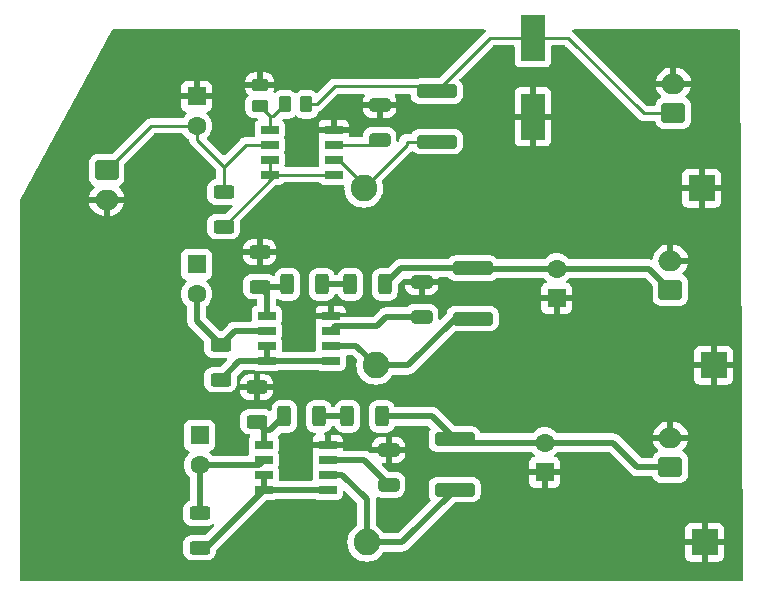
<source format=gbr>
%TF.GenerationSoftware,KiCad,Pcbnew,(6.0.6)*%
%TF.CreationDate,2022-11-22T15:18:16+01:00*%
%TF.ProjectId,DEMO1,44454d4f-312e-46b6-9963-61645f706362,rev?*%
%TF.SameCoordinates,Original*%
%TF.FileFunction,Copper,L1,Top*%
%TF.FilePolarity,Positive*%
%FSLAX46Y46*%
G04 Gerber Fmt 4.6, Leading zero omitted, Abs format (unit mm)*
G04 Created by KiCad (PCBNEW (6.0.6)) date 2022-11-22 15:18:16*
%MOMM*%
%LPD*%
G01*
G04 APERTURE LIST*
G04 Aperture macros list*
%AMRoundRect*
0 Rectangle with rounded corners*
0 $1 Rounding radius*
0 $2 $3 $4 $5 $6 $7 $8 $9 X,Y pos of 4 corners*
0 Add a 4 corners polygon primitive as box body*
4,1,4,$2,$3,$4,$5,$6,$7,$8,$9,$2,$3,0*
0 Add four circle primitives for the rounded corners*
1,1,$1+$1,$2,$3*
1,1,$1+$1,$4,$5*
1,1,$1+$1,$6,$7*
1,1,$1+$1,$8,$9*
0 Add four rect primitives between the rounded corners*
20,1,$1+$1,$2,$3,$4,$5,0*
20,1,$1+$1,$4,$5,$6,$7,0*
20,1,$1+$1,$6,$7,$8,$9,0*
20,1,$1+$1,$8,$9,$2,$3,0*%
G04 Aperture macros list end*
%TA.AperFunction,SMDPad,CuDef*%
%ADD10RoundRect,0.250000X0.450000X-0.262500X0.450000X0.262500X-0.450000X0.262500X-0.450000X-0.262500X0*%
%TD*%
%TA.AperFunction,SMDPad,CuDef*%
%ADD11RoundRect,0.250000X-0.650000X0.325000X-0.650000X-0.325000X0.650000X-0.325000X0.650000X0.325000X0*%
%TD*%
%TA.AperFunction,ComponentPad*%
%ADD12RoundRect,0.250000X0.750000X-0.600000X0.750000X0.600000X-0.750000X0.600000X-0.750000X-0.600000X0*%
%TD*%
%TA.AperFunction,ComponentPad*%
%ADD13O,2.000000X1.700000*%
%TD*%
%TA.AperFunction,SMDPad,CuDef*%
%ADD14RoundRect,0.250000X0.262500X0.450000X-0.262500X0.450000X-0.262500X-0.450000X0.262500X-0.450000X0*%
%TD*%
%TA.AperFunction,SMDPad,CuDef*%
%ADD15RoundRect,0.250000X0.312500X0.625000X-0.312500X0.625000X-0.312500X-0.625000X0.312500X-0.625000X0*%
%TD*%
%TA.AperFunction,SMDPad,CuDef*%
%ADD16RoundRect,0.250000X-0.625000X0.312500X-0.625000X-0.312500X0.625000X-0.312500X0.625000X0.312500X0*%
%TD*%
%TA.AperFunction,ComponentPad*%
%ADD17R,1.600000X1.600000*%
%TD*%
%TA.AperFunction,ComponentPad*%
%ADD18C,1.600000*%
%TD*%
%TA.AperFunction,SMDPad,CuDef*%
%ADD19R,1.525000X0.700000*%
%TD*%
%TA.AperFunction,ComponentPad*%
%ADD20R,2.250000X2.250000*%
%TD*%
%TA.AperFunction,ComponentPad*%
%ADD21C,2.250000*%
%TD*%
%TA.AperFunction,ComponentPad*%
%ADD22RoundRect,0.250000X-0.750000X0.600000X-0.750000X-0.600000X0.750000X-0.600000X0.750000X0.600000X0*%
%TD*%
%TA.AperFunction,SMDPad,CuDef*%
%ADD23RoundRect,0.250000X0.625000X-0.312500X0.625000X0.312500X-0.625000X0.312500X-0.625000X-0.312500X0*%
%TD*%
%TA.AperFunction,SMDPad,CuDef*%
%ADD24RoundRect,0.250000X-1.450000X0.312500X-1.450000X-0.312500X1.450000X-0.312500X1.450000X0.312500X0*%
%TD*%
%TA.AperFunction,SMDPad,CuDef*%
%ADD25R,2.050000X4.000000*%
%TD*%
%TA.AperFunction,SMDPad,CuDef*%
%ADD26RoundRect,0.250000X-0.312500X-0.625000X0.312500X-0.625000X0.312500X0.625000X-0.312500X0.625000X0*%
%TD*%
%TA.AperFunction,Conductor*%
%ADD27C,0.550000*%
%TD*%
%TA.AperFunction,Conductor*%
%ADD28C,0.250000*%
%TD*%
G04 APERTURE END LIST*
D10*
%TO.P,R3,1,1*%
%TO.N,Net-(Buck 5V1-Pad5)*%
X97028000Y-55268500D03*
%TO.P,R3,2,2*%
%TO.N,GND*%
X97028000Y-53443500D03*
%TD*%
D11*
%TO.P,C2,1,1*%
%TO.N,GND*%
X107188000Y-55167000D03*
%TO.P,C2,2,2*%
%TO.N,Net-(Buck 5V1-Pad3)*%
X107188000Y-58117000D03*
%TD*%
D12*
%TO.P,M1,1,A*%
%TO.N,Net-(C9-Pad2)*%
X131809000Y-85832000D03*
D13*
%TO.P,M1,2,B*%
%TO.N,GND*%
X131809000Y-83332000D03*
%TD*%
D11*
%TO.P,C5,1,1*%
%TO.N,GND*%
X110744000Y-70153000D03*
%TO.P,C5,2,2*%
%TO.N,Net-(Buck 12V2-Pad3)*%
X110744000Y-73103000D03*
%TD*%
D14*
%TO.P,R2,1,1*%
%TO.N,Net-(C3-Pad2)*%
X100988500Y-55118000D03*
%TO.P,R2,2,2*%
%TO.N,Net-(Buck 5V1-Pad5)*%
X99163500Y-55118000D03*
%TD*%
D15*
%TO.P,R11,1,1*%
%TO.N,Net-(C6-Pad2)*%
X107634500Y-70358000D03*
%TO.P,R11,2,2*%
%TO.N,unconnected-(R5-Pad1)*%
X104709500Y-70358000D03*
%TD*%
D16*
%TO.P,R1,1,1*%
%TO.N,Net-(Buck 12V2-Pad6)*%
X93980000Y-62545500D03*
%TO.P,R1,2,2*%
%TO.N,Net-(Buck 5V1-Pad1)*%
X93980000Y-65470500D03*
%TD*%
D17*
%TO.P,C6,1,1*%
%TO.N,GND*%
X122174000Y-71540380D03*
D18*
%TO.P,C6,2,2*%
%TO.N,Net-(C6-Pad2)*%
X122174000Y-69040380D03*
%TD*%
D19*
%TO.P,Buck 12V1,1,SWITCH_COLLECTOR*%
%TO.N,Net-(Buck 12V1-Pad1)*%
X102788000Y-87757000D03*
%TO.P,Buck 12V1,2,SWITCH_EMITTER*%
%TO.N,Net-(Buck 12V1-Pad2)*%
X102788000Y-86487000D03*
%TO.P,Buck 12V1,3,TIMING_CAPACITOR*%
%TO.N,Net-(Buck 12V1-Pad3)*%
X102788000Y-85217000D03*
%TO.P,Buck 12V1,4,GND*%
%TO.N,GND*%
X102788000Y-83947000D03*
%TO.P,Buck 12V1,5,COMPARATOR_INVERTING_INPUT*%
%TO.N,Net-(Buck 12V1-Pad5)*%
X97364000Y-83947000D03*
%TO.P,Buck 12V1,6,VCC*%
%TO.N,Net-(Buck 12V2-Pad6)*%
X97364000Y-85217000D03*
%TO.P,Buck 12V1,7,IPK_SENSE*%
%TO.N,Net-(Buck 12V1-Pad1)*%
X97364000Y-86487000D03*
%TO.P,Buck 12V1,8,DRIVE_COLLECTOR*%
X97364000Y-87757000D03*
%TD*%
D18*
%TO.P,C1,2,2*%
%TO.N,Net-(Buck 12V2-Pad6)*%
X91694000Y-56943621D03*
D17*
%TO.P,C1,1,1*%
%TO.N,GND*%
X91694000Y-54443621D03*
%TD*%
%TO.P,C4,1,1*%
%TO.N,Net-(Buck 12V2-Pad6)*%
X91694000Y-68667621D03*
D18*
%TO.P,C4,2,2*%
X91694000Y-71167621D03*
%TD*%
D19*
%TO.P,Buck 5V1,1,SWITCH_COLLECTOR*%
%TO.N,Net-(Buck 5V1-Pad1)*%
X103296000Y-61087000D03*
%TO.P,Buck 5V1,2,SWITCH_EMITTER*%
%TO.N,Net-(Buck 5V1-Pad2)*%
X103296000Y-59817000D03*
%TO.P,Buck 5V1,3,TIMING_CAPACITOR*%
%TO.N,Net-(Buck 5V1-Pad3)*%
X103296000Y-58547000D03*
%TO.P,Buck 5V1,4,GND*%
%TO.N,GND*%
X103296000Y-57277000D03*
%TO.P,Buck 5V1,5,COMPARATOR_INVERTING_INPUT*%
%TO.N,Net-(Buck 5V1-Pad5)*%
X97872000Y-57277000D03*
%TO.P,Buck 5V1,6,VCC*%
%TO.N,Net-(Buck 12V2-Pad6)*%
X97872000Y-58547000D03*
%TO.P,Buck 5V1,7,IPK_SENSE*%
%TO.N,Net-(Buck 5V1-Pad1)*%
X97872000Y-59817000D03*
%TO.P,Buck 5V1,8,DRIVE_COLLECTOR*%
X97872000Y-61087000D03*
%TD*%
D16*
%TO.P,R7,1,1*%
%TO.N,Net-(Buck 12V2-Pad6)*%
X91948000Y-89723500D03*
%TO.P,R7,2,2*%
%TO.N,Net-(Buck 12V1-Pad1)*%
X91948000Y-92648500D03*
%TD*%
D15*
%TO.P,R5,1,1*%
%TO.N,unconnected-(R5-Pad1)*%
X102300500Y-70358000D03*
%TO.P,R5,2,2*%
%TO.N,Net-(Buck 12V2-Pad5)*%
X99375500Y-70358000D03*
%TD*%
D20*
%TO.P,D1,1,A*%
%TO.N,GND*%
X134442000Y-62230000D03*
D21*
%TO.P,D1,2,K*%
%TO.N,Net-(Buck 5V1-Pad2)*%
X105842000Y-62230000D03*
%TD*%
D20*
%TO.P,D2,1,A*%
%TO.N,GND*%
X135458000Y-77216000D03*
D21*
%TO.P,D2,2,K*%
%TO.N,Net-(Buck 12V2-Pad2)*%
X106858000Y-77216000D03*
%TD*%
D22*
%TO.P,DC 24V,1,A*%
%TO.N,Net-(Buck 12V2-Pad6)*%
X84074000Y-60706000D03*
D13*
%TO.P,DC 24V,2,B*%
%TO.N,GND*%
X84074000Y-63206000D03*
%TD*%
D12*
%TO.P,DC 5V1,1,A*%
%TO.N,Net-(C3-Pad2)*%
X132063000Y-55860000D03*
D13*
%TO.P,DC 5V1,2,B*%
%TO.N,GND*%
X132063000Y-53360000D03*
%TD*%
D20*
%TO.P,D3,1,A*%
%TO.N,GND*%
X134696000Y-92202000D03*
D21*
%TO.P,D3,2,K*%
%TO.N,Net-(Buck 12V1-Pad2)*%
X106096000Y-92202000D03*
%TD*%
D23*
%TO.P,R6,1,1*%
%TO.N,Net-(Buck 12V2-Pad5)*%
X97028000Y-70550500D03*
%TO.P,R6,2,2*%
%TO.N,GND*%
X97028000Y-67625500D03*
%TD*%
D24*
%TO.P,L2,1,1*%
%TO.N,Net-(C6-Pad2)*%
X115062000Y-68982500D03*
%TO.P,L2,2,2*%
%TO.N,Net-(Buck 12V2-Pad2)*%
X115062000Y-73257500D03*
%TD*%
D25*
%TO.P,C3,1,1*%
%TO.N,GND*%
X120142000Y-56182000D03*
%TO.P,C3,2,2*%
%TO.N,Net-(C3-Pad2)*%
X120142000Y-49482000D03*
%TD*%
D16*
%TO.P,R4,1,1*%
%TO.N,Net-(Buck 12V2-Pad6)*%
X93726000Y-75499500D03*
%TO.P,R4,2,2*%
%TO.N,Net-(Buck 12V2-Pad1)*%
X93726000Y-78424500D03*
%TD*%
D24*
%TO.P,L1,1,1*%
%TO.N,Net-(C3-Pad2)*%
X112014000Y-53996500D03*
%TO.P,L1,2,2*%
%TO.N,Net-(Buck 5V1-Pad2)*%
X112014000Y-58271500D03*
%TD*%
D17*
%TO.P,C7,1,1*%
%TO.N,Net-(Buck 12V2-Pad6)*%
X91948000Y-83145621D03*
D18*
%TO.P,C7,2,2*%
X91948000Y-85645621D03*
%TD*%
D12*
%TO.P,M2,1,A*%
%TO.N,Net-(C6-Pad2)*%
X131809000Y-70846000D03*
D13*
%TO.P,M2,2,B*%
%TO.N,GND*%
X131809000Y-68346000D03*
%TD*%
D17*
%TO.P,C9,1,1*%
%TO.N,GND*%
X121158000Y-86272380D03*
D18*
%TO.P,C9,2,2*%
%TO.N,Net-(C9-Pad2)*%
X121158000Y-83772380D03*
%TD*%
D11*
%TO.P,C8,1,1*%
%TO.N,GND*%
X107950000Y-84377000D03*
%TO.P,C8,2,2*%
%TO.N,Net-(Buck 12V1-Pad3)*%
X107950000Y-87327000D03*
%TD*%
D26*
%TO.P,R10,1,1*%
%TO.N,unconnected-(R9-Pad1)*%
X104455500Y-81534000D03*
%TO.P,R10,2,2*%
%TO.N,Net-(C9-Pad2)*%
X107380500Y-81534000D03*
%TD*%
D24*
%TO.P,L3,1,1*%
%TO.N,Net-(C9-Pad2)*%
X113538000Y-83460500D03*
%TO.P,L3,2,2*%
%TO.N,Net-(Buck 12V1-Pad2)*%
X113538000Y-87735500D03*
%TD*%
D19*
%TO.P,Buck 12V2,1,SWITCH_COLLECTOR*%
%TO.N,Net-(Buck 12V2-Pad1)*%
X103042000Y-76835000D03*
%TO.P,Buck 12V2,2,SWITCH_EMITTER*%
%TO.N,Net-(Buck 12V2-Pad2)*%
X103042000Y-75565000D03*
%TO.P,Buck 12V2,3,TIMING_CAPACITOR*%
%TO.N,Net-(Buck 12V2-Pad3)*%
X103042000Y-74295000D03*
%TO.P,Buck 12V2,4,GND*%
%TO.N,GND*%
X103042000Y-73025000D03*
%TO.P,Buck 12V2,5,COMPARATOR_INVERTING_INPUT*%
%TO.N,Net-(Buck 12V2-Pad5)*%
X97618000Y-73025000D03*
%TO.P,Buck 12V2,6,VCC*%
%TO.N,Net-(Buck 12V2-Pad6)*%
X97618000Y-74295000D03*
%TO.P,Buck 12V2,7,IPK_SENSE*%
%TO.N,Net-(Buck 12V2-Pad1)*%
X97618000Y-75565000D03*
%TO.P,Buck 12V2,8,DRIVE_COLLECTOR*%
X97618000Y-76835000D03*
%TD*%
D15*
%TO.P,R9,1,1*%
%TO.N,unconnected-(R9-Pad1)*%
X102046500Y-81534000D03*
%TO.P,R9,2,2*%
%TO.N,Net-(Buck 12V1-Pad5)*%
X99121500Y-81534000D03*
%TD*%
D23*
%TO.P,R8,1,1*%
%TO.N,Net-(Buck 12V1-Pad5)*%
X96774000Y-81980500D03*
%TO.P,R8,2,2*%
%TO.N,GND*%
X96774000Y-79055500D03*
%TD*%
D27*
%TO.N,Net-(Buck 12V1-Pad2)*%
X106096000Y-88570000D02*
X106096000Y-92202000D01*
X104013000Y-86487000D02*
X106096000Y-88570000D01*
X102788000Y-86487000D02*
X104013000Y-86487000D01*
%TO.N,Net-(Buck 12V1-Pad5)*%
X97933500Y-82722000D02*
X99121500Y-81534000D01*
X97364000Y-82722000D02*
X97933500Y-82722000D01*
%TO.N,Net-(C9-Pad2)*%
X111611500Y-81534000D02*
X107380500Y-81534000D01*
X113538000Y-83460500D02*
X111611500Y-81534000D01*
D28*
%TO.N,Net-(C3-Pad2)*%
X129580000Y-55880000D02*
X129560000Y-55860000D01*
X132043000Y-55880000D02*
X129580000Y-55880000D01*
X132063000Y-55860000D02*
X132043000Y-55880000D01*
X123142000Y-49482000D02*
X129540000Y-55880000D01*
X120142000Y-49482000D02*
X123142000Y-49482000D01*
D27*
%TO.N,unconnected-(R9-Pad1)*%
X102046500Y-81534000D02*
X104455500Y-81534000D01*
D28*
%TO.N,Net-(Buck 12V2-Pad6)*%
X93980000Y-60403000D02*
X93980000Y-62545500D01*
X91694000Y-58117000D02*
X93980000Y-60403000D01*
X91694000Y-56943621D02*
X91694000Y-58117000D01*
X84074000Y-60706000D02*
X87836379Y-56943621D01*
X87836379Y-56943621D02*
X91694000Y-56943621D01*
D27*
%TO.N,Net-(Buck 12V1-Pad3)*%
X105840000Y-85217000D02*
X107950000Y-87327000D01*
X102788000Y-85217000D02*
X105840000Y-85217000D01*
%TO.N,Net-(Buck 12V2-Pad3)*%
X107745000Y-73103000D02*
X110744000Y-73103000D01*
X103423000Y-73914000D02*
X106934000Y-73914000D01*
X103042000Y-74295000D02*
X103423000Y-73914000D01*
X106934000Y-73914000D02*
X107745000Y-73103000D01*
%TO.N,Net-(C6-Pad2)*%
X130003380Y-69040380D02*
X131809000Y-70846000D01*
X122174000Y-69040380D02*
X130003380Y-69040380D01*
%TO.N,Net-(C9-Pad2)*%
X129015000Y-85832000D02*
X126955380Y-83772380D01*
X131809000Y-85832000D02*
X129015000Y-85832000D01*
%TO.N,Net-(Buck 12V2-Pad6)*%
X96935379Y-85645621D02*
X97364000Y-85217000D01*
X91948000Y-85645621D02*
X96935379Y-85645621D01*
%TO.N,Net-(C6-Pad2)*%
X109010000Y-68982500D02*
X115062000Y-68982500D01*
X107634500Y-70358000D02*
X109010000Y-68982500D01*
D28*
%TO.N,Net-(C3-Pad2)*%
X103378000Y-53594000D02*
X111611500Y-53594000D01*
X101854000Y-55118000D02*
X103378000Y-53594000D01*
X111611500Y-53594000D02*
X112014000Y-53996500D01*
X100988500Y-55118000D02*
X101854000Y-55118000D01*
D27*
%TO.N,unconnected-(R5-Pad1)*%
X102300500Y-70358000D02*
X104709500Y-70358000D01*
%TO.N,Net-(C9-Pad2)*%
X121158000Y-83772380D02*
X126955380Y-83772380D01*
D28*
X113538000Y-83460500D02*
X113849880Y-83772380D01*
D27*
X113849880Y-83772380D02*
X121158000Y-83772380D01*
%TO.N,Net-(Buck 12V1-Pad2)*%
X109071500Y-92202000D02*
X113538000Y-87735500D01*
X106096000Y-92202000D02*
X109071500Y-92202000D01*
D28*
%TO.N,Net-(Buck 12V1-Pad5)*%
X97364000Y-82722000D02*
X97364000Y-82570500D01*
D27*
X97364000Y-83947000D02*
X97364000Y-82722000D01*
X97364000Y-82570500D02*
X96774000Y-81980500D01*
%TO.N,Net-(Buck 12V2-Pad1)*%
X97618000Y-75565000D02*
X97618000Y-76835000D01*
%TO.N,Net-(Buck 12V1-Pad1)*%
X97364000Y-87757000D02*
X102788000Y-87757000D01*
X97364000Y-86487000D02*
X97364000Y-87757000D01*
D28*
X91948000Y-92648500D02*
X92472500Y-92648500D01*
D27*
X92472500Y-92648500D02*
X97364000Y-87757000D01*
%TO.N,Net-(Buck 12V2-Pad6)*%
X91948000Y-89723500D02*
X91948000Y-85645621D01*
%TO.N,Net-(C6-Pad2)*%
X115119880Y-69040380D02*
X122174000Y-69040380D01*
D28*
X115062000Y-68982500D02*
X115119880Y-69040380D01*
%TO.N,Net-(C3-Pad2)*%
X112014000Y-53996500D02*
X116528500Y-49482000D01*
X116528500Y-49482000D02*
X120142000Y-49482000D01*
%TO.N,Net-(Buck 12V2-Pad5)*%
X99183000Y-70550500D02*
X99375500Y-70358000D01*
D27*
X97028000Y-70550500D02*
X99183000Y-70550500D01*
X97618000Y-71140500D02*
X97028000Y-70550500D01*
X97618000Y-73025000D02*
X97618000Y-71140500D01*
%TO.N,Net-(Buck 12V2-Pad2)*%
X109579500Y-77216000D02*
X113538000Y-73257500D01*
X106858000Y-77216000D02*
X109579500Y-77216000D01*
X105207000Y-75565000D02*
X106858000Y-77216000D01*
X103042000Y-75565000D02*
X105207000Y-75565000D01*
%TO.N,Net-(Buck 12V2-Pad1)*%
X97618000Y-76835000D02*
X103042000Y-76835000D01*
X95315500Y-76835000D02*
X97618000Y-76835000D01*
X93726000Y-78424500D02*
X95315500Y-76835000D01*
D28*
%TO.N,Net-(Buck 5V1-Pad1)*%
X93980000Y-65470500D02*
X98363500Y-61087000D01*
X97872000Y-59817000D02*
X97872000Y-61087000D01*
X98363500Y-61087000D02*
X103296000Y-61087000D01*
%TO.N,Net-(Buck 5V1-Pad2)*%
X103296000Y-59817000D02*
X103708500Y-59817000D01*
X103708500Y-59817000D02*
X105842000Y-61950500D01*
X105842000Y-62230000D02*
X109474000Y-58598000D01*
X105842000Y-61950500D02*
X105842000Y-62230000D01*
X109474000Y-58271500D02*
X112014000Y-58271500D01*
X109474000Y-58598000D02*
X109474000Y-58271500D01*
%TO.N,Net-(Buck 5V1-Pad3)*%
X106758000Y-58547000D02*
X107188000Y-58117000D01*
X103296000Y-58547000D02*
X106758000Y-58547000D01*
%TO.N,Net-(Buck 5V1-Pad5)*%
X97872000Y-56112500D02*
X97028000Y-55268500D01*
X97872000Y-56112500D02*
X98169000Y-56112500D01*
X97872000Y-57277000D02*
X97872000Y-56112500D01*
X98169000Y-56112500D02*
X99163500Y-55118000D01*
D27*
%TO.N,Net-(Buck 12V2-Pad6)*%
X91694000Y-71167621D02*
X91694000Y-73467500D01*
D28*
X93980000Y-60403000D02*
X95836000Y-58547000D01*
D27*
X91694000Y-73467500D02*
X93726000Y-75499500D01*
X93726000Y-75499500D02*
X94930500Y-74295000D01*
X94930500Y-74295000D02*
X97618000Y-74295000D01*
D28*
X95836000Y-58547000D02*
X97872000Y-58547000D01*
%TD*%
%TA.AperFunction,Conductor*%
%TO.N,GND*%
G36*
X116110527Y-48788002D02*
G01*
X116157020Y-48841658D01*
X116167124Y-48911932D01*
X116137630Y-48976512D01*
X116131501Y-48983095D01*
X116122817Y-48991779D01*
X116107784Y-49004619D01*
X116091393Y-49016528D01*
X116083111Y-49026539D01*
X116063202Y-49050605D01*
X116055212Y-49059384D01*
X112226000Y-52888595D01*
X112163688Y-52922621D01*
X112136905Y-52925500D01*
X110513600Y-52925500D01*
X110510354Y-52925837D01*
X110510350Y-52925837D01*
X110480417Y-52928943D01*
X110407834Y-52936474D01*
X110401293Y-52938656D01*
X110401294Y-52938656D01*
X110355234Y-52954023D01*
X110315357Y-52960500D01*
X103456763Y-52960500D01*
X103445579Y-52959973D01*
X103438091Y-52958299D01*
X103430168Y-52958548D01*
X103370033Y-52960438D01*
X103366075Y-52960500D01*
X103338144Y-52960500D01*
X103334229Y-52960995D01*
X103334225Y-52960995D01*
X103334167Y-52961003D01*
X103334138Y-52961006D01*
X103322296Y-52961939D01*
X103278110Y-52963327D01*
X103260744Y-52968372D01*
X103258658Y-52968978D01*
X103239306Y-52972986D01*
X103227068Y-52974532D01*
X103227066Y-52974533D01*
X103219203Y-52975526D01*
X103178086Y-52991806D01*
X103166885Y-52995641D01*
X103124406Y-53007982D01*
X103117587Y-53012015D01*
X103117582Y-53012017D01*
X103106971Y-53018293D01*
X103089221Y-53026990D01*
X103070383Y-53034448D01*
X103063967Y-53039109D01*
X103063966Y-53039110D01*
X103034625Y-53060428D01*
X103024701Y-53066947D01*
X102993460Y-53085422D01*
X102993455Y-53085426D01*
X102986637Y-53089458D01*
X102972313Y-53103782D01*
X102957281Y-53116621D01*
X102940893Y-53128528D01*
X102912712Y-53162593D01*
X102904722Y-53171373D01*
X101954993Y-54121102D01*
X101892681Y-54155128D01*
X101821866Y-54150063D01*
X101776881Y-54121180D01*
X101729488Y-54073870D01*
X101729483Y-54073866D01*
X101724303Y-54068695D01*
X101717326Y-54064394D01*
X101579968Y-53979725D01*
X101579966Y-53979724D01*
X101573738Y-53975885D01*
X101413254Y-53922655D01*
X101412389Y-53922368D01*
X101412387Y-53922368D01*
X101405861Y-53920203D01*
X101399025Y-53919503D01*
X101399022Y-53919502D01*
X101355969Y-53915091D01*
X101301400Y-53909500D01*
X100675600Y-53909500D01*
X100672354Y-53909837D01*
X100672350Y-53909837D01*
X100576692Y-53919762D01*
X100576688Y-53919763D01*
X100569834Y-53920474D01*
X100563298Y-53922655D01*
X100563296Y-53922655D01*
X100499480Y-53943946D01*
X100402054Y-53976450D01*
X100251652Y-54069522D01*
X100188965Y-54132319D01*
X100165216Y-54156109D01*
X100102934Y-54190188D01*
X100032114Y-54185185D01*
X99987025Y-54156264D01*
X99904483Y-54073866D01*
X99899303Y-54068695D01*
X99892326Y-54064394D01*
X99754968Y-53979725D01*
X99754966Y-53979724D01*
X99748738Y-53975885D01*
X99588254Y-53922655D01*
X99587389Y-53922368D01*
X99587387Y-53922368D01*
X99580861Y-53920203D01*
X99574025Y-53919503D01*
X99574022Y-53919502D01*
X99530969Y-53915091D01*
X99476400Y-53909500D01*
X98850600Y-53909500D01*
X98847354Y-53909837D01*
X98847350Y-53909837D01*
X98751692Y-53919762D01*
X98751688Y-53919763D01*
X98744834Y-53920474D01*
X98738298Y-53922655D01*
X98738296Y-53922655D01*
X98674480Y-53943946D01*
X98577054Y-53976450D01*
X98426652Y-54069522D01*
X98421479Y-54074704D01*
X98397984Y-54098240D01*
X98335701Y-54132319D01*
X98264881Y-54127316D01*
X98208009Y-54084819D01*
X98183140Y-54018320D01*
X98189218Y-53969554D01*
X98223138Y-53867290D01*
X98226005Y-53853914D01*
X98235672Y-53759562D01*
X98236000Y-53753146D01*
X98236000Y-53715615D01*
X98231525Y-53700376D01*
X98230135Y-53699171D01*
X98222452Y-53697500D01*
X95838116Y-53697500D01*
X95822877Y-53701975D01*
X95821672Y-53703365D01*
X95820001Y-53711048D01*
X95820001Y-53753095D01*
X95820338Y-53759614D01*
X95830257Y-53855206D01*
X95833149Y-53868600D01*
X95884588Y-54022784D01*
X95890761Y-54035962D01*
X95976063Y-54173807D01*
X95985099Y-54185208D01*
X96066462Y-54266430D01*
X96100541Y-54328713D01*
X96095538Y-54399533D01*
X96066617Y-54444620D01*
X95983870Y-54527512D01*
X95983866Y-54527517D01*
X95978695Y-54532697D01*
X95974855Y-54538927D01*
X95974854Y-54538928D01*
X95896092Y-54666704D01*
X95885885Y-54683262D01*
X95830203Y-54851139D01*
X95819500Y-54955600D01*
X95819500Y-55581400D01*
X95819837Y-55584646D01*
X95819837Y-55584650D01*
X95828993Y-55672890D01*
X95830474Y-55687166D01*
X95832655Y-55693702D01*
X95832655Y-55693704D01*
X95850082Y-55745938D01*
X95886450Y-55854946D01*
X95979522Y-56005348D01*
X96104697Y-56130305D01*
X96110927Y-56134145D01*
X96110928Y-56134146D01*
X96194991Y-56185963D01*
X96255262Y-56223115D01*
X96327644Y-56247123D01*
X96416611Y-56276632D01*
X96416613Y-56276632D01*
X96423139Y-56278797D01*
X96429975Y-56279497D01*
X96429978Y-56279498D01*
X96473031Y-56283909D01*
X96527600Y-56289500D01*
X96733937Y-56289500D01*
X96802058Y-56309502D01*
X96848551Y-56363158D01*
X96858655Y-56433432D01*
X96829161Y-56498012D01*
X96809502Y-56516326D01*
X96746239Y-56563739D01*
X96658885Y-56680295D01*
X96607755Y-56816684D01*
X96601000Y-56878866D01*
X96601000Y-57675134D01*
X96607755Y-57737316D01*
X96610529Y-57744716D01*
X96612356Y-57752400D01*
X96610684Y-57752797D01*
X96615170Y-57814079D01*
X96581248Y-57876447D01*
X96518993Y-57910576D01*
X96492005Y-57913500D01*
X95914763Y-57913500D01*
X95903579Y-57912973D01*
X95896091Y-57911299D01*
X95888168Y-57911548D01*
X95828033Y-57913438D01*
X95824075Y-57913500D01*
X95796144Y-57913500D01*
X95792229Y-57913995D01*
X95792225Y-57913995D01*
X95792167Y-57914003D01*
X95792138Y-57914006D01*
X95780296Y-57914939D01*
X95736110Y-57916327D01*
X95718744Y-57921372D01*
X95716658Y-57921978D01*
X95697306Y-57925986D01*
X95685068Y-57927532D01*
X95685066Y-57927533D01*
X95677203Y-57928526D01*
X95636086Y-57944806D01*
X95624885Y-57948641D01*
X95582406Y-57960982D01*
X95575587Y-57965015D01*
X95575582Y-57965017D01*
X95564971Y-57971293D01*
X95547221Y-57979990D01*
X95528383Y-57987448D01*
X95521967Y-57992109D01*
X95521966Y-57992110D01*
X95492625Y-58013428D01*
X95482701Y-58019947D01*
X95451460Y-58038422D01*
X95451455Y-58038426D01*
X95444637Y-58042458D01*
X95430313Y-58056782D01*
X95415281Y-58069621D01*
X95398893Y-58081528D01*
X95370754Y-58115542D01*
X95370712Y-58115593D01*
X95362722Y-58124373D01*
X94069095Y-59418000D01*
X94006783Y-59452026D01*
X93935968Y-59446961D01*
X93890905Y-59418000D01*
X92569607Y-58096702D01*
X92535581Y-58034390D01*
X92540646Y-57963575D01*
X92569607Y-57918512D01*
X92700198Y-57787921D01*
X92706095Y-57779500D01*
X92758587Y-57704533D01*
X92831523Y-57600370D01*
X92833846Y-57595388D01*
X92833849Y-57595383D01*
X92925961Y-57397846D01*
X92925961Y-57397845D01*
X92928284Y-57392864D01*
X92946769Y-57323880D01*
X92986119Y-57177023D01*
X92986119Y-57177021D01*
X92987543Y-57171708D01*
X93007498Y-56943621D01*
X92987543Y-56715534D01*
X92960568Y-56614861D01*
X92929707Y-56499688D01*
X92929706Y-56499686D01*
X92928284Y-56494378D01*
X92918544Y-56473491D01*
X92833849Y-56291859D01*
X92833846Y-56291854D01*
X92831523Y-56286872D01*
X92744180Y-56162134D01*
X92703357Y-56103832D01*
X92703355Y-56103829D01*
X92700198Y-56099321D01*
X92554078Y-55953201D01*
X92520052Y-55890889D01*
X92525117Y-55820074D01*
X92567664Y-55763238D01*
X92604606Y-55745938D01*
X92604207Y-55744873D01*
X92732054Y-55696945D01*
X92747649Y-55688407D01*
X92849724Y-55611906D01*
X92862285Y-55599345D01*
X92938786Y-55497270D01*
X92947324Y-55481675D01*
X92992478Y-55361227D01*
X92996105Y-55345972D01*
X93001631Y-55295107D01*
X93002000Y-55288293D01*
X93002000Y-54715736D01*
X92997525Y-54700497D01*
X92996135Y-54699292D01*
X92988452Y-54697621D01*
X90404116Y-54697621D01*
X90388877Y-54702096D01*
X90387672Y-54703486D01*
X90386001Y-54711169D01*
X90386001Y-55288290D01*
X90386371Y-55295111D01*
X90391895Y-55345973D01*
X90395521Y-55361225D01*
X90440676Y-55481675D01*
X90449214Y-55497270D01*
X90525715Y-55599345D01*
X90538276Y-55611906D01*
X90640351Y-55688407D01*
X90655946Y-55696945D01*
X90783793Y-55744873D01*
X90783096Y-55746733D01*
X90835628Y-55776752D01*
X90868442Y-55839711D01*
X90862008Y-55910415D01*
X90833922Y-55953201D01*
X90687802Y-56099321D01*
X90684645Y-56103829D01*
X90684643Y-56103832D01*
X90577819Y-56256392D01*
X90522362Y-56300720D01*
X90474606Y-56310121D01*
X87915142Y-56310121D01*
X87903958Y-56309594D01*
X87896470Y-56307920D01*
X87888547Y-56308169D01*
X87828412Y-56310059D01*
X87824454Y-56310121D01*
X87796523Y-56310121D01*
X87792608Y-56310616D01*
X87792604Y-56310616D01*
X87792546Y-56310624D01*
X87792517Y-56310627D01*
X87780675Y-56311560D01*
X87736489Y-56312948D01*
X87719123Y-56317993D01*
X87717037Y-56318599D01*
X87697685Y-56322607D01*
X87685447Y-56324153D01*
X87685445Y-56324154D01*
X87677582Y-56325147D01*
X87636465Y-56341427D01*
X87625264Y-56345262D01*
X87582785Y-56357603D01*
X87575966Y-56361636D01*
X87575961Y-56361638D01*
X87565350Y-56367914D01*
X87547600Y-56376611D01*
X87528762Y-56384069D01*
X87522346Y-56388730D01*
X87522345Y-56388731D01*
X87493004Y-56410049D01*
X87483080Y-56416568D01*
X87451839Y-56435043D01*
X87451834Y-56435047D01*
X87445016Y-56439079D01*
X87430692Y-56453403D01*
X87415660Y-56466242D01*
X87399272Y-56478149D01*
X87375253Y-56507183D01*
X87371091Y-56512214D01*
X87363101Y-56520994D01*
X84573500Y-59310595D01*
X84511188Y-59344621D01*
X84484405Y-59347500D01*
X83273600Y-59347500D01*
X83270354Y-59347837D01*
X83270350Y-59347837D01*
X83174692Y-59357762D01*
X83174688Y-59357763D01*
X83167834Y-59358474D01*
X83161298Y-59360655D01*
X83161296Y-59360655D01*
X83029194Y-59404728D01*
X83000054Y-59414450D01*
X82849652Y-59507522D01*
X82724695Y-59632697D01*
X82720855Y-59638927D01*
X82720854Y-59638928D01*
X82666317Y-59727404D01*
X82631885Y-59783262D01*
X82576203Y-59951139D01*
X82565500Y-60055600D01*
X82565500Y-61356400D01*
X82565837Y-61359646D01*
X82565837Y-61359650D01*
X82572584Y-61424671D01*
X82576474Y-61462166D01*
X82578655Y-61468702D01*
X82578655Y-61468704D01*
X82584137Y-61485134D01*
X82632450Y-61629946D01*
X82725522Y-61780348D01*
X82850697Y-61905305D01*
X82856927Y-61909145D01*
X82856928Y-61909146D01*
X82870009Y-61917209D01*
X82996258Y-61995030D01*
X82996780Y-61995352D01*
X83044273Y-62048124D01*
X83055697Y-62118196D01*
X83027423Y-62183320D01*
X83017636Y-62193782D01*
X82907094Y-62299234D01*
X82900059Y-62307186D01*
X82768859Y-62483525D01*
X82763255Y-62492562D01*
X82663643Y-62688484D01*
X82659643Y-62698335D01*
X82594466Y-62908240D01*
X82592183Y-62918624D01*
X82590139Y-62934043D01*
X82592335Y-62948207D01*
X82605522Y-62952000D01*
X85540192Y-62952000D01*
X85553723Y-62948027D01*
X85555248Y-62937420D01*
X85530523Y-62819579D01*
X85527463Y-62809383D01*
X85446737Y-62604971D01*
X85442006Y-62595439D01*
X85327984Y-62407538D01*
X85321720Y-62398948D01*
X85177673Y-62232948D01*
X85170044Y-62225530D01*
X85138431Y-62199609D01*
X85098436Y-62140949D01*
X85096504Y-62069979D01*
X85133248Y-62009230D01*
X85152018Y-61995030D01*
X85185471Y-61974329D01*
X85298348Y-61904478D01*
X85423305Y-61779303D01*
X85432196Y-61764880D01*
X85512275Y-61634968D01*
X85512276Y-61634966D01*
X85516115Y-61628738D01*
X85563746Y-61485134D01*
X85569632Y-61467389D01*
X85569632Y-61467387D01*
X85571797Y-61460861D01*
X85582500Y-61356400D01*
X85582500Y-60145594D01*
X85602502Y-60077473D01*
X85619405Y-60056499D01*
X88061878Y-57614026D01*
X88124190Y-57580000D01*
X88150973Y-57577121D01*
X90474606Y-57577121D01*
X90542727Y-57597123D01*
X90577819Y-57630850D01*
X90684643Y-57783410D01*
X90687802Y-57787921D01*
X90849700Y-57949819D01*
X90854208Y-57952976D01*
X90854211Y-57952978D01*
X90917677Y-57997417D01*
X90984803Y-58044419D01*
X91007176Y-58060085D01*
X91051504Y-58115542D01*
X91060500Y-58154709D01*
X91060500Y-58156856D01*
X91060995Y-58160774D01*
X91060995Y-58160776D01*
X91061005Y-58160856D01*
X91061938Y-58172693D01*
X91063327Y-58216889D01*
X91067545Y-58231406D01*
X91068978Y-58236339D01*
X91072987Y-58255700D01*
X91075526Y-58275797D01*
X91078445Y-58283168D01*
X91078445Y-58283170D01*
X91091804Y-58316912D01*
X91095649Y-58328142D01*
X91107982Y-58370593D01*
X91112015Y-58377412D01*
X91112017Y-58377417D01*
X91118293Y-58388028D01*
X91126988Y-58405776D01*
X91134448Y-58424617D01*
X91139110Y-58431033D01*
X91139110Y-58431034D01*
X91160436Y-58460387D01*
X91166952Y-58470307D01*
X91189458Y-58508362D01*
X91203779Y-58522683D01*
X91216619Y-58537716D01*
X91228528Y-58554107D01*
X91234634Y-58559158D01*
X91262605Y-58582298D01*
X91271384Y-58590288D01*
X93309595Y-60628499D01*
X93343621Y-60690811D01*
X93346500Y-60717594D01*
X93346500Y-61356550D01*
X93326498Y-61424671D01*
X93272842Y-61471164D01*
X93233504Y-61481877D01*
X93225865Y-61482669D01*
X93205692Y-61484762D01*
X93205688Y-61484763D01*
X93198834Y-61485474D01*
X93192298Y-61487655D01*
X93192296Y-61487655D01*
X93060194Y-61531728D01*
X93031054Y-61541450D01*
X92880652Y-61634522D01*
X92755695Y-61759697D01*
X92751855Y-61765927D01*
X92751854Y-61765928D01*
X92669645Y-61899296D01*
X92662885Y-61910262D01*
X92644563Y-61965502D01*
X92609910Y-62069979D01*
X92607203Y-62078139D01*
X92596500Y-62182600D01*
X92596500Y-62908400D01*
X92596837Y-62911646D01*
X92596837Y-62911650D01*
X92603733Y-62978107D01*
X92607474Y-63014166D01*
X92663450Y-63181946D01*
X92756522Y-63332348D01*
X92881697Y-63457305D01*
X92887927Y-63461145D01*
X92887928Y-63461146D01*
X92957061Y-63503760D01*
X93032262Y-63550115D01*
X93056638Y-63558200D01*
X93193611Y-63603632D01*
X93193613Y-63603632D01*
X93200139Y-63605797D01*
X93206975Y-63606497D01*
X93206978Y-63606498D01*
X93250031Y-63610909D01*
X93304600Y-63616500D01*
X94633905Y-63616500D01*
X94702026Y-63636502D01*
X94748519Y-63690158D01*
X94758623Y-63760432D01*
X94729129Y-63825012D01*
X94723000Y-63831595D01*
X94192000Y-64362595D01*
X94129688Y-64396621D01*
X94102905Y-64399500D01*
X93304600Y-64399500D01*
X93301354Y-64399837D01*
X93301350Y-64399837D01*
X93205692Y-64409762D01*
X93205688Y-64409763D01*
X93198834Y-64410474D01*
X93192298Y-64412655D01*
X93192296Y-64412655D01*
X93095224Y-64445041D01*
X93031054Y-64466450D01*
X92880652Y-64559522D01*
X92755695Y-64684697D01*
X92662885Y-64835262D01*
X92660581Y-64842209D01*
X92609615Y-64995868D01*
X92607203Y-65003139D01*
X92596500Y-65107600D01*
X92596500Y-65833400D01*
X92607474Y-65939166D01*
X92663450Y-66106946D01*
X92756522Y-66257348D01*
X92881697Y-66382305D01*
X92887927Y-66386145D01*
X92887928Y-66386146D01*
X93025090Y-66470694D01*
X93032262Y-66475115D01*
X93112005Y-66501564D01*
X93193611Y-66528632D01*
X93193613Y-66528632D01*
X93200139Y-66530797D01*
X93206975Y-66531497D01*
X93206978Y-66531498D01*
X93250031Y-66535909D01*
X93304600Y-66541500D01*
X94655400Y-66541500D01*
X94658646Y-66541163D01*
X94658650Y-66541163D01*
X94754308Y-66531238D01*
X94754312Y-66531237D01*
X94761166Y-66530526D01*
X94767702Y-66528345D01*
X94767704Y-66528345D01*
X94899806Y-66484272D01*
X94928946Y-66474550D01*
X95079348Y-66381478D01*
X95204305Y-66256303D01*
X95297115Y-66105738D01*
X95352797Y-65937861D01*
X95363500Y-65833400D01*
X95363500Y-65107600D01*
X95357970Y-65054300D01*
X95370835Y-64984479D01*
X95394202Y-64952202D01*
X98363999Y-61982405D01*
X98426311Y-61948379D01*
X98453094Y-61945500D01*
X98682634Y-61945500D01*
X98744816Y-61938745D01*
X98881205Y-61887615D01*
X98997761Y-61800261D01*
X99019741Y-61770933D01*
X99076600Y-61728420D01*
X99120566Y-61720500D01*
X102047434Y-61720500D01*
X102115555Y-61740502D01*
X102148258Y-61770932D01*
X102170239Y-61800261D01*
X102286795Y-61887615D01*
X102423184Y-61938745D01*
X102485366Y-61945500D01*
X104089533Y-61945500D01*
X104157654Y-61965502D01*
X104204147Y-62019158D01*
X104215145Y-62081386D01*
X104203449Y-62230000D01*
X104223622Y-62486326D01*
X104224776Y-62491133D01*
X104224777Y-62491139D01*
X104249818Y-62595439D01*
X104283645Y-62736340D01*
X104285538Y-62740911D01*
X104285539Y-62740913D01*
X104356261Y-62911650D01*
X104382040Y-62973887D01*
X104516384Y-63193116D01*
X104683369Y-63388631D01*
X104878884Y-63555616D01*
X105098113Y-63689960D01*
X105102683Y-63691853D01*
X105102687Y-63691855D01*
X105331087Y-63786461D01*
X105335660Y-63788355D01*
X105383274Y-63799786D01*
X105580861Y-63847223D01*
X105580867Y-63847224D01*
X105585674Y-63848378D01*
X105842000Y-63868551D01*
X106098326Y-63848378D01*
X106103133Y-63847224D01*
X106103139Y-63847223D01*
X106300726Y-63799786D01*
X106348340Y-63788355D01*
X106352913Y-63786461D01*
X106581313Y-63691855D01*
X106581317Y-63691853D01*
X106585887Y-63689960D01*
X106805116Y-63555616D01*
X106987707Y-63399669D01*
X132809001Y-63399669D01*
X132809371Y-63406490D01*
X132814895Y-63457352D01*
X132818521Y-63472604D01*
X132863676Y-63593054D01*
X132872214Y-63608649D01*
X132948715Y-63710724D01*
X132961276Y-63723285D01*
X133063351Y-63799786D01*
X133078946Y-63808324D01*
X133199394Y-63853478D01*
X133214649Y-63857105D01*
X133265514Y-63862631D01*
X133272328Y-63863000D01*
X134169885Y-63863000D01*
X134185124Y-63858525D01*
X134186329Y-63857135D01*
X134188000Y-63849452D01*
X134188000Y-63844884D01*
X134696000Y-63844884D01*
X134700475Y-63860123D01*
X134701865Y-63861328D01*
X134709548Y-63862999D01*
X135611669Y-63862999D01*
X135618490Y-63862629D01*
X135669352Y-63857105D01*
X135684604Y-63853479D01*
X135805054Y-63808324D01*
X135820649Y-63799786D01*
X135922724Y-63723285D01*
X135935285Y-63710724D01*
X136011786Y-63608649D01*
X136020324Y-63593054D01*
X136065478Y-63472606D01*
X136069105Y-63457351D01*
X136074631Y-63406486D01*
X136075000Y-63399672D01*
X136075000Y-62502115D01*
X136070525Y-62486876D01*
X136069135Y-62485671D01*
X136061452Y-62484000D01*
X134714115Y-62484000D01*
X134698876Y-62488475D01*
X134697671Y-62489865D01*
X134696000Y-62497548D01*
X134696000Y-63844884D01*
X134188000Y-63844884D01*
X134188000Y-62502115D01*
X134183525Y-62486876D01*
X134182135Y-62485671D01*
X134174452Y-62484000D01*
X132827116Y-62484000D01*
X132811877Y-62488475D01*
X132810672Y-62489865D01*
X132809001Y-62497548D01*
X132809001Y-63399669D01*
X106987707Y-63399669D01*
X107000631Y-63388631D01*
X107167616Y-63193116D01*
X107301960Y-62973887D01*
X107327740Y-62911650D01*
X107398461Y-62740913D01*
X107398462Y-62740911D01*
X107400355Y-62736340D01*
X107434182Y-62595439D01*
X107459223Y-62491139D01*
X107459224Y-62491133D01*
X107460378Y-62486326D01*
X107480551Y-62230000D01*
X107460378Y-61973674D01*
X107458417Y-61965502D01*
X107456588Y-61957885D01*
X132809000Y-61957885D01*
X132813475Y-61973124D01*
X132814865Y-61974329D01*
X132822548Y-61976000D01*
X134169885Y-61976000D01*
X134185124Y-61971525D01*
X134186329Y-61970135D01*
X134188000Y-61962452D01*
X134188000Y-61957885D01*
X134696000Y-61957885D01*
X134700475Y-61973124D01*
X134701865Y-61974329D01*
X134709548Y-61976000D01*
X136056884Y-61976000D01*
X136072123Y-61971525D01*
X136073328Y-61970135D01*
X136074999Y-61962452D01*
X136074999Y-61060331D01*
X136074629Y-61053510D01*
X136069105Y-61002648D01*
X136065479Y-60987396D01*
X136020324Y-60866946D01*
X136011786Y-60851351D01*
X135935285Y-60749276D01*
X135922724Y-60736715D01*
X135820649Y-60660214D01*
X135805054Y-60651676D01*
X135684606Y-60606522D01*
X135669351Y-60602895D01*
X135618486Y-60597369D01*
X135611672Y-60597000D01*
X134714115Y-60597000D01*
X134698876Y-60601475D01*
X134697671Y-60602865D01*
X134696000Y-60610548D01*
X134696000Y-61957885D01*
X134188000Y-61957885D01*
X134188000Y-60615116D01*
X134183525Y-60599877D01*
X134182135Y-60598672D01*
X134174452Y-60597001D01*
X133272331Y-60597001D01*
X133265510Y-60597371D01*
X133214648Y-60602895D01*
X133199396Y-60606521D01*
X133078946Y-60651676D01*
X133063351Y-60660214D01*
X132961276Y-60736715D01*
X132948715Y-60749276D01*
X132872214Y-60851351D01*
X132863676Y-60866946D01*
X132818522Y-60987394D01*
X132814895Y-61002649D01*
X132809369Y-61053514D01*
X132809000Y-61060328D01*
X132809000Y-61957885D01*
X107456588Y-61957885D01*
X107414837Y-61783981D01*
X107400355Y-61723660D01*
X107386849Y-61691053D01*
X107379260Y-61620465D01*
X107414163Y-61553741D01*
X109848497Y-59119407D01*
X109910809Y-59085381D01*
X109981624Y-59090446D01*
X110026608Y-59119328D01*
X110090697Y-59183305D01*
X110096927Y-59187145D01*
X110096928Y-59187146D01*
X110234090Y-59271694D01*
X110241262Y-59276115D01*
X110252737Y-59279921D01*
X110402611Y-59329632D01*
X110402613Y-59329632D01*
X110409139Y-59331797D01*
X110415975Y-59332497D01*
X110415978Y-59332498D01*
X110459031Y-59336909D01*
X110513600Y-59342500D01*
X113514400Y-59342500D01*
X113517646Y-59342163D01*
X113517650Y-59342163D01*
X113613308Y-59332238D01*
X113613312Y-59332237D01*
X113620166Y-59331526D01*
X113626702Y-59329345D01*
X113626704Y-59329345D01*
X113758806Y-59285272D01*
X113787946Y-59275550D01*
X113938348Y-59182478D01*
X114063305Y-59057303D01*
X114074646Y-59038905D01*
X114152275Y-58912968D01*
X114152276Y-58912966D01*
X114156115Y-58906738D01*
X114211797Y-58738861D01*
X114222500Y-58634400D01*
X114222500Y-58226669D01*
X118609001Y-58226669D01*
X118609371Y-58233490D01*
X118614895Y-58284352D01*
X118618521Y-58299604D01*
X118663676Y-58420054D01*
X118672214Y-58435649D01*
X118748715Y-58537724D01*
X118761276Y-58550285D01*
X118863351Y-58626786D01*
X118878946Y-58635324D01*
X118999394Y-58680478D01*
X119014649Y-58684105D01*
X119065514Y-58689631D01*
X119072328Y-58690000D01*
X119869885Y-58690000D01*
X119885124Y-58685525D01*
X119886329Y-58684135D01*
X119888000Y-58676452D01*
X119888000Y-58671884D01*
X120396000Y-58671884D01*
X120400475Y-58687123D01*
X120401865Y-58688328D01*
X120409548Y-58689999D01*
X121211669Y-58689999D01*
X121218490Y-58689629D01*
X121269352Y-58684105D01*
X121284604Y-58680479D01*
X121405054Y-58635324D01*
X121420649Y-58626786D01*
X121522724Y-58550285D01*
X121535285Y-58537724D01*
X121611786Y-58435649D01*
X121620324Y-58420054D01*
X121665478Y-58299606D01*
X121669105Y-58284351D01*
X121674631Y-58233486D01*
X121675000Y-58226672D01*
X121675000Y-56454115D01*
X121670525Y-56438876D01*
X121669135Y-56437671D01*
X121661452Y-56436000D01*
X120414115Y-56436000D01*
X120398876Y-56440475D01*
X120397671Y-56441865D01*
X120396000Y-56449548D01*
X120396000Y-58671884D01*
X119888000Y-58671884D01*
X119888000Y-56454115D01*
X119883525Y-56438876D01*
X119882135Y-56437671D01*
X119874452Y-56436000D01*
X118627116Y-56436000D01*
X118611877Y-56440475D01*
X118610672Y-56441865D01*
X118609001Y-56449548D01*
X118609001Y-58226669D01*
X114222500Y-58226669D01*
X114222500Y-57908600D01*
X114222163Y-57905350D01*
X114212238Y-57809692D01*
X114212237Y-57809688D01*
X114211526Y-57802834D01*
X114208642Y-57794188D01*
X114157868Y-57642002D01*
X114155550Y-57635054D01*
X114062478Y-57484652D01*
X113937303Y-57359695D01*
X113879201Y-57323880D01*
X113792968Y-57270725D01*
X113792966Y-57270724D01*
X113786738Y-57266885D01*
X113640861Y-57218500D01*
X113625389Y-57213368D01*
X113625387Y-57213368D01*
X113618861Y-57211203D01*
X113612025Y-57210503D01*
X113612022Y-57210502D01*
X113561687Y-57205345D01*
X113514400Y-57200500D01*
X110513600Y-57200500D01*
X110510354Y-57200837D01*
X110510350Y-57200837D01*
X110414692Y-57210762D01*
X110414688Y-57210763D01*
X110407834Y-57211474D01*
X110401298Y-57213655D01*
X110401296Y-57213655D01*
X110269194Y-57257728D01*
X110240054Y-57267450D01*
X110089652Y-57360522D01*
X109964695Y-57485697D01*
X109960855Y-57491927D01*
X109960854Y-57491928D01*
X109907727Y-57578116D01*
X109854955Y-57625609D01*
X109800467Y-57638000D01*
X109545793Y-57638000D01*
X109522184Y-57635768D01*
X109521881Y-57635710D01*
X109521877Y-57635710D01*
X109514094Y-57634225D01*
X109458049Y-57637751D01*
X109450138Y-57638000D01*
X109434144Y-57638000D01*
X109418270Y-57640006D01*
X109410410Y-57640748D01*
X109382951Y-57642476D01*
X109362263Y-57643777D01*
X109362262Y-57643777D01*
X109354350Y-57644275D01*
X109346809Y-57646725D01*
X109346513Y-57646821D01*
X109323369Y-57651994D01*
X109323065Y-57652032D01*
X109323060Y-57652033D01*
X109315203Y-57653026D01*
X109307838Y-57655942D01*
X109307834Y-57655943D01*
X109262989Y-57673699D01*
X109255570Y-57676371D01*
X109202125Y-57693736D01*
X109195429Y-57697986D01*
X109195428Y-57697986D01*
X109195169Y-57698150D01*
X109174042Y-57708915D01*
X109173754Y-57709029D01*
X109173749Y-57709032D01*
X109166383Y-57711948D01*
X109159975Y-57716604D01*
X109159969Y-57716607D01*
X109120948Y-57744958D01*
X109114411Y-57749401D01*
X109066982Y-57779500D01*
X109061556Y-57785278D01*
X109061555Y-57785279D01*
X109061341Y-57785507D01*
X109043554Y-57801188D01*
X109043309Y-57801366D01*
X109043307Y-57801368D01*
X109036893Y-57806028D01*
X109031839Y-57812137D01*
X109031838Y-57812138D01*
X109001097Y-57849296D01*
X108995866Y-57855230D01*
X108962842Y-57890398D01*
X108962840Y-57890401D01*
X108957414Y-57896179D01*
X108953445Y-57903399D01*
X108940119Y-57923006D01*
X108939920Y-57923246D01*
X108939916Y-57923253D01*
X108934867Y-57929356D01*
X108922556Y-57955518D01*
X108910953Y-57980176D01*
X108907371Y-57987208D01*
X108880305Y-58036440D01*
X108878335Y-58044115D01*
X108878332Y-58044121D01*
X108878256Y-58044419D01*
X108870224Y-58066728D01*
X108870094Y-58067003D01*
X108870091Y-58067011D01*
X108866717Y-58074182D01*
X108858818Y-58115593D01*
X108856195Y-58129343D01*
X108854473Y-58137052D01*
X108848361Y-58160856D01*
X108844541Y-58175733D01*
X108808226Y-58236738D01*
X108744693Y-58268426D01*
X108674114Y-58260735D01*
X108618898Y-58216107D01*
X108596500Y-58144396D01*
X108596500Y-57741600D01*
X108596056Y-57737316D01*
X108586238Y-57642692D01*
X108586237Y-57642688D01*
X108585526Y-57635834D01*
X108583188Y-57628824D01*
X108531868Y-57475002D01*
X108529550Y-57468054D01*
X108436478Y-57317652D01*
X108311303Y-57192695D01*
X108305072Y-57188854D01*
X108166968Y-57103725D01*
X108166966Y-57103724D01*
X108160738Y-57099885D01*
X108047519Y-57062332D01*
X107999389Y-57046368D01*
X107999387Y-57046368D01*
X107992861Y-57044203D01*
X107986025Y-57043503D01*
X107986022Y-57043502D01*
X107942969Y-57039091D01*
X107888400Y-57033500D01*
X106487600Y-57033500D01*
X106484354Y-57033837D01*
X106484350Y-57033837D01*
X106388692Y-57043762D01*
X106388688Y-57043763D01*
X106381834Y-57044474D01*
X106375298Y-57046655D01*
X106375296Y-57046655D01*
X106337380Y-57059305D01*
X106214054Y-57100450D01*
X106063652Y-57193522D01*
X106058479Y-57198704D01*
X105996839Y-57260451D01*
X105938695Y-57318697D01*
X105934855Y-57324927D01*
X105934854Y-57324928D01*
X105889907Y-57397846D01*
X105845885Y-57469262D01*
X105790203Y-57637139D01*
X105779500Y-57741600D01*
X105779500Y-57787500D01*
X105759498Y-57855621D01*
X105705842Y-57902114D01*
X105653500Y-57913500D01*
X104675461Y-57913500D01*
X104607340Y-57893498D01*
X104560847Y-57839842D01*
X104550743Y-57769568D01*
X104555168Y-57752295D01*
X104555151Y-57752291D01*
X104560605Y-57729351D01*
X104566131Y-57678486D01*
X104566500Y-57671672D01*
X104566500Y-57549115D01*
X104562025Y-57533876D01*
X104560635Y-57532671D01*
X104552952Y-57531000D01*
X102043616Y-57531000D01*
X102028377Y-57535475D01*
X102027172Y-57536865D01*
X102025501Y-57544548D01*
X102025501Y-57671669D01*
X102025871Y-57678490D01*
X102031395Y-57729352D01*
X102035021Y-57744604D01*
X102080927Y-57867058D01*
X102086110Y-57937866D01*
X102080927Y-57955518D01*
X102031755Y-58086684D01*
X102025000Y-58148866D01*
X102025000Y-58945134D01*
X102031755Y-59007316D01*
X102034527Y-59014712D01*
X102034529Y-59014718D01*
X102080660Y-59137771D01*
X102085843Y-59208578D01*
X102080660Y-59226229D01*
X102034529Y-59349282D01*
X102034527Y-59349288D01*
X102031755Y-59356684D01*
X102025000Y-59418866D01*
X102025000Y-60215134D01*
X102031755Y-60277316D01*
X102034529Y-60284716D01*
X102036356Y-60292400D01*
X102034684Y-60292797D01*
X102039170Y-60354079D01*
X102005248Y-60416447D01*
X101942993Y-60450576D01*
X101916005Y-60453500D01*
X99251995Y-60453500D01*
X99183874Y-60433498D01*
X99137381Y-60379842D01*
X99127277Y-60309568D01*
X99131673Y-60292407D01*
X99131644Y-60292400D01*
X99133471Y-60284716D01*
X99136245Y-60277316D01*
X99143000Y-60215134D01*
X99143000Y-59418866D01*
X99136245Y-59356684D01*
X99133473Y-59349288D01*
X99133471Y-59349282D01*
X99087340Y-59226229D01*
X99082157Y-59155422D01*
X99087340Y-59137771D01*
X99133471Y-59014718D01*
X99133473Y-59014712D01*
X99136245Y-59007316D01*
X99143000Y-58945134D01*
X99143000Y-58148866D01*
X99136245Y-58086684D01*
X99133473Y-58079288D01*
X99133471Y-58079282D01*
X99087340Y-57956229D01*
X99082157Y-57885422D01*
X99087340Y-57867771D01*
X99133471Y-57744718D01*
X99133473Y-57744712D01*
X99136245Y-57737316D01*
X99143000Y-57675134D01*
X99143000Y-57004885D01*
X102025500Y-57004885D01*
X102029975Y-57020124D01*
X102031365Y-57021329D01*
X102039048Y-57023000D01*
X103023885Y-57023000D01*
X103039124Y-57018525D01*
X103040329Y-57017135D01*
X103042000Y-57009452D01*
X103042000Y-57004885D01*
X103550000Y-57004885D01*
X103554475Y-57020124D01*
X103555865Y-57021329D01*
X103563548Y-57023000D01*
X104548384Y-57023000D01*
X104563623Y-57018525D01*
X104564828Y-57017135D01*
X104566499Y-57009452D01*
X104566499Y-56882331D01*
X104566129Y-56875510D01*
X104560605Y-56824648D01*
X104556979Y-56809396D01*
X104511824Y-56688946D01*
X104503286Y-56673351D01*
X104426785Y-56571276D01*
X104414224Y-56558715D01*
X104312149Y-56482214D01*
X104296554Y-56473676D01*
X104176106Y-56428522D01*
X104160851Y-56424895D01*
X104109986Y-56419369D01*
X104103172Y-56419000D01*
X103568115Y-56419000D01*
X103552876Y-56423475D01*
X103551671Y-56424865D01*
X103550000Y-56432548D01*
X103550000Y-57004885D01*
X103042000Y-57004885D01*
X103042000Y-56437116D01*
X103037525Y-56421877D01*
X103036135Y-56420672D01*
X103028452Y-56419001D01*
X102488831Y-56419001D01*
X102482010Y-56419371D01*
X102431148Y-56424895D01*
X102415896Y-56428521D01*
X102295446Y-56473676D01*
X102279851Y-56482214D01*
X102177776Y-56558715D01*
X102165215Y-56571276D01*
X102088714Y-56673351D01*
X102080176Y-56688946D01*
X102035022Y-56809394D01*
X102031395Y-56824649D01*
X102025869Y-56875514D01*
X102025500Y-56882328D01*
X102025500Y-57004885D01*
X99143000Y-57004885D01*
X99143000Y-56878866D01*
X99136245Y-56816684D01*
X99085115Y-56680295D01*
X98997761Y-56563739D01*
X98983867Y-56553326D01*
X98941352Y-56496467D01*
X98936326Y-56425648D01*
X98970386Y-56363355D01*
X99032717Y-56329365D01*
X99059432Y-56326500D01*
X99476400Y-56326500D01*
X99479646Y-56326163D01*
X99479650Y-56326163D01*
X99575308Y-56316238D01*
X99575312Y-56316237D01*
X99582166Y-56315526D01*
X99588702Y-56313345D01*
X99588704Y-56313345D01*
X99720806Y-56269272D01*
X99749946Y-56259550D01*
X99900348Y-56166478D01*
X99986784Y-56079891D01*
X100049066Y-56045812D01*
X100119886Y-56050815D01*
X100164975Y-56079736D01*
X100184594Y-56099321D01*
X100252697Y-56167305D01*
X100258927Y-56171145D01*
X100258928Y-56171146D01*
X100396090Y-56255694D01*
X100403262Y-56260115D01*
X100453060Y-56276632D01*
X100564611Y-56313632D01*
X100564613Y-56313632D01*
X100571139Y-56315797D01*
X100577975Y-56316497D01*
X100577978Y-56316498D01*
X100621031Y-56320909D01*
X100675600Y-56326500D01*
X101301400Y-56326500D01*
X101304646Y-56326163D01*
X101304650Y-56326163D01*
X101400308Y-56316238D01*
X101400312Y-56316237D01*
X101407166Y-56315526D01*
X101413702Y-56313345D01*
X101413704Y-56313345D01*
X101545806Y-56269272D01*
X101574946Y-56259550D01*
X101725348Y-56166478D01*
X101850305Y-56041303D01*
X101854146Y-56035072D01*
X101939275Y-55896968D01*
X101939276Y-55896966D01*
X101943115Y-55890738D01*
X101972964Y-55800745D01*
X102013394Y-55742384D01*
X102046182Y-55723256D01*
X102053920Y-55720193D01*
X102065142Y-55716351D01*
X102099983Y-55706229D01*
X102099984Y-55706229D01*
X102107593Y-55704018D01*
X102114412Y-55699985D01*
X102114417Y-55699983D01*
X102125028Y-55693707D01*
X102142776Y-55685012D01*
X102161617Y-55677552D01*
X102197387Y-55651564D01*
X102207307Y-55645048D01*
X102238535Y-55626580D01*
X102238538Y-55626578D01*
X102245362Y-55622542D01*
X102259683Y-55608221D01*
X102274717Y-55595380D01*
X102284694Y-55588131D01*
X102291107Y-55583472D01*
X102319298Y-55549395D01*
X102327288Y-55540616D01*
X102328809Y-55539095D01*
X105780001Y-55539095D01*
X105780338Y-55545614D01*
X105790257Y-55641206D01*
X105793149Y-55654600D01*
X105844588Y-55808784D01*
X105850761Y-55821962D01*
X105936063Y-55959807D01*
X105945099Y-55971208D01*
X106059829Y-56085739D01*
X106071240Y-56094751D01*
X106209243Y-56179816D01*
X106222424Y-56185963D01*
X106376710Y-56237138D01*
X106390086Y-56240005D01*
X106484438Y-56249672D01*
X106490854Y-56250000D01*
X106915885Y-56250000D01*
X106931124Y-56245525D01*
X106932329Y-56244135D01*
X106934000Y-56236452D01*
X106934000Y-56231884D01*
X107442000Y-56231884D01*
X107446475Y-56247123D01*
X107447865Y-56248328D01*
X107455548Y-56249999D01*
X107885095Y-56249999D01*
X107891614Y-56249662D01*
X107987206Y-56239743D01*
X108000600Y-56236851D01*
X108154784Y-56185412D01*
X108167962Y-56179239D01*
X108305807Y-56093937D01*
X108317208Y-56084901D01*
X108431739Y-55970171D01*
X108440751Y-55958760D01*
X108470878Y-55909885D01*
X118609000Y-55909885D01*
X118613475Y-55925124D01*
X118614865Y-55926329D01*
X118622548Y-55928000D01*
X119869885Y-55928000D01*
X119885124Y-55923525D01*
X119886329Y-55922135D01*
X119888000Y-55914452D01*
X119888000Y-55909885D01*
X120396000Y-55909885D01*
X120400475Y-55925124D01*
X120401865Y-55926329D01*
X120409548Y-55928000D01*
X121656884Y-55928000D01*
X121672123Y-55923525D01*
X121673328Y-55922135D01*
X121674999Y-55914452D01*
X121674999Y-54137331D01*
X121674629Y-54130510D01*
X121669105Y-54079648D01*
X121665479Y-54064396D01*
X121620324Y-53943946D01*
X121611786Y-53928351D01*
X121535285Y-53826276D01*
X121522724Y-53813715D01*
X121420649Y-53737214D01*
X121405054Y-53728676D01*
X121284606Y-53683522D01*
X121269351Y-53679895D01*
X121218486Y-53674369D01*
X121211672Y-53674000D01*
X120414115Y-53674000D01*
X120398876Y-53678475D01*
X120397671Y-53679865D01*
X120396000Y-53687548D01*
X120396000Y-55909885D01*
X119888000Y-55909885D01*
X119888000Y-53692116D01*
X119883525Y-53676877D01*
X119882135Y-53675672D01*
X119874452Y-53674001D01*
X119072331Y-53674001D01*
X119065510Y-53674371D01*
X119014648Y-53679895D01*
X118999396Y-53683521D01*
X118878946Y-53728676D01*
X118863351Y-53737214D01*
X118761276Y-53813715D01*
X118748715Y-53826276D01*
X118672214Y-53928351D01*
X118663676Y-53943946D01*
X118618522Y-54064394D01*
X118614895Y-54079649D01*
X118609369Y-54130514D01*
X118609000Y-54137328D01*
X118609000Y-55909885D01*
X108470878Y-55909885D01*
X108525816Y-55820757D01*
X108531963Y-55807576D01*
X108583138Y-55653290D01*
X108586005Y-55639914D01*
X108595672Y-55545562D01*
X108596000Y-55539146D01*
X108596000Y-55439115D01*
X108591525Y-55423876D01*
X108590135Y-55422671D01*
X108582452Y-55421000D01*
X107460115Y-55421000D01*
X107444876Y-55425475D01*
X107443671Y-55426865D01*
X107442000Y-55434548D01*
X107442000Y-56231884D01*
X106934000Y-56231884D01*
X106934000Y-55439115D01*
X106929525Y-55423876D01*
X106928135Y-55422671D01*
X106920452Y-55421000D01*
X105798116Y-55421000D01*
X105782877Y-55425475D01*
X105781672Y-55426865D01*
X105780001Y-55434548D01*
X105780001Y-55539095D01*
X102328809Y-55539095D01*
X103603499Y-54264405D01*
X103665811Y-54230379D01*
X103692594Y-54227500D01*
X105800636Y-54227500D01*
X105868757Y-54247502D01*
X105915250Y-54301158D01*
X105925354Y-54371432D01*
X105907896Y-54419616D01*
X105850184Y-54513243D01*
X105844037Y-54526424D01*
X105792862Y-54680710D01*
X105789995Y-54694086D01*
X105780328Y-54788438D01*
X105780000Y-54794855D01*
X105780000Y-54894885D01*
X105784475Y-54910124D01*
X105785865Y-54911329D01*
X105793548Y-54913000D01*
X108577884Y-54913000D01*
X108593123Y-54908525D01*
X108594328Y-54907135D01*
X108595999Y-54899452D01*
X108595999Y-54794905D01*
X108595662Y-54788386D01*
X108585743Y-54692794D01*
X108582851Y-54679400D01*
X108531412Y-54525216D01*
X108525238Y-54512037D01*
X108468162Y-54419803D01*
X108449324Y-54351351D01*
X108470485Y-54283581D01*
X108524926Y-54238010D01*
X108575306Y-54227500D01*
X109679500Y-54227500D01*
X109747621Y-54247502D01*
X109794114Y-54301158D01*
X109805500Y-54353500D01*
X109805500Y-54359400D01*
X109805837Y-54362646D01*
X109805837Y-54362650D01*
X109814673Y-54447804D01*
X109816474Y-54465166D01*
X109818655Y-54471702D01*
X109818655Y-54471704D01*
X109839004Y-54532697D01*
X109872450Y-54632946D01*
X109965522Y-54783348D01*
X110090697Y-54908305D01*
X110096927Y-54912145D01*
X110096928Y-54912146D01*
X110234090Y-54996694D01*
X110241262Y-55001115D01*
X110321005Y-55027564D01*
X110402611Y-55054632D01*
X110402613Y-55054632D01*
X110409139Y-55056797D01*
X110415975Y-55057497D01*
X110415978Y-55057498D01*
X110459031Y-55061909D01*
X110513600Y-55067500D01*
X113514400Y-55067500D01*
X113517646Y-55067163D01*
X113517650Y-55067163D01*
X113613308Y-55057238D01*
X113613312Y-55057237D01*
X113620166Y-55056526D01*
X113626702Y-55054345D01*
X113626704Y-55054345D01*
X113758806Y-55010272D01*
X113787946Y-55000550D01*
X113938348Y-54907478D01*
X114063305Y-54782303D01*
X114117683Y-54694086D01*
X114152275Y-54637968D01*
X114152276Y-54637966D01*
X114156115Y-54631738D01*
X114211797Y-54463861D01*
X114213769Y-54444620D01*
X114220115Y-54382680D01*
X114222500Y-54359400D01*
X114222500Y-53633600D01*
X114220860Y-53617793D01*
X114212238Y-53534692D01*
X114212237Y-53534688D01*
X114211526Y-53527834D01*
X114155550Y-53360054D01*
X114062478Y-53209652D01*
X114015337Y-53162593D01*
X113968706Y-53116043D01*
X113934627Y-53053760D01*
X113939630Y-52982940D01*
X113968629Y-52937775D01*
X116754000Y-50152405D01*
X116816312Y-50118379D01*
X116843095Y-50115500D01*
X118482500Y-50115500D01*
X118550621Y-50135502D01*
X118597114Y-50189158D01*
X118608500Y-50241500D01*
X118608500Y-51530134D01*
X118615255Y-51592316D01*
X118666385Y-51728705D01*
X118753739Y-51845261D01*
X118870295Y-51932615D01*
X119006684Y-51983745D01*
X119068866Y-51990500D01*
X121215134Y-51990500D01*
X121277316Y-51983745D01*
X121413705Y-51932615D01*
X121530261Y-51845261D01*
X121617615Y-51728705D01*
X121668745Y-51592316D01*
X121675500Y-51530134D01*
X121675500Y-50241500D01*
X121695502Y-50173379D01*
X121749158Y-50126886D01*
X121801500Y-50115500D01*
X122827406Y-50115500D01*
X122895527Y-50135502D01*
X122916501Y-50152405D01*
X129120230Y-56356134D01*
X129146634Y-56376615D01*
X129208694Y-56424754D01*
X129208697Y-56424756D01*
X129214959Y-56429613D01*
X129361855Y-56493181D01*
X129369684Y-56494421D01*
X129402940Y-56499688D01*
X129519943Y-56518219D01*
X129529925Y-56517276D01*
X129545732Y-56516779D01*
X129552109Y-56516980D01*
X129559943Y-56518220D01*
X129567835Y-56517474D01*
X129567836Y-56517474D01*
X129603961Y-56514059D01*
X129615819Y-56513500D01*
X130442378Y-56513500D01*
X130510499Y-56533502D01*
X130556992Y-56587158D01*
X130564952Y-56611138D01*
X130565474Y-56616166D01*
X130621450Y-56783946D01*
X130714522Y-56934348D01*
X130839697Y-57059305D01*
X130845927Y-57063145D01*
X130845928Y-57063146D01*
X130983090Y-57147694D01*
X130990262Y-57152115D01*
X131065358Y-57177023D01*
X131151611Y-57205632D01*
X131151613Y-57205632D01*
X131158139Y-57207797D01*
X131164975Y-57208497D01*
X131164978Y-57208498D01*
X131194026Y-57211474D01*
X131262600Y-57218500D01*
X132863400Y-57218500D01*
X132866646Y-57218163D01*
X132866650Y-57218163D01*
X132962308Y-57208238D01*
X132962312Y-57208237D01*
X132969166Y-57207526D01*
X132975702Y-57205345D01*
X132975704Y-57205345D01*
X133107806Y-57161272D01*
X133136946Y-57151550D01*
X133287348Y-57058478D01*
X133312283Y-57033500D01*
X133354161Y-56991549D01*
X133412305Y-56933303D01*
X133479348Y-56824540D01*
X133501275Y-56788968D01*
X133501276Y-56788966D01*
X133505115Y-56782738D01*
X133560797Y-56614861D01*
X133563636Y-56587158D01*
X133569133Y-56533502D01*
X133571500Y-56510400D01*
X133571500Y-55209600D01*
X133560526Y-55103834D01*
X133504550Y-54936054D01*
X133411478Y-54785652D01*
X133286303Y-54660695D01*
X133140220Y-54570647D01*
X133092727Y-54517876D01*
X133081303Y-54447804D01*
X133109577Y-54382680D01*
X133119364Y-54372218D01*
X133229906Y-54266766D01*
X133236941Y-54258814D01*
X133368141Y-54082475D01*
X133373745Y-54073438D01*
X133473357Y-53877516D01*
X133477357Y-53867665D01*
X133542534Y-53657760D01*
X133544817Y-53647376D01*
X133546861Y-53631957D01*
X133544665Y-53617793D01*
X133531478Y-53614000D01*
X130596808Y-53614000D01*
X130583277Y-53617973D01*
X130581752Y-53628580D01*
X130606477Y-53746421D01*
X130609537Y-53756617D01*
X130690263Y-53961029D01*
X130694994Y-53970561D01*
X130809016Y-54158462D01*
X130815280Y-54167052D01*
X130959327Y-54333052D01*
X130966956Y-54340470D01*
X130998569Y-54366391D01*
X131038564Y-54425051D01*
X131040496Y-54496021D01*
X131003752Y-54556770D01*
X130984983Y-54570969D01*
X130838652Y-54661522D01*
X130713695Y-54786697D01*
X130709855Y-54792927D01*
X130709854Y-54792928D01*
X130636869Y-54911332D01*
X130620885Y-54937262D01*
X130618581Y-54944209D01*
X130582051Y-55054345D01*
X130565203Y-55105139D01*
X130564503Y-55111975D01*
X130564502Y-55111978D01*
X130562313Y-55133344D01*
X130535471Y-55199071D01*
X130477356Y-55239852D01*
X130436969Y-55246500D01*
X129854595Y-55246500D01*
X129786474Y-55226498D01*
X129765500Y-55209595D01*
X127643948Y-53088043D01*
X130579139Y-53088043D01*
X130581335Y-53102207D01*
X130594522Y-53106000D01*
X131790885Y-53106000D01*
X131806124Y-53101525D01*
X131807329Y-53100135D01*
X131809000Y-53092452D01*
X131809000Y-53087885D01*
X132317000Y-53087885D01*
X132321475Y-53103124D01*
X132322865Y-53104329D01*
X132330548Y-53106000D01*
X133529192Y-53106000D01*
X133542723Y-53102027D01*
X133544248Y-53091420D01*
X133519523Y-52973579D01*
X133516463Y-52963383D01*
X133435737Y-52758971D01*
X133431006Y-52749439D01*
X133316984Y-52561538D01*
X133310720Y-52552948D01*
X133166673Y-52386948D01*
X133159042Y-52379528D01*
X132989089Y-52240174D01*
X132980322Y-52234150D01*
X132789318Y-52125424D01*
X132779654Y-52120959D01*
X132573059Y-52045969D01*
X132562792Y-52043198D01*
X132345345Y-52003877D01*
X132337116Y-52002944D01*
X132332624Y-52002732D01*
X132319876Y-52006475D01*
X132318671Y-52007865D01*
X132317000Y-52015548D01*
X132317000Y-53087885D01*
X131809000Y-53087885D01*
X131809000Y-52024030D01*
X131804690Y-52009352D01*
X131792807Y-52007289D01*
X131688675Y-52016124D01*
X131678203Y-52017914D01*
X131465465Y-52073130D01*
X131455425Y-52076665D01*
X131255030Y-52166937D01*
X131245744Y-52172106D01*
X131063425Y-52294850D01*
X131055130Y-52301519D01*
X130896100Y-52453228D01*
X130889059Y-52461186D01*
X130757859Y-52637525D01*
X130752255Y-52646562D01*
X130652643Y-52842484D01*
X130648643Y-52852335D01*
X130583466Y-53062240D01*
X130581183Y-53072624D01*
X130579139Y-53088043D01*
X127643948Y-53088043D01*
X123645652Y-49089747D01*
X123638112Y-49081461D01*
X123634000Y-49074982D01*
X123584348Y-49028356D01*
X123581507Y-49025602D01*
X123561770Y-49005865D01*
X123558573Y-49003385D01*
X123549552Y-48995681D01*
X123539084Y-48985851D01*
X123503118Y-48924638D01*
X123505955Y-48853698D01*
X123546695Y-48795554D01*
X123612403Y-48768665D01*
X123625336Y-48768000D01*
X137542683Y-48768000D01*
X137610804Y-48788002D01*
X137657297Y-48841658D01*
X137668681Y-48893315D01*
X137921311Y-95377315D01*
X137901680Y-95445544D01*
X137848277Y-95492327D01*
X137795313Y-95504000D01*
X76834000Y-95504000D01*
X76765879Y-95483998D01*
X76719386Y-95430342D01*
X76708000Y-95378000D01*
X76708000Y-93011400D01*
X90564500Y-93011400D01*
X90575474Y-93117166D01*
X90577655Y-93123702D01*
X90577655Y-93123704D01*
X90621728Y-93255806D01*
X90631450Y-93284946D01*
X90724522Y-93435348D01*
X90849697Y-93560305D01*
X90855927Y-93564145D01*
X90855928Y-93564146D01*
X90993090Y-93648694D01*
X91000262Y-93653115D01*
X91080005Y-93679564D01*
X91161611Y-93706632D01*
X91161613Y-93706632D01*
X91168139Y-93708797D01*
X91174975Y-93709497D01*
X91174978Y-93709498D01*
X91218031Y-93713909D01*
X91272600Y-93719500D01*
X92623400Y-93719500D01*
X92626646Y-93719163D01*
X92626650Y-93719163D01*
X92722308Y-93709238D01*
X92722312Y-93709237D01*
X92729166Y-93708526D01*
X92735702Y-93706345D01*
X92735704Y-93706345D01*
X92876492Y-93659374D01*
X92896946Y-93652550D01*
X93047348Y-93559478D01*
X93172305Y-93434303D01*
X93206711Y-93378486D01*
X93261275Y-93289968D01*
X93261276Y-93289966D01*
X93265115Y-93283738D01*
X93320797Y-93115861D01*
X93331500Y-93011400D01*
X93331500Y-92949726D01*
X93351502Y-92881605D01*
X93368405Y-92860631D01*
X97576631Y-88652405D01*
X97638943Y-88618379D01*
X97665726Y-88615500D01*
X98174634Y-88615500D01*
X98236816Y-88608745D01*
X98373205Y-88557615D01*
X98376342Y-88555264D01*
X98434050Y-88540500D01*
X101717950Y-88540500D01*
X101775658Y-88555264D01*
X101778795Y-88557615D01*
X101915184Y-88608745D01*
X101977366Y-88615500D01*
X103598634Y-88615500D01*
X103660816Y-88608745D01*
X103797205Y-88557615D01*
X103913761Y-88470261D01*
X104001115Y-88353705D01*
X104052245Y-88217316D01*
X104059000Y-88155134D01*
X104059000Y-87945226D01*
X104079002Y-87877105D01*
X104132658Y-87830612D01*
X104202932Y-87820508D01*
X104267512Y-87850002D01*
X104274095Y-87856131D01*
X105275595Y-88857631D01*
X105309621Y-88919943D01*
X105312500Y-88946726D01*
X105312500Y-90695751D01*
X105292498Y-90763872D01*
X105252335Y-90803184D01*
X105132884Y-90876384D01*
X104937369Y-91043369D01*
X104770384Y-91238884D01*
X104636040Y-91458113D01*
X104634147Y-91462683D01*
X104634145Y-91462687D01*
X104539539Y-91691087D01*
X104537645Y-91695660D01*
X104536490Y-91700472D01*
X104481413Y-91929885D01*
X104477622Y-91945674D01*
X104457449Y-92202000D01*
X104477622Y-92458326D01*
X104478776Y-92463133D01*
X104478777Y-92463139D01*
X104516796Y-92621498D01*
X104537645Y-92708340D01*
X104539538Y-92712911D01*
X104539539Y-92712913D01*
X104615361Y-92895963D01*
X104636040Y-92945887D01*
X104770384Y-93165116D01*
X104937369Y-93360631D01*
X105132884Y-93527616D01*
X105352113Y-93661960D01*
X105356683Y-93663853D01*
X105356687Y-93663855D01*
X105585087Y-93758461D01*
X105589660Y-93760355D01*
X105637274Y-93771786D01*
X105834861Y-93819223D01*
X105834867Y-93819224D01*
X105839674Y-93820378D01*
X106096000Y-93840551D01*
X106352326Y-93820378D01*
X106357133Y-93819224D01*
X106357139Y-93819223D01*
X106554726Y-93771786D01*
X106602340Y-93760355D01*
X106606913Y-93758461D01*
X106835313Y-93663855D01*
X106835317Y-93663853D01*
X106839887Y-93661960D01*
X107059116Y-93527616D01*
X107241707Y-93371669D01*
X133063001Y-93371669D01*
X133063371Y-93378490D01*
X133068895Y-93429352D01*
X133072521Y-93444604D01*
X133117676Y-93565054D01*
X133126214Y-93580649D01*
X133202715Y-93682724D01*
X133215276Y-93695285D01*
X133317351Y-93771786D01*
X133332946Y-93780324D01*
X133453394Y-93825478D01*
X133468649Y-93829105D01*
X133519514Y-93834631D01*
X133526328Y-93835000D01*
X134423885Y-93835000D01*
X134439124Y-93830525D01*
X134440329Y-93829135D01*
X134442000Y-93821452D01*
X134442000Y-93816884D01*
X134950000Y-93816884D01*
X134954475Y-93832123D01*
X134955865Y-93833328D01*
X134963548Y-93834999D01*
X135865669Y-93834999D01*
X135872490Y-93834629D01*
X135923352Y-93829105D01*
X135938604Y-93825479D01*
X136059054Y-93780324D01*
X136074649Y-93771786D01*
X136176724Y-93695285D01*
X136189285Y-93682724D01*
X136265786Y-93580649D01*
X136274324Y-93565054D01*
X136319478Y-93444606D01*
X136323105Y-93429351D01*
X136328631Y-93378486D01*
X136329000Y-93371672D01*
X136329000Y-92474115D01*
X136324525Y-92458876D01*
X136323135Y-92457671D01*
X136315452Y-92456000D01*
X134968115Y-92456000D01*
X134952876Y-92460475D01*
X134951671Y-92461865D01*
X134950000Y-92469548D01*
X134950000Y-93816884D01*
X134442000Y-93816884D01*
X134442000Y-92474115D01*
X134437525Y-92458876D01*
X134436135Y-92457671D01*
X134428452Y-92456000D01*
X133081116Y-92456000D01*
X133065877Y-92460475D01*
X133064672Y-92461865D01*
X133063001Y-92469548D01*
X133063001Y-93371669D01*
X107241707Y-93371669D01*
X107254631Y-93360631D01*
X107421616Y-93165116D01*
X107494816Y-93045665D01*
X107547464Y-92998034D01*
X107602249Y-92985500D01*
X109062499Y-92985500D01*
X109063820Y-92985507D01*
X109151178Y-92986422D01*
X109158063Y-92984933D01*
X109158066Y-92984933D01*
X109192045Y-92977586D01*
X109204628Y-92975525D01*
X109213115Y-92974573D01*
X109246182Y-92970864D01*
X109252837Y-92968546D01*
X109252843Y-92968545D01*
X109276646Y-92960256D01*
X109291455Y-92956093D01*
X109316101Y-92950764D01*
X109316105Y-92950763D01*
X109322986Y-92949275D01*
X109360895Y-92931598D01*
X109372671Y-92926816D01*
X109412181Y-92913057D01*
X109439539Y-92895962D01*
X109453056Y-92888623D01*
X109475915Y-92877964D01*
X109475918Y-92877962D01*
X109482294Y-92874989D01*
X109500805Y-92860631D01*
X109515335Y-92849360D01*
X109525783Y-92842071D01*
X109561249Y-92819909D01*
X109589172Y-92792181D01*
X109589764Y-92791627D01*
X109590413Y-92791123D01*
X109615565Y-92765971D01*
X109685975Y-92696051D01*
X109686616Y-92695041D01*
X109687674Y-92693862D01*
X110451651Y-91929885D01*
X133063000Y-91929885D01*
X133067475Y-91945124D01*
X133068865Y-91946329D01*
X133076548Y-91948000D01*
X134423885Y-91948000D01*
X134439124Y-91943525D01*
X134440329Y-91942135D01*
X134442000Y-91934452D01*
X134442000Y-91929885D01*
X134950000Y-91929885D01*
X134954475Y-91945124D01*
X134955865Y-91946329D01*
X134963548Y-91948000D01*
X136310884Y-91948000D01*
X136326123Y-91943525D01*
X136327328Y-91942135D01*
X136328999Y-91934452D01*
X136328999Y-91032331D01*
X136328629Y-91025510D01*
X136323105Y-90974648D01*
X136319479Y-90959396D01*
X136274324Y-90838946D01*
X136265786Y-90823351D01*
X136189285Y-90721276D01*
X136176724Y-90708715D01*
X136074649Y-90632214D01*
X136059054Y-90623676D01*
X135938606Y-90578522D01*
X135923351Y-90574895D01*
X135872486Y-90569369D01*
X135865672Y-90569000D01*
X134968115Y-90569000D01*
X134952876Y-90573475D01*
X134951671Y-90574865D01*
X134950000Y-90582548D01*
X134950000Y-91929885D01*
X134442000Y-91929885D01*
X134442000Y-90587116D01*
X134437525Y-90571877D01*
X134436135Y-90570672D01*
X134428452Y-90569001D01*
X133526331Y-90569001D01*
X133519510Y-90569371D01*
X133468648Y-90574895D01*
X133453396Y-90578521D01*
X133332946Y-90623676D01*
X133317351Y-90632214D01*
X133215276Y-90708715D01*
X133202715Y-90721276D01*
X133126214Y-90823351D01*
X133117676Y-90838946D01*
X133072522Y-90959394D01*
X133068895Y-90974649D01*
X133063369Y-91025514D01*
X133063000Y-91032328D01*
X133063000Y-91929885D01*
X110451651Y-91929885D01*
X113538131Y-88843405D01*
X113600443Y-88809379D01*
X113627226Y-88806500D01*
X115038400Y-88806500D01*
X115041646Y-88806163D01*
X115041650Y-88806163D01*
X115137308Y-88796238D01*
X115137312Y-88796237D01*
X115144166Y-88795526D01*
X115150702Y-88793345D01*
X115150704Y-88793345D01*
X115304998Y-88741868D01*
X115311946Y-88739550D01*
X115462348Y-88646478D01*
X115587305Y-88521303D01*
X115655605Y-88410500D01*
X115676275Y-88376968D01*
X115676276Y-88376966D01*
X115680115Y-88370738D01*
X115725811Y-88232968D01*
X115733632Y-88209389D01*
X115733632Y-88209387D01*
X115735797Y-88202861D01*
X115746500Y-88098400D01*
X115746500Y-87372600D01*
X115740050Y-87310434D01*
X115736238Y-87273692D01*
X115736237Y-87273688D01*
X115735526Y-87266834D01*
X115709950Y-87190172D01*
X115685554Y-87117049D01*
X119850001Y-87117049D01*
X119850371Y-87123870D01*
X119855895Y-87174732D01*
X119859521Y-87189984D01*
X119904676Y-87310434D01*
X119913214Y-87326029D01*
X119989715Y-87428104D01*
X120002276Y-87440665D01*
X120104351Y-87517166D01*
X120119946Y-87525704D01*
X120240394Y-87570858D01*
X120255649Y-87574485D01*
X120306514Y-87580011D01*
X120313328Y-87580380D01*
X120885885Y-87580380D01*
X120901124Y-87575905D01*
X120902329Y-87574515D01*
X120904000Y-87566832D01*
X120904000Y-87562264D01*
X121412000Y-87562264D01*
X121416475Y-87577503D01*
X121417865Y-87578708D01*
X121425548Y-87580379D01*
X122002669Y-87580379D01*
X122009490Y-87580009D01*
X122060352Y-87574485D01*
X122075604Y-87570859D01*
X122196054Y-87525704D01*
X122211649Y-87517166D01*
X122313724Y-87440665D01*
X122326285Y-87428104D01*
X122402786Y-87326029D01*
X122411324Y-87310434D01*
X122456478Y-87189986D01*
X122460105Y-87174731D01*
X122465631Y-87123866D01*
X122466000Y-87117052D01*
X122466000Y-86544495D01*
X122461525Y-86529256D01*
X122460135Y-86528051D01*
X122452452Y-86526380D01*
X121430115Y-86526380D01*
X121414876Y-86530855D01*
X121413671Y-86532245D01*
X121412000Y-86539928D01*
X121412000Y-87562264D01*
X120904000Y-87562264D01*
X120904000Y-86544495D01*
X120899525Y-86529256D01*
X120898135Y-86528051D01*
X120890452Y-86526380D01*
X119868116Y-86526380D01*
X119852877Y-86530855D01*
X119851672Y-86532245D01*
X119850001Y-86539928D01*
X119850001Y-87117049D01*
X115685554Y-87117049D01*
X115681868Y-87106002D01*
X115679550Y-87099054D01*
X115586478Y-86948652D01*
X115461303Y-86823695D01*
X115361493Y-86762171D01*
X115316968Y-86734725D01*
X115316966Y-86734724D01*
X115310738Y-86730885D01*
X115222515Y-86701623D01*
X115149389Y-86677368D01*
X115149387Y-86677368D01*
X115142861Y-86675203D01*
X115136025Y-86674503D01*
X115136022Y-86674502D01*
X115092969Y-86670091D01*
X115038400Y-86664500D01*
X112037600Y-86664500D01*
X112034354Y-86664837D01*
X112034350Y-86664837D01*
X111938692Y-86674762D01*
X111938688Y-86674763D01*
X111931834Y-86675474D01*
X111925298Y-86677655D01*
X111925296Y-86677655D01*
X111903275Y-86685002D01*
X111764054Y-86731450D01*
X111613652Y-86824522D01*
X111488695Y-86949697D01*
X111484855Y-86955927D01*
X111484854Y-86955928D01*
X111409749Y-87077771D01*
X111395885Y-87100262D01*
X111340203Y-87268139D01*
X111329500Y-87372600D01*
X111329500Y-88098400D01*
X111329837Y-88101646D01*
X111329837Y-88101650D01*
X111335387Y-88155134D01*
X111340474Y-88204166D01*
X111342655Y-88210702D01*
X111342655Y-88210704D01*
X111350083Y-88232968D01*
X111396450Y-88371946D01*
X111489395Y-88522142D01*
X111489395Y-88522143D01*
X111489522Y-88522348D01*
X111489487Y-88522370D01*
X111514943Y-88585254D01*
X111501775Y-88655018D01*
X111478656Y-88686808D01*
X108783869Y-91381595D01*
X108721557Y-91415621D01*
X108694774Y-91418500D01*
X107602249Y-91418500D01*
X107534128Y-91398498D01*
X107494816Y-91358335D01*
X107424200Y-91243101D01*
X107421616Y-91238884D01*
X107254631Y-91043369D01*
X107059116Y-90876384D01*
X106939665Y-90803184D01*
X106892034Y-90750536D01*
X106879500Y-90695751D01*
X106879500Y-88579001D01*
X106879507Y-88577681D01*
X106880422Y-88490322D01*
X106882155Y-88490340D01*
X106893538Y-88429297D01*
X106942220Y-88377619D01*
X107011113Y-88360465D01*
X107045543Y-88366763D01*
X107145139Y-88399797D01*
X107151975Y-88400497D01*
X107151978Y-88400498D01*
X107195031Y-88404909D01*
X107249600Y-88410500D01*
X108650400Y-88410500D01*
X108653646Y-88410163D01*
X108653650Y-88410163D01*
X108749308Y-88400238D01*
X108749312Y-88400237D01*
X108756166Y-88399526D01*
X108762702Y-88397345D01*
X108762704Y-88397345D01*
X108916998Y-88345868D01*
X108923946Y-88343550D01*
X109074348Y-88250478D01*
X109199305Y-88125303D01*
X109292115Y-87974738D01*
X109347797Y-87806861D01*
X109358500Y-87702400D01*
X109358500Y-86951600D01*
X109357765Y-86944517D01*
X109348238Y-86852692D01*
X109348237Y-86852688D01*
X109347526Y-86845834D01*
X109338859Y-86819854D01*
X109293868Y-86685002D01*
X109291550Y-86678054D01*
X109198478Y-86527652D01*
X109073303Y-86402695D01*
X109067072Y-86398854D01*
X108928968Y-86313725D01*
X108928966Y-86313724D01*
X108922738Y-86309885D01*
X108842995Y-86283436D01*
X108761389Y-86256368D01*
X108761387Y-86256368D01*
X108754861Y-86254203D01*
X108748025Y-86253503D01*
X108748022Y-86253502D01*
X108704969Y-86249091D01*
X108650400Y-86243500D01*
X108026726Y-86243500D01*
X107958605Y-86223498D01*
X107937631Y-86206595D01*
X107406131Y-85675095D01*
X107372105Y-85612783D01*
X107377170Y-85541968D01*
X107419717Y-85485132D01*
X107486237Y-85460321D01*
X107495226Y-85460000D01*
X107677885Y-85460000D01*
X107693124Y-85455525D01*
X107694329Y-85454135D01*
X107696000Y-85446452D01*
X107696000Y-85441884D01*
X108204000Y-85441884D01*
X108208475Y-85457123D01*
X108209865Y-85458328D01*
X108217548Y-85459999D01*
X108647095Y-85459999D01*
X108653614Y-85459662D01*
X108749206Y-85449743D01*
X108762600Y-85446851D01*
X108916784Y-85395412D01*
X108929962Y-85389239D01*
X109067807Y-85303937D01*
X109079208Y-85294901D01*
X109193739Y-85180171D01*
X109202751Y-85168760D01*
X109287816Y-85030757D01*
X109293963Y-85017576D01*
X109345138Y-84863290D01*
X109348005Y-84849914D01*
X109357672Y-84755562D01*
X109358000Y-84749145D01*
X109358000Y-84649115D01*
X109353525Y-84633876D01*
X109352135Y-84632671D01*
X109344452Y-84631000D01*
X108222115Y-84631000D01*
X108206876Y-84635475D01*
X108205671Y-84636865D01*
X108204000Y-84644548D01*
X108204000Y-85441884D01*
X107696000Y-85441884D01*
X107696000Y-84649115D01*
X107691525Y-84633876D01*
X107690135Y-84632671D01*
X107682452Y-84631000D01*
X106560116Y-84631000D01*
X106535865Y-84638121D01*
X106491301Y-84666760D01*
X106420305Y-84666760D01*
X106365780Y-84634021D01*
X106338329Y-84605989D01*
X106332407Y-84602172D01*
X106332404Y-84602170D01*
X106303178Y-84583335D01*
X106292839Y-84575907D01*
X106260150Y-84549812D01*
X106253808Y-84546746D01*
X106253803Y-84546743D01*
X106231110Y-84535773D01*
X106217698Y-84528247D01*
X106196500Y-84514586D01*
X106196495Y-84514584D01*
X106190576Y-84510769D01*
X106151281Y-84496467D01*
X106139537Y-84491506D01*
X106108244Y-84476378D01*
X106108242Y-84476377D01*
X106101895Y-84473309D01*
X106070456Y-84466051D01*
X106055720Y-84461685D01*
X106032020Y-84453059D01*
X106032016Y-84453058D01*
X106025400Y-84450650D01*
X106018414Y-84449767D01*
X106018412Y-84449767D01*
X105983921Y-84445410D01*
X105971369Y-84443175D01*
X105964130Y-84441504D01*
X105930623Y-84433768D01*
X105923583Y-84433743D01*
X105923580Y-84433743D01*
X105891296Y-84433630D01*
X105890459Y-84433602D01*
X105889646Y-84433500D01*
X105854054Y-84433500D01*
X105853614Y-84433499D01*
X105847859Y-84433479D01*
X105754847Y-84433154D01*
X105753679Y-84433415D01*
X105752111Y-84433500D01*
X104184500Y-84433500D01*
X104116379Y-84413498D01*
X104069886Y-84359842D01*
X104058500Y-84307500D01*
X104058500Y-84219115D01*
X104054025Y-84203876D01*
X104052635Y-84202671D01*
X104044952Y-84201000D01*
X101535616Y-84201000D01*
X101520377Y-84205475D01*
X101519172Y-84206865D01*
X101517501Y-84214548D01*
X101517501Y-84341669D01*
X101517871Y-84348490D01*
X101523395Y-84399352D01*
X101527021Y-84414604D01*
X101572927Y-84537058D01*
X101578110Y-84607866D01*
X101572927Y-84625518D01*
X101523755Y-84756684D01*
X101517000Y-84818866D01*
X101517000Y-85615134D01*
X101523755Y-85677316D01*
X101526527Y-85684712D01*
X101526529Y-85684718D01*
X101572660Y-85807771D01*
X101577843Y-85878578D01*
X101572660Y-85896229D01*
X101526529Y-86019282D01*
X101526527Y-86019288D01*
X101523755Y-86026684D01*
X101517000Y-86088866D01*
X101517000Y-86847500D01*
X101496998Y-86915621D01*
X101443342Y-86962114D01*
X101391000Y-86973500D01*
X98761000Y-86973500D01*
X98692879Y-86953498D01*
X98646386Y-86899842D01*
X98635000Y-86847500D01*
X98635000Y-86088866D01*
X98628245Y-86026684D01*
X98625473Y-86019288D01*
X98625471Y-86019282D01*
X98579340Y-85896229D01*
X98574157Y-85825422D01*
X98579340Y-85807771D01*
X98625471Y-85684718D01*
X98625473Y-85684712D01*
X98628245Y-85677316D01*
X98635000Y-85615134D01*
X98635000Y-84818866D01*
X98628245Y-84756684D01*
X98625473Y-84749288D01*
X98625471Y-84749282D01*
X98579340Y-84626229D01*
X98574157Y-84555422D01*
X98579340Y-84537771D01*
X98625471Y-84414718D01*
X98625473Y-84414712D01*
X98628245Y-84407316D01*
X98635000Y-84345134D01*
X98635000Y-84104885D01*
X106542000Y-84104885D01*
X106546475Y-84120124D01*
X106547865Y-84121329D01*
X106555548Y-84123000D01*
X107677885Y-84123000D01*
X107693124Y-84118525D01*
X107694329Y-84117135D01*
X107696000Y-84109452D01*
X107696000Y-84104885D01*
X108204000Y-84104885D01*
X108208475Y-84120124D01*
X108209865Y-84121329D01*
X108217548Y-84123000D01*
X109339884Y-84123000D01*
X109355123Y-84118525D01*
X109356328Y-84117135D01*
X109357999Y-84109452D01*
X109357999Y-84004905D01*
X109357662Y-83998386D01*
X109347743Y-83902794D01*
X109344851Y-83889400D01*
X109293412Y-83735216D01*
X109287239Y-83722038D01*
X109201937Y-83584193D01*
X109192901Y-83572792D01*
X109078171Y-83458261D01*
X109066760Y-83449249D01*
X108928757Y-83364184D01*
X108915576Y-83358037D01*
X108761290Y-83306862D01*
X108747914Y-83303995D01*
X108653562Y-83294328D01*
X108647145Y-83294000D01*
X108222115Y-83294000D01*
X108206876Y-83298475D01*
X108205671Y-83299865D01*
X108204000Y-83307548D01*
X108204000Y-84104885D01*
X107696000Y-84104885D01*
X107696000Y-83312116D01*
X107691525Y-83296877D01*
X107690135Y-83295672D01*
X107682452Y-83294001D01*
X107252905Y-83294001D01*
X107246386Y-83294338D01*
X107150794Y-83304257D01*
X107137400Y-83307149D01*
X106983216Y-83358588D01*
X106970038Y-83364761D01*
X106832193Y-83450063D01*
X106820792Y-83459099D01*
X106706261Y-83573829D01*
X106697249Y-83585240D01*
X106612184Y-83723243D01*
X106606037Y-83736424D01*
X106554862Y-83890710D01*
X106551995Y-83904086D01*
X106542328Y-83998438D01*
X106542000Y-84004855D01*
X106542000Y-84104885D01*
X98635000Y-84104885D01*
X98635000Y-83548866D01*
X98628245Y-83486684D01*
X98577115Y-83350295D01*
X98571729Y-83343109D01*
X98567421Y-83335240D01*
X98568848Y-83334459D01*
X98547578Y-83277538D01*
X98562628Y-83208155D01*
X98584157Y-83179379D01*
X98809131Y-82954405D01*
X98871443Y-82920379D01*
X98898226Y-82917500D01*
X99484400Y-82917500D01*
X99487646Y-82917163D01*
X99487650Y-82917163D01*
X99583308Y-82907238D01*
X99583312Y-82907237D01*
X99590166Y-82906526D01*
X99596702Y-82904345D01*
X99596704Y-82904345D01*
X99728806Y-82860272D01*
X99757946Y-82850550D01*
X99908348Y-82757478D01*
X100033305Y-82632303D01*
X100070781Y-82571506D01*
X100122275Y-82487968D01*
X100122276Y-82487966D01*
X100126115Y-82481738D01*
X100163343Y-82369498D01*
X100179632Y-82320389D01*
X100179632Y-82320387D01*
X100181797Y-82313861D01*
X100192500Y-82209400D01*
X100975500Y-82209400D01*
X100975837Y-82212646D01*
X100975837Y-82212650D01*
X100984640Y-82297487D01*
X100986474Y-82315166D01*
X100988655Y-82321702D01*
X100988655Y-82321704D01*
X101011274Y-82389500D01*
X101042450Y-82482946D01*
X101135522Y-82633348D01*
X101260697Y-82758305D01*
X101266927Y-82762145D01*
X101266928Y-82762146D01*
X101404090Y-82846694D01*
X101411262Y-82851115D01*
X101491005Y-82877564D01*
X101572611Y-82904632D01*
X101572613Y-82904632D01*
X101579139Y-82906797D01*
X101585975Y-82907497D01*
X101585978Y-82907498D01*
X101629031Y-82911909D01*
X101683600Y-82917500D01*
X101708043Y-82917500D01*
X101776164Y-82937502D01*
X101822657Y-82991158D01*
X101832761Y-83061432D01*
X101803267Y-83126012D01*
X101778445Y-83146037D01*
X101779038Y-83146828D01*
X101669776Y-83228715D01*
X101657215Y-83241276D01*
X101580714Y-83343351D01*
X101572176Y-83358946D01*
X101527022Y-83479394D01*
X101523395Y-83494649D01*
X101517869Y-83545514D01*
X101517500Y-83552328D01*
X101517500Y-83674885D01*
X101521975Y-83690124D01*
X101523365Y-83691329D01*
X101531048Y-83693000D01*
X102515885Y-83693000D01*
X102531124Y-83688525D01*
X102532329Y-83687135D01*
X102534000Y-83679452D01*
X102534000Y-83674885D01*
X103042000Y-83674885D01*
X103046475Y-83690124D01*
X103047865Y-83691329D01*
X103055548Y-83693000D01*
X104040384Y-83693000D01*
X104055623Y-83688525D01*
X104056828Y-83687135D01*
X104058499Y-83679452D01*
X104058499Y-83552331D01*
X104058129Y-83545510D01*
X104052605Y-83494648D01*
X104048979Y-83479396D01*
X104003824Y-83358946D01*
X103995286Y-83343351D01*
X103918785Y-83241276D01*
X103906224Y-83228715D01*
X103804149Y-83152214D01*
X103788554Y-83143676D01*
X103668106Y-83098522D01*
X103652851Y-83094895D01*
X103601986Y-83089369D01*
X103595172Y-83089000D01*
X103060115Y-83089000D01*
X103044876Y-83093475D01*
X103043671Y-83094865D01*
X103042000Y-83102548D01*
X103042000Y-83674885D01*
X102534000Y-83674885D01*
X102534000Y-83107116D01*
X102526300Y-83080893D01*
X102499792Y-83039644D01*
X102499794Y-82968647D01*
X102538178Y-82908922D01*
X102580811Y-82884625D01*
X102682946Y-82850550D01*
X102833348Y-82757478D01*
X102958305Y-82632303D01*
X102995781Y-82571506D01*
X103047275Y-82487968D01*
X103047276Y-82487966D01*
X103051115Y-82481738D01*
X103076955Y-82403833D01*
X103117386Y-82345473D01*
X103182950Y-82318236D01*
X103196548Y-82317500D01*
X103305462Y-82317500D01*
X103373583Y-82337502D01*
X103420076Y-82391158D01*
X103424986Y-82403624D01*
X103451450Y-82482946D01*
X103544522Y-82633348D01*
X103669697Y-82758305D01*
X103675927Y-82762145D01*
X103675928Y-82762146D01*
X103813090Y-82846694D01*
X103820262Y-82851115D01*
X103900005Y-82877564D01*
X103981611Y-82904632D01*
X103981613Y-82904632D01*
X103988139Y-82906797D01*
X103994975Y-82907497D01*
X103994978Y-82907498D01*
X104038031Y-82911909D01*
X104092600Y-82917500D01*
X104818400Y-82917500D01*
X104821646Y-82917163D01*
X104821650Y-82917163D01*
X104917308Y-82907238D01*
X104917312Y-82907237D01*
X104924166Y-82906526D01*
X104930702Y-82904345D01*
X104930704Y-82904345D01*
X105062806Y-82860272D01*
X105091946Y-82850550D01*
X105242348Y-82757478D01*
X105367305Y-82632303D01*
X105404781Y-82571506D01*
X105456275Y-82487968D01*
X105456276Y-82487966D01*
X105460115Y-82481738D01*
X105497343Y-82369498D01*
X105513632Y-82320389D01*
X105513632Y-82320387D01*
X105515797Y-82313861D01*
X105526500Y-82209400D01*
X106309500Y-82209400D01*
X106309837Y-82212646D01*
X106309837Y-82212650D01*
X106318640Y-82297487D01*
X106320474Y-82315166D01*
X106322655Y-82321702D01*
X106322655Y-82321704D01*
X106345274Y-82389500D01*
X106376450Y-82482946D01*
X106469522Y-82633348D01*
X106594697Y-82758305D01*
X106600927Y-82762145D01*
X106600928Y-82762146D01*
X106738090Y-82846694D01*
X106745262Y-82851115D01*
X106825005Y-82877564D01*
X106906611Y-82904632D01*
X106906613Y-82904632D01*
X106913139Y-82906797D01*
X106919975Y-82907497D01*
X106919978Y-82907498D01*
X106963031Y-82911909D01*
X107017600Y-82917500D01*
X107743400Y-82917500D01*
X107746646Y-82917163D01*
X107746650Y-82917163D01*
X107842308Y-82907238D01*
X107842312Y-82907237D01*
X107849166Y-82906526D01*
X107855702Y-82904345D01*
X107855704Y-82904345D01*
X107987806Y-82860272D01*
X108016946Y-82850550D01*
X108167348Y-82757478D01*
X108292305Y-82632303D01*
X108329781Y-82571506D01*
X108381275Y-82487968D01*
X108381276Y-82487966D01*
X108385115Y-82481738D01*
X108410955Y-82403833D01*
X108451386Y-82345473D01*
X108516950Y-82318236D01*
X108530548Y-82317500D01*
X111234774Y-82317500D01*
X111302895Y-82337502D01*
X111323869Y-82354405D01*
X111478658Y-82509194D01*
X111512684Y-82571506D01*
X111507619Y-82642321D01*
X111490295Y-82673095D01*
X111488695Y-82674697D01*
X111484858Y-82680922D01*
X111484857Y-82680923D01*
X111402529Y-82814484D01*
X111395885Y-82825262D01*
X111387310Y-82851115D01*
X111348327Y-82968647D01*
X111340203Y-82993139D01*
X111339503Y-82999975D01*
X111339502Y-82999978D01*
X111336246Y-83031758D01*
X111329500Y-83097600D01*
X111329500Y-83823400D01*
X111329837Y-83826646D01*
X111329837Y-83826650D01*
X111337872Y-83904086D01*
X111340474Y-83929166D01*
X111342655Y-83935702D01*
X111342655Y-83935704D01*
X111382768Y-84055937D01*
X111396450Y-84096946D01*
X111489522Y-84247348D01*
X111614697Y-84372305D01*
X111620927Y-84376145D01*
X111620928Y-84376146D01*
X111747427Y-84454121D01*
X111765262Y-84465115D01*
X111799219Y-84476378D01*
X111926611Y-84518632D01*
X111926613Y-84518632D01*
X111933139Y-84520797D01*
X111939975Y-84521497D01*
X111939978Y-84521498D01*
X111983031Y-84525909D01*
X112037600Y-84531500D01*
X113622910Y-84531500D01*
X113652536Y-84535033D01*
X113657865Y-84536322D01*
X113664480Y-84538730D01*
X113671464Y-84539612D01*
X113671467Y-84539613D01*
X113727853Y-84546736D01*
X113800234Y-84555880D01*
X120043638Y-84555880D01*
X120111759Y-84575882D01*
X120146852Y-84609611D01*
X120151802Y-84616680D01*
X120297922Y-84762800D01*
X120331948Y-84825112D01*
X120326883Y-84895927D01*
X120284336Y-84952763D01*
X120247394Y-84970063D01*
X120247793Y-84971128D01*
X120119946Y-85019056D01*
X120104351Y-85027594D01*
X120002276Y-85104095D01*
X119989715Y-85116656D01*
X119913214Y-85218731D01*
X119904676Y-85234326D01*
X119859522Y-85354774D01*
X119855895Y-85370029D01*
X119850369Y-85420894D01*
X119850000Y-85427708D01*
X119850000Y-86000265D01*
X119854475Y-86015504D01*
X119855865Y-86016709D01*
X119863548Y-86018380D01*
X122447884Y-86018380D01*
X122463123Y-86013905D01*
X122464328Y-86012515D01*
X122465999Y-86004832D01*
X122465999Y-85427711D01*
X122465629Y-85420890D01*
X122460105Y-85370028D01*
X122456479Y-85354776D01*
X122411324Y-85234326D01*
X122402786Y-85218731D01*
X122326285Y-85116656D01*
X122313724Y-85104095D01*
X122211649Y-85027594D01*
X122196054Y-85019056D01*
X122068207Y-84971128D01*
X122068904Y-84969268D01*
X122016372Y-84939249D01*
X121983558Y-84876290D01*
X121989992Y-84805586D01*
X122018079Y-84762799D01*
X122164198Y-84616680D01*
X122169148Y-84609611D01*
X122170227Y-84608749D01*
X122170892Y-84607956D01*
X122171051Y-84608090D01*
X122224604Y-84565282D01*
X122272362Y-84555880D01*
X126578654Y-84555880D01*
X126646775Y-84575882D01*
X126667749Y-84592785D01*
X128454581Y-86379617D01*
X128455510Y-86380555D01*
X128516671Y-86443011D01*
X128522593Y-86446828D01*
X128522596Y-86446830D01*
X128551822Y-86465665D01*
X128562161Y-86473093D01*
X128594850Y-86499188D01*
X128601192Y-86502254D01*
X128601197Y-86502257D01*
X128623890Y-86513227D01*
X128637302Y-86520753D01*
X128658500Y-86534414D01*
X128658505Y-86534416D01*
X128664424Y-86538231D01*
X128703719Y-86552533D01*
X128715463Y-86557494D01*
X128746760Y-86572624D01*
X128746763Y-86572625D01*
X128753105Y-86575691D01*
X128759966Y-86577275D01*
X128759969Y-86577276D01*
X128784539Y-86582948D01*
X128799282Y-86587315D01*
X128829600Y-86598350D01*
X128836590Y-86599233D01*
X128871089Y-86603591D01*
X128883644Y-86605828D01*
X128924378Y-86615233D01*
X128931424Y-86615258D01*
X128931427Y-86615258D01*
X128963721Y-86615371D01*
X128964547Y-86615398D01*
X128965354Y-86615500D01*
X129000660Y-86615500D01*
X129001100Y-86615501D01*
X129096710Y-86615835D01*
X129100153Y-86615847D01*
X129101324Y-86615585D01*
X129102897Y-86615500D01*
X130229803Y-86615500D01*
X130297924Y-86635502D01*
X130344417Y-86689158D01*
X130349326Y-86701623D01*
X130367450Y-86755946D01*
X130371301Y-86762170D01*
X130371302Y-86762171D01*
X130445280Y-86881717D01*
X130460522Y-86906348D01*
X130585697Y-87031305D01*
X130591927Y-87035145D01*
X130591928Y-87035146D01*
X130729090Y-87119694D01*
X130736262Y-87124115D01*
X130810016Y-87148578D01*
X130897611Y-87177632D01*
X130897613Y-87177632D01*
X130904139Y-87179797D01*
X130910975Y-87180497D01*
X130910978Y-87180498D01*
X130954031Y-87184909D01*
X131008600Y-87190500D01*
X132609400Y-87190500D01*
X132612646Y-87190163D01*
X132612650Y-87190163D01*
X132708308Y-87180238D01*
X132708312Y-87180237D01*
X132715166Y-87179526D01*
X132721702Y-87177345D01*
X132721704Y-87177345D01*
X132853806Y-87133272D01*
X132882946Y-87123550D01*
X133033348Y-87030478D01*
X133158305Y-86905303D01*
X133162146Y-86899072D01*
X133247275Y-86760968D01*
X133247276Y-86760966D01*
X133251115Y-86754738D01*
X133281045Y-86664500D01*
X133304632Y-86593389D01*
X133304632Y-86593387D01*
X133306797Y-86586861D01*
X133307942Y-86575691D01*
X133312823Y-86528051D01*
X133317500Y-86482400D01*
X133317500Y-85181600D01*
X133310762Y-85116656D01*
X133307238Y-85082692D01*
X133307237Y-85082688D01*
X133306526Y-85075834D01*
X133303220Y-85065923D01*
X133252868Y-84915002D01*
X133250550Y-84908054D01*
X133157478Y-84757652D01*
X133032303Y-84632695D01*
X132992387Y-84608090D01*
X132922939Y-84565282D01*
X132886220Y-84542647D01*
X132838727Y-84489876D01*
X132827303Y-84419804D01*
X132855577Y-84354680D01*
X132865364Y-84344218D01*
X132975906Y-84238766D01*
X132982941Y-84230814D01*
X133114141Y-84054475D01*
X133119745Y-84045438D01*
X133219357Y-83849516D01*
X133223357Y-83839665D01*
X133288534Y-83629760D01*
X133290817Y-83619376D01*
X133292861Y-83603957D01*
X133290665Y-83589793D01*
X133277478Y-83586000D01*
X130342808Y-83586000D01*
X130329277Y-83589973D01*
X130327752Y-83600580D01*
X130352477Y-83718421D01*
X130355537Y-83728617D01*
X130436263Y-83933029D01*
X130440994Y-83942561D01*
X130555016Y-84130462D01*
X130561280Y-84139052D01*
X130705327Y-84305052D01*
X130712956Y-84312470D01*
X130744569Y-84338391D01*
X130784564Y-84397051D01*
X130786496Y-84468021D01*
X130749752Y-84528770D01*
X130730983Y-84542969D01*
X130584652Y-84633522D01*
X130459695Y-84758697D01*
X130455855Y-84764927D01*
X130455854Y-84764928D01*
X130395223Y-84863290D01*
X130366885Y-84909262D01*
X130349337Y-84962168D01*
X130308906Y-85020527D01*
X130243342Y-85047764D01*
X130229744Y-85048500D01*
X129391727Y-85048500D01*
X129323606Y-85028498D01*
X129302632Y-85011595D01*
X127515799Y-83224763D01*
X127514870Y-83223825D01*
X127499525Y-83208155D01*
X127453709Y-83161369D01*
X127447787Y-83157552D01*
X127447784Y-83157550D01*
X127418558Y-83138715D01*
X127408219Y-83131287D01*
X127375530Y-83105192D01*
X127369188Y-83102126D01*
X127369183Y-83102123D01*
X127346490Y-83091153D01*
X127333078Y-83083627D01*
X127311880Y-83069966D01*
X127311875Y-83069964D01*
X127305956Y-83066149D01*
X127289180Y-83060043D01*
X130325139Y-83060043D01*
X130327335Y-83074207D01*
X130340522Y-83078000D01*
X131536885Y-83078000D01*
X131552124Y-83073525D01*
X131553329Y-83072135D01*
X131555000Y-83064452D01*
X131555000Y-83059885D01*
X132063000Y-83059885D01*
X132067475Y-83075124D01*
X132068865Y-83076329D01*
X132076548Y-83078000D01*
X133275192Y-83078000D01*
X133288723Y-83074027D01*
X133290248Y-83063420D01*
X133265523Y-82945579D01*
X133262463Y-82935383D01*
X133181737Y-82730971D01*
X133177006Y-82721439D01*
X133062984Y-82533538D01*
X133056720Y-82524948D01*
X132912673Y-82358948D01*
X132905042Y-82351528D01*
X132735089Y-82212174D01*
X132726322Y-82206150D01*
X132535318Y-82097424D01*
X132525654Y-82092959D01*
X132319059Y-82017969D01*
X132308792Y-82015198D01*
X132091345Y-81975877D01*
X132083116Y-81974944D01*
X132078624Y-81974732D01*
X132065876Y-81978475D01*
X132064671Y-81979865D01*
X132063000Y-81987548D01*
X132063000Y-83059885D01*
X131555000Y-83059885D01*
X131555000Y-81996030D01*
X131550690Y-81981352D01*
X131538807Y-81979289D01*
X131434675Y-81988124D01*
X131424203Y-81989914D01*
X131211465Y-82045130D01*
X131201425Y-82048665D01*
X131001030Y-82138937D01*
X130991744Y-82144106D01*
X130809425Y-82266850D01*
X130801130Y-82273519D01*
X130642100Y-82425228D01*
X130635059Y-82433186D01*
X130503859Y-82609525D01*
X130498255Y-82618562D01*
X130398643Y-82814484D01*
X130394643Y-82824335D01*
X130329466Y-83034240D01*
X130327183Y-83044624D01*
X130325139Y-83060043D01*
X127289180Y-83060043D01*
X127266661Y-83051847D01*
X127254917Y-83046886D01*
X127223624Y-83031758D01*
X127223622Y-83031757D01*
X127217275Y-83028689D01*
X127185836Y-83021431D01*
X127171100Y-83017065D01*
X127147400Y-83008439D01*
X127147396Y-83008438D01*
X127140780Y-83006030D01*
X127133794Y-83005147D01*
X127133792Y-83005147D01*
X127099301Y-83000790D01*
X127086749Y-82998555D01*
X127079510Y-82996884D01*
X127046003Y-82989148D01*
X127038963Y-82989123D01*
X127038960Y-82989123D01*
X127006676Y-82989010D01*
X127005839Y-82988982D01*
X127005026Y-82988880D01*
X126969434Y-82988880D01*
X126968994Y-82988879D01*
X126963239Y-82988859D01*
X126870227Y-82988534D01*
X126869059Y-82988795D01*
X126867491Y-82988880D01*
X122272362Y-82988880D01*
X122204241Y-82968878D01*
X122169148Y-82935149D01*
X122167358Y-82932593D01*
X122164198Y-82928080D01*
X122002300Y-82766182D01*
X121997792Y-82763025D01*
X121997789Y-82763023D01*
X121862766Y-82668479D01*
X121814749Y-82634857D01*
X121809767Y-82632534D01*
X121809762Y-82632531D01*
X121612225Y-82540419D01*
X121612224Y-82540419D01*
X121607243Y-82538096D01*
X121601935Y-82536674D01*
X121601933Y-82536673D01*
X121391402Y-82480261D01*
X121391400Y-82480261D01*
X121386087Y-82478837D01*
X121158000Y-82458882D01*
X120929913Y-82478837D01*
X120924600Y-82480261D01*
X120924598Y-82480261D01*
X120714067Y-82536673D01*
X120714065Y-82536674D01*
X120708757Y-82538096D01*
X120703776Y-82540419D01*
X120703775Y-82540419D01*
X120506238Y-82632531D01*
X120506233Y-82632534D01*
X120501251Y-82634857D01*
X120453234Y-82668479D01*
X120318211Y-82763023D01*
X120318208Y-82763025D01*
X120313700Y-82766182D01*
X120151802Y-82928080D01*
X120148642Y-82932593D01*
X120146852Y-82935149D01*
X120145773Y-82936011D01*
X120145108Y-82936804D01*
X120144949Y-82936670D01*
X120091396Y-82979478D01*
X120043638Y-82988880D01*
X115825331Y-82988880D01*
X115757210Y-82968878D01*
X115710717Y-82915222D01*
X115705807Y-82902756D01*
X115681868Y-82831002D01*
X115679550Y-82824054D01*
X115586478Y-82673652D01*
X115461303Y-82548695D01*
X115447877Y-82540419D01*
X115316968Y-82459725D01*
X115316966Y-82459724D01*
X115310738Y-82455885D01*
X115230995Y-82429436D01*
X115149389Y-82402368D01*
X115149387Y-82402368D01*
X115142861Y-82400203D01*
X115136025Y-82399503D01*
X115136022Y-82399502D01*
X115092969Y-82395091D01*
X115038400Y-82389500D01*
X113627226Y-82389500D01*
X113559105Y-82369498D01*
X113538131Y-82352595D01*
X112171919Y-80986383D01*
X112170990Y-80985445D01*
X112170884Y-80985337D01*
X112109829Y-80922989D01*
X112103907Y-80919172D01*
X112103904Y-80919170D01*
X112074678Y-80900335D01*
X112064339Y-80892907D01*
X112031650Y-80866812D01*
X112025308Y-80863746D01*
X112025303Y-80863743D01*
X112002610Y-80852773D01*
X111989198Y-80845247D01*
X111968000Y-80831586D01*
X111967995Y-80831584D01*
X111962076Y-80827769D01*
X111922781Y-80813467D01*
X111911037Y-80808506D01*
X111879744Y-80793378D01*
X111879742Y-80793377D01*
X111873395Y-80790309D01*
X111841956Y-80783051D01*
X111827220Y-80778685D01*
X111803520Y-80770059D01*
X111803516Y-80770058D01*
X111796900Y-80767650D01*
X111789914Y-80766767D01*
X111789912Y-80766767D01*
X111755421Y-80762410D01*
X111742869Y-80760175D01*
X111716724Y-80754139D01*
X111702123Y-80750768D01*
X111695083Y-80750743D01*
X111695080Y-80750743D01*
X111662796Y-80750630D01*
X111661959Y-80750602D01*
X111661146Y-80750500D01*
X111625554Y-80750500D01*
X111625114Y-80750499D01*
X111619359Y-80750479D01*
X111526347Y-80750154D01*
X111525179Y-80750415D01*
X111523611Y-80750500D01*
X108530538Y-80750500D01*
X108462417Y-80730498D01*
X108415924Y-80676842D01*
X108411014Y-80664376D01*
X108386868Y-80592002D01*
X108384550Y-80585054D01*
X108291478Y-80434652D01*
X108166303Y-80309695D01*
X108160072Y-80305854D01*
X108021968Y-80220725D01*
X108021966Y-80220724D01*
X108015738Y-80216885D01*
X107855254Y-80163655D01*
X107854389Y-80163368D01*
X107854387Y-80163368D01*
X107847861Y-80161203D01*
X107841025Y-80160503D01*
X107841022Y-80160502D01*
X107797969Y-80156091D01*
X107743400Y-80150500D01*
X107017600Y-80150500D01*
X107014354Y-80150837D01*
X107014350Y-80150837D01*
X106918692Y-80160762D01*
X106918688Y-80160763D01*
X106911834Y-80161474D01*
X106905298Y-80163655D01*
X106905296Y-80163655D01*
X106773194Y-80207728D01*
X106744054Y-80217450D01*
X106593652Y-80310522D01*
X106468695Y-80435697D01*
X106375885Y-80586262D01*
X106320203Y-80754139D01*
X106319503Y-80760975D01*
X106319502Y-80760978D01*
X106318572Y-80770059D01*
X106309500Y-80858600D01*
X106309500Y-82209400D01*
X105526500Y-82209400D01*
X105526500Y-80858600D01*
X105526163Y-80855350D01*
X105516238Y-80759692D01*
X105516237Y-80759688D01*
X105515526Y-80752834D01*
X105459550Y-80585054D01*
X105366478Y-80434652D01*
X105241303Y-80309695D01*
X105235072Y-80305854D01*
X105096968Y-80220725D01*
X105096966Y-80220724D01*
X105090738Y-80216885D01*
X104930254Y-80163655D01*
X104929389Y-80163368D01*
X104929387Y-80163368D01*
X104922861Y-80161203D01*
X104916025Y-80160503D01*
X104916022Y-80160502D01*
X104872969Y-80156091D01*
X104818400Y-80150500D01*
X104092600Y-80150500D01*
X104089354Y-80150837D01*
X104089350Y-80150837D01*
X103993692Y-80160762D01*
X103993688Y-80160763D01*
X103986834Y-80161474D01*
X103980298Y-80163655D01*
X103980296Y-80163655D01*
X103848194Y-80207728D01*
X103819054Y-80217450D01*
X103668652Y-80310522D01*
X103543695Y-80435697D01*
X103450885Y-80586262D01*
X103431751Y-80643949D01*
X103425045Y-80664167D01*
X103384614Y-80722527D01*
X103319050Y-80749764D01*
X103305452Y-80750500D01*
X103196538Y-80750500D01*
X103128417Y-80730498D01*
X103081924Y-80676842D01*
X103077014Y-80664376D01*
X103052868Y-80592002D01*
X103050550Y-80585054D01*
X102957478Y-80434652D01*
X102832303Y-80309695D01*
X102826072Y-80305854D01*
X102687968Y-80220725D01*
X102687966Y-80220724D01*
X102681738Y-80216885D01*
X102521254Y-80163655D01*
X102520389Y-80163368D01*
X102520387Y-80163368D01*
X102513861Y-80161203D01*
X102507025Y-80160503D01*
X102507022Y-80160502D01*
X102463969Y-80156091D01*
X102409400Y-80150500D01*
X101683600Y-80150500D01*
X101680354Y-80150837D01*
X101680350Y-80150837D01*
X101584692Y-80160762D01*
X101584688Y-80160763D01*
X101577834Y-80161474D01*
X101571298Y-80163655D01*
X101571296Y-80163655D01*
X101439194Y-80207728D01*
X101410054Y-80217450D01*
X101259652Y-80310522D01*
X101134695Y-80435697D01*
X101041885Y-80586262D01*
X100986203Y-80754139D01*
X100985503Y-80760975D01*
X100985502Y-80760978D01*
X100984572Y-80770059D01*
X100975500Y-80858600D01*
X100975500Y-82209400D01*
X100192500Y-82209400D01*
X100192500Y-80858600D01*
X100192163Y-80855350D01*
X100182238Y-80759692D01*
X100182237Y-80759688D01*
X100181526Y-80752834D01*
X100125550Y-80585054D01*
X100032478Y-80434652D01*
X99907303Y-80309695D01*
X99901072Y-80305854D01*
X99762968Y-80220725D01*
X99762966Y-80220724D01*
X99756738Y-80216885D01*
X99596254Y-80163655D01*
X99595389Y-80163368D01*
X99595387Y-80163368D01*
X99588861Y-80161203D01*
X99582025Y-80160503D01*
X99582022Y-80160502D01*
X99538969Y-80156091D01*
X99484400Y-80150500D01*
X98758600Y-80150500D01*
X98755354Y-80150837D01*
X98755350Y-80150837D01*
X98659692Y-80160762D01*
X98659688Y-80160763D01*
X98652834Y-80161474D01*
X98646298Y-80163655D01*
X98646296Y-80163655D01*
X98514194Y-80207728D01*
X98485054Y-80217450D01*
X98334652Y-80310522D01*
X98209695Y-80435697D01*
X98116885Y-80586262D01*
X98061203Y-80754139D01*
X98060503Y-80760975D01*
X98060502Y-80760978D01*
X98059572Y-80770059D01*
X98050500Y-80858600D01*
X98050500Y-80952855D01*
X98030498Y-81020976D01*
X97976842Y-81067469D01*
X97906568Y-81077573D01*
X97858384Y-81060115D01*
X97727968Y-80979725D01*
X97727966Y-80979724D01*
X97721738Y-80975885D01*
X97561254Y-80922655D01*
X97560389Y-80922368D01*
X97560387Y-80922368D01*
X97553861Y-80920203D01*
X97547025Y-80919503D01*
X97547022Y-80919502D01*
X97503969Y-80915091D01*
X97449400Y-80909500D01*
X96098600Y-80909500D01*
X96095354Y-80909837D01*
X96095350Y-80909837D01*
X95999692Y-80919762D01*
X95999688Y-80919763D01*
X95992834Y-80920474D01*
X95986298Y-80922655D01*
X95986296Y-80922655D01*
X95854194Y-80966728D01*
X95825054Y-80976450D01*
X95674652Y-81069522D01*
X95549695Y-81194697D01*
X95456885Y-81345262D01*
X95401203Y-81513139D01*
X95390500Y-81617600D01*
X95390500Y-82343400D01*
X95390837Y-82346646D01*
X95390837Y-82346650D01*
X95396749Y-82403624D01*
X95401474Y-82449166D01*
X95403655Y-82455702D01*
X95403655Y-82455704D01*
X95404875Y-82459361D01*
X95457450Y-82616946D01*
X95550522Y-82767348D01*
X95675697Y-82892305D01*
X95681927Y-82896145D01*
X95681928Y-82896146D01*
X95799921Y-82968878D01*
X95826262Y-82985115D01*
X95850454Y-82993139D01*
X95987611Y-83038632D01*
X95987613Y-83038632D01*
X95994139Y-83040797D01*
X96000975Y-83041497D01*
X96000978Y-83041498D01*
X96031490Y-83044624D01*
X96098600Y-83051500D01*
X96122929Y-83051500D01*
X96191050Y-83071502D01*
X96237543Y-83125158D01*
X96247647Y-83195432D01*
X96223755Y-83253065D01*
X96150885Y-83350295D01*
X96099755Y-83486684D01*
X96093000Y-83548866D01*
X96093000Y-84345134D01*
X96099755Y-84407316D01*
X96102527Y-84414712D01*
X96102529Y-84414718D01*
X96148660Y-84537771D01*
X96153843Y-84608578D01*
X96148660Y-84626229D01*
X96102529Y-84749283D01*
X96102529Y-84749285D01*
X96099755Y-84756684D01*
X96098902Y-84764540D01*
X96098729Y-84765266D01*
X96063512Y-84826913D01*
X96000558Y-84859734D01*
X95976146Y-84862121D01*
X93062362Y-84862121D01*
X92994241Y-84842119D01*
X92959148Y-84808390D01*
X92957358Y-84805834D01*
X92954198Y-84801321D01*
X92808498Y-84655621D01*
X92774472Y-84593309D01*
X92779537Y-84522494D01*
X92822084Y-84465658D01*
X92858737Y-84448489D01*
X92858316Y-84447366D01*
X92986297Y-84399388D01*
X92994705Y-84396236D01*
X93111261Y-84308882D01*
X93198615Y-84192326D01*
X93249745Y-84055937D01*
X93256500Y-83993755D01*
X93256500Y-82297487D01*
X93249745Y-82235305D01*
X93198615Y-82098916D01*
X93111261Y-81982360D01*
X92994705Y-81895006D01*
X92858316Y-81843876D01*
X92796134Y-81837121D01*
X91099866Y-81837121D01*
X91037684Y-81843876D01*
X90901295Y-81895006D01*
X90784739Y-81982360D01*
X90697385Y-82098916D01*
X90646255Y-82235305D01*
X90639500Y-82297487D01*
X90639500Y-83993755D01*
X90646255Y-84055937D01*
X90697385Y-84192326D01*
X90784739Y-84308882D01*
X90901295Y-84396236D01*
X90909703Y-84399388D01*
X91037684Y-84447366D01*
X91036954Y-84449312D01*
X91089205Y-84479166D01*
X91122021Y-84542124D01*
X91115591Y-84612828D01*
X91087502Y-84655621D01*
X90941802Y-84801321D01*
X90810477Y-84988872D01*
X90808154Y-84993854D01*
X90808151Y-84993859D01*
X90721273Y-85180171D01*
X90713716Y-85196378D01*
X90712294Y-85201686D01*
X90712293Y-85201688D01*
X90655881Y-85412219D01*
X90654457Y-85417534D01*
X90634502Y-85645621D01*
X90654457Y-85873708D01*
X90655881Y-85879021D01*
X90655881Y-85879023D01*
X90711199Y-86085469D01*
X90713716Y-86094864D01*
X90716039Y-86099845D01*
X90716039Y-86099846D01*
X90808151Y-86297383D01*
X90808154Y-86297388D01*
X90810477Y-86302370D01*
X90818428Y-86313725D01*
X90936536Y-86482400D01*
X90941802Y-86489921D01*
X91103700Y-86651819D01*
X91108213Y-86654979D01*
X91110769Y-86656769D01*
X91111631Y-86657848D01*
X91112424Y-86658513D01*
X91112290Y-86658672D01*
X91155098Y-86712225D01*
X91164500Y-86759983D01*
X91164500Y-88573462D01*
X91144498Y-88641583D01*
X91090842Y-88688076D01*
X91078376Y-88692986D01*
X91017347Y-88713347D01*
X90999054Y-88719450D01*
X90848652Y-88812522D01*
X90723695Y-88937697D01*
X90630885Y-89088262D01*
X90575203Y-89256139D01*
X90564500Y-89360600D01*
X90564500Y-90086400D01*
X90575474Y-90192166D01*
X90631450Y-90359946D01*
X90724522Y-90510348D01*
X90849697Y-90635305D01*
X90855927Y-90639145D01*
X90855928Y-90639146D01*
X90993090Y-90723694D01*
X91000262Y-90728115D01*
X91067860Y-90750536D01*
X91161611Y-90781632D01*
X91161613Y-90781632D01*
X91168139Y-90783797D01*
X91174975Y-90784497D01*
X91174978Y-90784498D01*
X91218031Y-90788909D01*
X91272600Y-90794500D01*
X92623400Y-90794500D01*
X92626646Y-90794163D01*
X92626650Y-90794163D01*
X92722308Y-90784238D01*
X92722312Y-90784237D01*
X92729166Y-90783526D01*
X92735702Y-90781345D01*
X92735704Y-90781345D01*
X92867806Y-90737272D01*
X92896946Y-90727550D01*
X92993570Y-90667757D01*
X93062022Y-90648919D01*
X93129792Y-90670080D01*
X93175363Y-90724521D01*
X93184267Y-90794957D01*
X93148968Y-90863996D01*
X92472369Y-91540595D01*
X92410057Y-91574621D01*
X92383274Y-91577500D01*
X91272600Y-91577500D01*
X91269354Y-91577837D01*
X91269350Y-91577837D01*
X91173692Y-91587762D01*
X91173688Y-91587763D01*
X91166834Y-91588474D01*
X91160298Y-91590655D01*
X91160296Y-91590655D01*
X91028194Y-91634728D01*
X90999054Y-91644450D01*
X90848652Y-91737522D01*
X90723695Y-91862697D01*
X90719855Y-91868927D01*
X90719854Y-91868928D01*
X90669506Y-91950608D01*
X90630885Y-92013262D01*
X90575203Y-92181139D01*
X90574503Y-92187975D01*
X90574502Y-92187978D01*
X90572560Y-92206930D01*
X90564500Y-92285600D01*
X90564500Y-93011400D01*
X76708000Y-93011400D01*
X76708000Y-71167621D01*
X90380502Y-71167621D01*
X90400457Y-71395708D01*
X90401881Y-71401021D01*
X90401881Y-71401023D01*
X90457530Y-71608704D01*
X90459716Y-71616864D01*
X90462039Y-71621845D01*
X90462039Y-71621846D01*
X90554151Y-71819383D01*
X90554154Y-71819388D01*
X90556477Y-71824370D01*
X90687802Y-72011921D01*
X90849700Y-72173819D01*
X90854213Y-72176979D01*
X90856769Y-72178769D01*
X90857631Y-72179848D01*
X90858424Y-72180513D01*
X90858290Y-72180672D01*
X90901098Y-72234225D01*
X90910500Y-72281983D01*
X90910500Y-73458499D01*
X90910493Y-73459819D01*
X90909578Y-73547178D01*
X90911067Y-73554063D01*
X90911067Y-73554066D01*
X90918414Y-73588045D01*
X90920475Y-73600628D01*
X90925136Y-73642182D01*
X90927454Y-73648837D01*
X90927455Y-73648843D01*
X90935744Y-73672646D01*
X90939907Y-73687455D01*
X90945236Y-73712101D01*
X90946725Y-73718986D01*
X90964402Y-73756895D01*
X90969184Y-73768671D01*
X90982943Y-73808181D01*
X90999504Y-73834684D01*
X91000037Y-73835537D01*
X91007377Y-73849056D01*
X91021011Y-73878294D01*
X91025324Y-73883854D01*
X91025325Y-73883856D01*
X91046640Y-73911335D01*
X91053929Y-73921783D01*
X91076091Y-73957249D01*
X91102750Y-73984096D01*
X91103819Y-73985172D01*
X91104373Y-73985764D01*
X91104877Y-73986413D01*
X91130029Y-74011565D01*
X91199949Y-74081975D01*
X91200959Y-74082616D01*
X91202138Y-74083674D01*
X92305595Y-75187131D01*
X92339621Y-75249443D01*
X92342500Y-75276226D01*
X92342500Y-75862400D01*
X92342837Y-75865646D01*
X92342837Y-75865650D01*
X92348488Y-75920108D01*
X92353474Y-75968166D01*
X92355655Y-75974702D01*
X92355655Y-75974704D01*
X92384367Y-76060764D01*
X92409450Y-76135946D01*
X92502522Y-76286348D01*
X92627697Y-76411305D01*
X92633927Y-76415145D01*
X92633928Y-76415146D01*
X92730218Y-76474500D01*
X92778262Y-76504115D01*
X92858005Y-76530564D01*
X92939611Y-76557632D01*
X92939613Y-76557632D01*
X92946139Y-76559797D01*
X92952975Y-76560497D01*
X92952978Y-76560498D01*
X92996031Y-76564909D01*
X93050600Y-76570500D01*
X94167774Y-76570500D01*
X94235895Y-76590502D01*
X94282388Y-76644158D01*
X94292492Y-76714432D01*
X94262998Y-76779012D01*
X94256869Y-76785595D01*
X93725869Y-77316595D01*
X93663557Y-77350621D01*
X93636774Y-77353500D01*
X93050600Y-77353500D01*
X93047354Y-77353837D01*
X93047350Y-77353837D01*
X92951692Y-77363762D01*
X92951688Y-77363763D01*
X92944834Y-77364474D01*
X92938298Y-77366655D01*
X92938296Y-77366655D01*
X92806194Y-77410728D01*
X92777054Y-77420450D01*
X92626652Y-77513522D01*
X92621479Y-77518704D01*
X92586602Y-77553642D01*
X92501695Y-77638697D01*
X92497855Y-77644927D01*
X92497854Y-77644928D01*
X92414613Y-77779970D01*
X92408885Y-77789262D01*
X92406581Y-77796209D01*
X92357029Y-77945605D01*
X92353203Y-77957139D01*
X92352503Y-77963975D01*
X92352502Y-77963978D01*
X92349001Y-77998149D01*
X92342500Y-78061600D01*
X92342500Y-78787400D01*
X92342837Y-78790646D01*
X92342837Y-78790650D01*
X92348280Y-78843105D01*
X92353474Y-78893166D01*
X92409450Y-79060946D01*
X92502522Y-79211348D01*
X92627697Y-79336305D01*
X92633927Y-79340145D01*
X92633928Y-79340146D01*
X92771090Y-79424694D01*
X92778262Y-79429115D01*
X92858005Y-79455564D01*
X92939611Y-79482632D01*
X92939613Y-79482632D01*
X92946139Y-79484797D01*
X92952975Y-79485497D01*
X92952978Y-79485498D01*
X92996031Y-79489909D01*
X93050600Y-79495500D01*
X94401400Y-79495500D01*
X94404646Y-79495163D01*
X94404650Y-79495163D01*
X94500308Y-79485238D01*
X94500312Y-79485237D01*
X94507166Y-79484526D01*
X94513702Y-79482345D01*
X94513704Y-79482345D01*
X94645806Y-79438272D01*
X94674946Y-79428550D01*
X94696689Y-79415095D01*
X95391001Y-79415095D01*
X95391338Y-79421614D01*
X95401257Y-79517206D01*
X95404149Y-79530600D01*
X95455588Y-79684784D01*
X95461761Y-79697962D01*
X95547063Y-79835807D01*
X95556099Y-79847208D01*
X95670829Y-79961739D01*
X95682240Y-79970751D01*
X95820243Y-80055816D01*
X95833424Y-80061963D01*
X95987710Y-80113138D01*
X96001086Y-80116005D01*
X96095438Y-80125672D01*
X96101854Y-80126000D01*
X96501885Y-80126000D01*
X96517124Y-80121525D01*
X96518329Y-80120135D01*
X96520000Y-80112452D01*
X96520000Y-80107884D01*
X97028000Y-80107884D01*
X97032475Y-80123123D01*
X97033865Y-80124328D01*
X97041548Y-80125999D01*
X97446095Y-80125999D01*
X97452614Y-80125662D01*
X97548206Y-80115743D01*
X97561600Y-80112851D01*
X97715784Y-80061412D01*
X97728962Y-80055239D01*
X97866807Y-79969937D01*
X97878208Y-79960901D01*
X97992739Y-79846171D01*
X98001751Y-79834760D01*
X98086816Y-79696757D01*
X98092963Y-79683576D01*
X98144138Y-79529290D01*
X98147005Y-79515914D01*
X98156672Y-79421562D01*
X98157000Y-79415146D01*
X98157000Y-79327615D01*
X98152525Y-79312376D01*
X98151135Y-79311171D01*
X98143452Y-79309500D01*
X97046115Y-79309500D01*
X97030876Y-79313975D01*
X97029671Y-79315365D01*
X97028000Y-79323048D01*
X97028000Y-80107884D01*
X96520000Y-80107884D01*
X96520000Y-79327615D01*
X96515525Y-79312376D01*
X96514135Y-79311171D01*
X96506452Y-79309500D01*
X95409116Y-79309500D01*
X95393877Y-79313975D01*
X95392672Y-79315365D01*
X95391001Y-79323048D01*
X95391001Y-79415095D01*
X94696689Y-79415095D01*
X94825348Y-79335478D01*
X94950305Y-79210303D01*
X95043115Y-79059738D01*
X95098797Y-78891861D01*
X95109500Y-78787400D01*
X95109500Y-78783385D01*
X95391000Y-78783385D01*
X95395475Y-78798624D01*
X95396865Y-78799829D01*
X95404548Y-78801500D01*
X96501885Y-78801500D01*
X96517124Y-78797025D01*
X96518329Y-78795635D01*
X96520000Y-78787952D01*
X96520000Y-78783385D01*
X97028000Y-78783385D01*
X97032475Y-78798624D01*
X97033865Y-78799829D01*
X97041548Y-78801500D01*
X98138884Y-78801500D01*
X98154123Y-78797025D01*
X98155328Y-78795635D01*
X98156999Y-78787952D01*
X98156999Y-78695905D01*
X98156662Y-78689386D01*
X98146743Y-78593794D01*
X98143851Y-78580400D01*
X98092412Y-78426216D01*
X98086239Y-78413038D01*
X98000937Y-78275193D01*
X97991901Y-78263792D01*
X97877171Y-78149261D01*
X97865760Y-78140249D01*
X97727757Y-78055184D01*
X97714576Y-78049037D01*
X97560290Y-77997862D01*
X97546914Y-77994995D01*
X97452562Y-77985328D01*
X97446145Y-77985000D01*
X97046115Y-77985000D01*
X97030876Y-77989475D01*
X97029671Y-77990865D01*
X97028000Y-77998548D01*
X97028000Y-78783385D01*
X96520000Y-78783385D01*
X96520000Y-78003116D01*
X96515525Y-77987877D01*
X96514135Y-77986672D01*
X96506452Y-77985001D01*
X96101905Y-77985001D01*
X96095386Y-77985338D01*
X95999794Y-77995257D01*
X95986400Y-77998149D01*
X95832216Y-78049588D01*
X95819038Y-78055761D01*
X95681193Y-78141063D01*
X95669792Y-78150099D01*
X95555261Y-78264829D01*
X95546249Y-78276240D01*
X95461184Y-78414243D01*
X95455037Y-78427424D01*
X95403862Y-78581710D01*
X95400995Y-78595086D01*
X95391328Y-78689438D01*
X95391000Y-78695855D01*
X95391000Y-78783385D01*
X95109500Y-78783385D01*
X95109500Y-78201227D01*
X95129502Y-78133106D01*
X95146405Y-78112132D01*
X95603132Y-77655405D01*
X95665444Y-77621379D01*
X95692227Y-77618500D01*
X96547950Y-77618500D01*
X96605658Y-77633264D01*
X96608795Y-77635615D01*
X96745184Y-77686745D01*
X96807366Y-77693500D01*
X98428634Y-77693500D01*
X98490816Y-77686745D01*
X98627205Y-77635615D01*
X98630342Y-77633264D01*
X98688050Y-77618500D01*
X101971950Y-77618500D01*
X102029658Y-77633264D01*
X102032795Y-77635615D01*
X102169184Y-77686745D01*
X102231366Y-77693500D01*
X103852634Y-77693500D01*
X103914816Y-77686745D01*
X104051205Y-77635615D01*
X104167761Y-77548261D01*
X104255115Y-77431705D01*
X104306245Y-77295316D01*
X104313000Y-77233134D01*
X104313000Y-76474500D01*
X104333002Y-76406379D01*
X104386658Y-76359886D01*
X104439000Y-76348500D01*
X104830274Y-76348500D01*
X104898395Y-76368502D01*
X104919369Y-76385405D01*
X105238903Y-76704939D01*
X105272929Y-76767251D01*
X105272327Y-76823448D01*
X105243413Y-76943885D01*
X105239622Y-76959674D01*
X105219449Y-77216000D01*
X105239622Y-77472326D01*
X105240776Y-77477133D01*
X105240777Y-77477139D01*
X105278432Y-77633981D01*
X105299645Y-77722340D01*
X105301538Y-77726911D01*
X105301539Y-77726913D01*
X105394198Y-77950611D01*
X105398040Y-77959887D01*
X105532384Y-78179116D01*
X105699369Y-78374631D01*
X105894884Y-78541616D01*
X106114113Y-78675960D01*
X106118683Y-78677853D01*
X106118687Y-78677855D01*
X106347087Y-78772461D01*
X106351660Y-78774355D01*
X106408296Y-78787952D01*
X106596861Y-78833223D01*
X106596867Y-78833224D01*
X106601674Y-78834378D01*
X106858000Y-78854551D01*
X107114326Y-78834378D01*
X107119133Y-78833224D01*
X107119139Y-78833223D01*
X107307704Y-78787952D01*
X107364340Y-78774355D01*
X107368913Y-78772461D01*
X107597313Y-78677855D01*
X107597317Y-78677853D01*
X107601887Y-78675960D01*
X107821116Y-78541616D01*
X108003707Y-78385669D01*
X133825001Y-78385669D01*
X133825371Y-78392490D01*
X133830895Y-78443352D01*
X133834521Y-78458604D01*
X133879676Y-78579054D01*
X133888214Y-78594649D01*
X133964715Y-78696724D01*
X133977276Y-78709285D01*
X134079351Y-78785786D01*
X134094946Y-78794324D01*
X134215394Y-78839478D01*
X134230649Y-78843105D01*
X134281514Y-78848631D01*
X134288328Y-78849000D01*
X135185885Y-78849000D01*
X135201124Y-78844525D01*
X135202329Y-78843135D01*
X135204000Y-78835452D01*
X135204000Y-78830884D01*
X135712000Y-78830884D01*
X135716475Y-78846123D01*
X135717865Y-78847328D01*
X135725548Y-78848999D01*
X136627669Y-78848999D01*
X136634490Y-78848629D01*
X136685352Y-78843105D01*
X136700604Y-78839479D01*
X136821054Y-78794324D01*
X136836649Y-78785786D01*
X136938724Y-78709285D01*
X136951285Y-78696724D01*
X137027786Y-78594649D01*
X137036324Y-78579054D01*
X137081478Y-78458606D01*
X137085105Y-78443351D01*
X137090631Y-78392486D01*
X137091000Y-78385672D01*
X137091000Y-77488115D01*
X137086525Y-77472876D01*
X137085135Y-77471671D01*
X137077452Y-77470000D01*
X135730115Y-77470000D01*
X135714876Y-77474475D01*
X135713671Y-77475865D01*
X135712000Y-77483548D01*
X135712000Y-78830884D01*
X135204000Y-78830884D01*
X135204000Y-77488115D01*
X135199525Y-77472876D01*
X135198135Y-77471671D01*
X135190452Y-77470000D01*
X133843116Y-77470000D01*
X133827877Y-77474475D01*
X133826672Y-77475865D01*
X133825001Y-77483548D01*
X133825001Y-78385669D01*
X108003707Y-78385669D01*
X108016631Y-78374631D01*
X108183616Y-78179116D01*
X108256816Y-78059665D01*
X108309464Y-78012034D01*
X108364249Y-77999500D01*
X109570499Y-77999500D01*
X109571820Y-77999507D01*
X109659178Y-78000422D01*
X109666063Y-77998933D01*
X109666066Y-77998933D01*
X109700045Y-77991586D01*
X109712628Y-77989525D01*
X109721115Y-77988573D01*
X109754182Y-77984864D01*
X109760837Y-77982546D01*
X109760843Y-77982545D01*
X109784646Y-77974256D01*
X109799455Y-77970093D01*
X109824101Y-77964764D01*
X109824105Y-77964763D01*
X109830986Y-77963275D01*
X109868895Y-77945598D01*
X109880671Y-77940816D01*
X109920181Y-77927057D01*
X109947539Y-77909962D01*
X109961056Y-77902623D01*
X109983915Y-77891964D01*
X109983918Y-77891962D01*
X109990294Y-77888989D01*
X110023334Y-77863360D01*
X110033783Y-77856071D01*
X110069249Y-77833909D01*
X110097172Y-77806181D01*
X110097764Y-77805627D01*
X110098413Y-77805123D01*
X110123566Y-77779970D01*
X110193975Y-77710051D01*
X110194616Y-77709041D01*
X110195674Y-77707862D01*
X110959651Y-76943885D01*
X133825000Y-76943885D01*
X133829475Y-76959124D01*
X133830865Y-76960329D01*
X133838548Y-76962000D01*
X135185885Y-76962000D01*
X135201124Y-76957525D01*
X135202329Y-76956135D01*
X135204000Y-76948452D01*
X135204000Y-76943885D01*
X135712000Y-76943885D01*
X135716475Y-76959124D01*
X135717865Y-76960329D01*
X135725548Y-76962000D01*
X137072884Y-76962000D01*
X137088123Y-76957525D01*
X137089328Y-76956135D01*
X137090999Y-76948452D01*
X137090999Y-76046331D01*
X137090629Y-76039510D01*
X137085105Y-75988648D01*
X137081479Y-75973396D01*
X137036324Y-75852946D01*
X137027786Y-75837351D01*
X136951285Y-75735276D01*
X136938724Y-75722715D01*
X136836649Y-75646214D01*
X136821054Y-75637676D01*
X136700606Y-75592522D01*
X136685351Y-75588895D01*
X136634486Y-75583369D01*
X136627672Y-75583000D01*
X135730115Y-75583000D01*
X135714876Y-75587475D01*
X135713671Y-75588865D01*
X135712000Y-75596548D01*
X135712000Y-76943885D01*
X135204000Y-76943885D01*
X135204000Y-75601116D01*
X135199525Y-75585877D01*
X135198135Y-75584672D01*
X135190452Y-75583001D01*
X134288331Y-75583001D01*
X134281510Y-75583371D01*
X134230648Y-75588895D01*
X134215396Y-75592521D01*
X134094946Y-75637676D01*
X134079351Y-75646214D01*
X133977276Y-75722715D01*
X133964715Y-75735276D01*
X133888214Y-75837351D01*
X133879676Y-75852946D01*
X133834522Y-75973394D01*
X133830895Y-75988649D01*
X133825369Y-76039514D01*
X133825000Y-76046328D01*
X133825000Y-76943885D01*
X110959651Y-76943885D01*
X113538132Y-74365405D01*
X113600444Y-74331379D01*
X113627227Y-74328500D01*
X116562400Y-74328500D01*
X116565646Y-74328163D01*
X116565650Y-74328163D01*
X116661308Y-74318238D01*
X116661312Y-74318237D01*
X116668166Y-74317526D01*
X116674702Y-74315345D01*
X116674704Y-74315345D01*
X116828998Y-74263868D01*
X116835946Y-74261550D01*
X116986348Y-74168478D01*
X117111305Y-74043303D01*
X117195631Y-73906502D01*
X117200275Y-73898968D01*
X117200276Y-73898966D01*
X117204115Y-73892738D01*
X117245259Y-73768691D01*
X117257632Y-73731389D01*
X117257632Y-73731387D01*
X117259797Y-73724861D01*
X117261105Y-73712101D01*
X117268268Y-73642182D01*
X117270500Y-73620400D01*
X117270500Y-72894600D01*
X117270163Y-72891350D01*
X117260238Y-72795692D01*
X117260237Y-72795688D01*
X117259526Y-72788834D01*
X117251620Y-72765135D01*
X117205868Y-72628002D01*
X117203550Y-72621054D01*
X117110478Y-72470652D01*
X117024726Y-72385049D01*
X120866001Y-72385049D01*
X120866371Y-72391870D01*
X120871895Y-72442732D01*
X120875521Y-72457984D01*
X120920676Y-72578434D01*
X120929214Y-72594029D01*
X121005715Y-72696104D01*
X121018276Y-72708665D01*
X121120351Y-72785166D01*
X121135946Y-72793704D01*
X121256394Y-72838858D01*
X121271649Y-72842485D01*
X121322514Y-72848011D01*
X121329328Y-72848380D01*
X121901885Y-72848380D01*
X121917124Y-72843905D01*
X121918329Y-72842515D01*
X121920000Y-72834832D01*
X121920000Y-72830264D01*
X122428000Y-72830264D01*
X122432475Y-72845503D01*
X122433865Y-72846708D01*
X122441548Y-72848379D01*
X123018669Y-72848379D01*
X123025490Y-72848009D01*
X123076352Y-72842485D01*
X123091604Y-72838859D01*
X123212054Y-72793704D01*
X123227649Y-72785166D01*
X123329724Y-72708665D01*
X123342285Y-72696104D01*
X123418786Y-72594029D01*
X123427324Y-72578434D01*
X123472478Y-72457986D01*
X123476105Y-72442731D01*
X123481631Y-72391866D01*
X123482000Y-72385052D01*
X123482000Y-71812495D01*
X123477525Y-71797256D01*
X123476135Y-71796051D01*
X123468452Y-71794380D01*
X122446115Y-71794380D01*
X122430876Y-71798855D01*
X122429671Y-71800245D01*
X122428000Y-71807928D01*
X122428000Y-72830264D01*
X121920000Y-72830264D01*
X121920000Y-71812495D01*
X121915525Y-71797256D01*
X121914135Y-71796051D01*
X121906452Y-71794380D01*
X120884116Y-71794380D01*
X120868877Y-71798855D01*
X120867672Y-71800245D01*
X120866001Y-71807928D01*
X120866001Y-72385049D01*
X117024726Y-72385049D01*
X116985303Y-72345695D01*
X116966551Y-72334136D01*
X116840968Y-72256725D01*
X116840966Y-72256724D01*
X116834738Y-72252885D01*
X116739310Y-72221233D01*
X116673389Y-72199368D01*
X116673387Y-72199368D01*
X116666861Y-72197203D01*
X116660025Y-72196503D01*
X116660022Y-72196502D01*
X116609687Y-72191345D01*
X116562400Y-72186500D01*
X113561600Y-72186500D01*
X113558354Y-72186837D01*
X113558350Y-72186837D01*
X113462692Y-72196762D01*
X113462688Y-72196763D01*
X113455834Y-72197474D01*
X113449298Y-72199655D01*
X113449296Y-72199655D01*
X113345678Y-72234225D01*
X113288054Y-72253450D01*
X113137652Y-72346522D01*
X113012695Y-72471697D01*
X113008855Y-72477927D01*
X113008854Y-72477928D01*
X112927265Y-72610290D01*
X112919885Y-72622262D01*
X112864203Y-72790139D01*
X112863657Y-72795464D01*
X112829832Y-72857632D01*
X112367595Y-73319869D01*
X112305283Y-73353895D01*
X112234468Y-73348830D01*
X112177632Y-73306283D01*
X112152821Y-73239763D01*
X112152500Y-73230774D01*
X112152500Y-72727600D01*
X112152163Y-72724350D01*
X112142238Y-72628692D01*
X112142237Y-72628688D01*
X112141526Y-72621834D01*
X112139188Y-72614824D01*
X112087868Y-72461002D01*
X112085550Y-72454054D01*
X111992478Y-72303652D01*
X111867303Y-72178695D01*
X111851043Y-72168672D01*
X111722968Y-72089725D01*
X111722966Y-72089724D01*
X111716738Y-72085885D01*
X111636995Y-72059436D01*
X111555389Y-72032368D01*
X111555387Y-72032368D01*
X111548861Y-72030203D01*
X111542025Y-72029503D01*
X111542022Y-72029502D01*
X111498969Y-72025091D01*
X111444400Y-72019500D01*
X110043600Y-72019500D01*
X110040354Y-72019837D01*
X110040350Y-72019837D01*
X109944692Y-72029762D01*
X109944688Y-72029763D01*
X109937834Y-72030474D01*
X109931298Y-72032655D01*
X109931296Y-72032655D01*
X109799194Y-72076728D01*
X109770054Y-72086450D01*
X109619652Y-72179522D01*
X109614479Y-72184704D01*
X109516835Y-72282518D01*
X109454552Y-72316597D01*
X109427662Y-72319500D01*
X107753953Y-72319500D01*
X107752633Y-72319493D01*
X107665322Y-72318578D01*
X107658437Y-72320067D01*
X107658434Y-72320067D01*
X107624455Y-72327414D01*
X107611872Y-72329475D01*
X107603385Y-72330427D01*
X107570318Y-72334136D01*
X107563663Y-72336454D01*
X107563657Y-72336455D01*
X107539854Y-72344744D01*
X107525045Y-72348907D01*
X107500399Y-72354236D01*
X107500395Y-72354237D01*
X107493514Y-72355725D01*
X107455605Y-72373402D01*
X107443829Y-72378184D01*
X107404319Y-72391943D01*
X107376963Y-72409037D01*
X107363444Y-72416377D01*
X107340585Y-72427036D01*
X107340582Y-72427038D01*
X107334206Y-72430011D01*
X107328646Y-72434324D01*
X107328644Y-72434325D01*
X107301165Y-72455640D01*
X107290717Y-72462929D01*
X107255251Y-72485091D01*
X107228404Y-72511750D01*
X107227328Y-72512819D01*
X107226736Y-72513373D01*
X107226087Y-72513877D01*
X107200935Y-72539029D01*
X107130525Y-72608949D01*
X107129884Y-72609959D01*
X107128826Y-72611138D01*
X106646369Y-73093595D01*
X106584057Y-73127621D01*
X106557274Y-73130500D01*
X103431952Y-73130500D01*
X103430632Y-73130493D01*
X103343322Y-73129578D01*
X103336437Y-73131067D01*
X103336434Y-73131067D01*
X103302455Y-73138414D01*
X103289872Y-73140475D01*
X103281385Y-73141427D01*
X103248318Y-73145136D01*
X103241663Y-73147454D01*
X103241657Y-73147455D01*
X103217854Y-73155744D01*
X103203045Y-73159907D01*
X103178399Y-73165236D01*
X103178395Y-73165237D01*
X103171514Y-73166725D01*
X103133605Y-73184402D01*
X103121829Y-73189184D01*
X103082319Y-73202943D01*
X103054963Y-73220037D01*
X103041444Y-73227377D01*
X103018585Y-73238036D01*
X103018582Y-73238038D01*
X103012206Y-73241011D01*
X102997564Y-73252368D01*
X102997317Y-73252560D01*
X102931231Y-73278507D01*
X102920091Y-73279000D01*
X101789616Y-73279000D01*
X101774377Y-73283475D01*
X101773172Y-73284865D01*
X101771501Y-73292548D01*
X101771501Y-73419669D01*
X101771871Y-73426490D01*
X101777395Y-73477352D01*
X101781021Y-73492604D01*
X101826927Y-73615058D01*
X101832110Y-73685866D01*
X101826927Y-73703518D01*
X101777755Y-73834684D01*
X101771000Y-73896866D01*
X101771000Y-74693134D01*
X101777755Y-74755316D01*
X101780527Y-74762712D01*
X101780529Y-74762718D01*
X101826660Y-74885771D01*
X101831843Y-74956578D01*
X101826660Y-74974229D01*
X101780529Y-75097282D01*
X101780527Y-75097288D01*
X101777755Y-75104684D01*
X101771000Y-75166866D01*
X101771000Y-75925500D01*
X101750998Y-75993621D01*
X101697342Y-76040114D01*
X101645000Y-76051500D01*
X99015000Y-76051500D01*
X98946879Y-76031498D01*
X98900386Y-75977842D01*
X98889000Y-75925500D01*
X98889000Y-75166866D01*
X98882245Y-75104684D01*
X98879473Y-75097288D01*
X98879471Y-75097282D01*
X98833340Y-74974229D01*
X98828157Y-74903422D01*
X98833340Y-74885771D01*
X98879471Y-74762718D01*
X98879473Y-74762712D01*
X98882245Y-74755316D01*
X98889000Y-74693134D01*
X98889000Y-73896866D01*
X98882245Y-73834684D01*
X98879473Y-73827288D01*
X98879471Y-73827282D01*
X98833340Y-73704229D01*
X98828157Y-73633422D01*
X98833340Y-73615771D01*
X98879471Y-73492718D01*
X98879473Y-73492712D01*
X98882245Y-73485316D01*
X98889000Y-73423134D01*
X98889000Y-72752885D01*
X101771500Y-72752885D01*
X101775975Y-72768124D01*
X101777365Y-72769329D01*
X101785048Y-72771000D01*
X102769885Y-72771000D01*
X102785124Y-72766525D01*
X102786329Y-72765135D01*
X102788000Y-72757452D01*
X102788000Y-72752885D01*
X103296000Y-72752885D01*
X103300475Y-72768124D01*
X103301865Y-72769329D01*
X103309548Y-72771000D01*
X104294384Y-72771000D01*
X104309623Y-72766525D01*
X104310828Y-72765135D01*
X104312499Y-72757452D01*
X104312499Y-72630331D01*
X104312129Y-72623510D01*
X104306605Y-72572648D01*
X104302979Y-72557396D01*
X104257824Y-72436946D01*
X104249286Y-72421351D01*
X104172785Y-72319276D01*
X104160224Y-72306715D01*
X104058149Y-72230214D01*
X104042554Y-72221676D01*
X103922106Y-72176522D01*
X103906851Y-72172895D01*
X103855986Y-72167369D01*
X103849172Y-72167000D01*
X103314115Y-72167000D01*
X103298876Y-72171475D01*
X103297671Y-72172865D01*
X103296000Y-72180548D01*
X103296000Y-72752885D01*
X102788000Y-72752885D01*
X102788000Y-72185116D01*
X102783525Y-72169877D01*
X102782135Y-72168672D01*
X102774452Y-72167001D01*
X102234831Y-72167001D01*
X102228010Y-72167371D01*
X102177148Y-72172895D01*
X102161896Y-72176521D01*
X102041446Y-72221676D01*
X102025851Y-72230214D01*
X101923776Y-72306715D01*
X101911215Y-72319276D01*
X101834714Y-72421351D01*
X101826176Y-72436946D01*
X101781022Y-72557394D01*
X101777395Y-72572649D01*
X101771869Y-72623514D01*
X101771500Y-72630328D01*
X101771500Y-72752885D01*
X98889000Y-72752885D01*
X98889000Y-72626866D01*
X98882245Y-72564684D01*
X98831115Y-72428295D01*
X98743761Y-72311739D01*
X98627205Y-72224385D01*
X98490816Y-72173255D01*
X98491279Y-72172019D01*
X98436710Y-72140847D01*
X98403888Y-72077892D01*
X98401500Y-72053479D01*
X98401500Y-71691981D01*
X98421502Y-71623860D01*
X98475158Y-71577367D01*
X98545432Y-71567263D01*
X98593616Y-71584721D01*
X98734032Y-71671275D01*
X98740262Y-71675115D01*
X98791112Y-71691981D01*
X98901611Y-71728632D01*
X98901613Y-71728632D01*
X98908139Y-71730797D01*
X98914975Y-71731497D01*
X98914978Y-71731498D01*
X98958031Y-71735909D01*
X99012600Y-71741500D01*
X99738400Y-71741500D01*
X99741646Y-71741163D01*
X99741650Y-71741163D01*
X99837308Y-71731238D01*
X99837312Y-71731237D01*
X99844166Y-71730526D01*
X99850702Y-71728345D01*
X99850704Y-71728345D01*
X99982806Y-71684272D01*
X100011946Y-71674550D01*
X100162348Y-71581478D01*
X100287305Y-71456303D01*
X100321380Y-71401023D01*
X100376275Y-71311968D01*
X100376276Y-71311966D01*
X100380115Y-71305738D01*
X100435797Y-71137861D01*
X100446500Y-71033400D01*
X101229500Y-71033400D01*
X101229837Y-71036646D01*
X101229837Y-71036650D01*
X101234329Y-71079937D01*
X101240474Y-71139166D01*
X101242655Y-71145702D01*
X101242655Y-71145704D01*
X101268489Y-71223138D01*
X101296450Y-71306946D01*
X101389522Y-71457348D01*
X101514697Y-71582305D01*
X101520927Y-71586145D01*
X101520928Y-71586146D01*
X101658090Y-71670694D01*
X101665262Y-71675115D01*
X101716112Y-71691981D01*
X101826611Y-71728632D01*
X101826613Y-71728632D01*
X101833139Y-71730797D01*
X101839975Y-71731497D01*
X101839978Y-71731498D01*
X101883031Y-71735909D01*
X101937600Y-71741500D01*
X102663400Y-71741500D01*
X102666646Y-71741163D01*
X102666650Y-71741163D01*
X102762308Y-71731238D01*
X102762312Y-71731237D01*
X102769166Y-71730526D01*
X102775702Y-71728345D01*
X102775704Y-71728345D01*
X102907806Y-71684272D01*
X102936946Y-71674550D01*
X103087348Y-71581478D01*
X103212305Y-71456303D01*
X103246380Y-71401023D01*
X103301275Y-71311968D01*
X103301276Y-71311966D01*
X103305115Y-71305738D01*
X103330955Y-71227833D01*
X103371386Y-71169473D01*
X103436950Y-71142236D01*
X103450548Y-71141500D01*
X103559462Y-71141500D01*
X103627583Y-71161502D01*
X103674076Y-71215158D01*
X103678986Y-71227624D01*
X103692545Y-71268265D01*
X103705450Y-71306946D01*
X103798522Y-71457348D01*
X103923697Y-71582305D01*
X103929927Y-71586145D01*
X103929928Y-71586146D01*
X104067090Y-71670694D01*
X104074262Y-71675115D01*
X104125112Y-71691981D01*
X104235611Y-71728632D01*
X104235613Y-71728632D01*
X104242139Y-71730797D01*
X104248975Y-71731497D01*
X104248978Y-71731498D01*
X104292031Y-71735909D01*
X104346600Y-71741500D01*
X105072400Y-71741500D01*
X105075646Y-71741163D01*
X105075650Y-71741163D01*
X105171308Y-71731238D01*
X105171312Y-71731237D01*
X105178166Y-71730526D01*
X105184702Y-71728345D01*
X105184704Y-71728345D01*
X105316806Y-71684272D01*
X105345946Y-71674550D01*
X105496348Y-71581478D01*
X105621305Y-71456303D01*
X105655380Y-71401023D01*
X105710275Y-71311968D01*
X105710276Y-71311966D01*
X105714115Y-71305738D01*
X105769797Y-71137861D01*
X105780500Y-71033400D01*
X106563500Y-71033400D01*
X106563837Y-71036646D01*
X106563837Y-71036650D01*
X106568329Y-71079937D01*
X106574474Y-71139166D01*
X106576655Y-71145702D01*
X106576655Y-71145704D01*
X106602489Y-71223138D01*
X106630450Y-71306946D01*
X106723522Y-71457348D01*
X106848697Y-71582305D01*
X106854927Y-71586145D01*
X106854928Y-71586146D01*
X106992090Y-71670694D01*
X106999262Y-71675115D01*
X107050112Y-71691981D01*
X107160611Y-71728632D01*
X107160613Y-71728632D01*
X107167139Y-71730797D01*
X107173975Y-71731497D01*
X107173978Y-71731498D01*
X107217031Y-71735909D01*
X107271600Y-71741500D01*
X107997400Y-71741500D01*
X108000646Y-71741163D01*
X108000650Y-71741163D01*
X108096308Y-71731238D01*
X108096312Y-71731237D01*
X108103166Y-71730526D01*
X108109702Y-71728345D01*
X108109704Y-71728345D01*
X108241806Y-71684272D01*
X108270946Y-71674550D01*
X108421348Y-71581478D01*
X108546305Y-71456303D01*
X108580380Y-71401023D01*
X108635275Y-71311968D01*
X108635276Y-71311966D01*
X108639115Y-71305738D01*
X108694797Y-71137861D01*
X108705500Y-71033400D01*
X108705500Y-70525095D01*
X109336001Y-70525095D01*
X109336338Y-70531614D01*
X109346257Y-70627206D01*
X109349149Y-70640600D01*
X109400588Y-70794784D01*
X109406761Y-70807962D01*
X109492063Y-70945807D01*
X109501099Y-70957208D01*
X109615829Y-71071739D01*
X109627240Y-71080751D01*
X109765243Y-71165816D01*
X109778424Y-71171963D01*
X109932710Y-71223138D01*
X109946086Y-71226005D01*
X110040438Y-71235672D01*
X110046854Y-71236000D01*
X110471885Y-71236000D01*
X110487124Y-71231525D01*
X110488329Y-71230135D01*
X110490000Y-71222452D01*
X110490000Y-71217884D01*
X110998000Y-71217884D01*
X111002475Y-71233123D01*
X111003865Y-71234328D01*
X111011548Y-71235999D01*
X111441095Y-71235999D01*
X111447614Y-71235662D01*
X111543206Y-71225743D01*
X111556600Y-71222851D01*
X111710784Y-71171412D01*
X111723962Y-71165239D01*
X111861807Y-71079937D01*
X111873208Y-71070901D01*
X111987739Y-70956171D01*
X111996751Y-70944760D01*
X112081816Y-70806757D01*
X112087963Y-70793576D01*
X112139138Y-70639290D01*
X112142005Y-70625914D01*
X112151672Y-70531562D01*
X112152000Y-70525146D01*
X112152000Y-70425115D01*
X112147525Y-70409876D01*
X112146135Y-70408671D01*
X112138452Y-70407000D01*
X111016115Y-70407000D01*
X111000876Y-70411475D01*
X110999671Y-70412865D01*
X110998000Y-70420548D01*
X110998000Y-71217884D01*
X110490000Y-71217884D01*
X110490000Y-70425115D01*
X110485525Y-70409876D01*
X110484135Y-70408671D01*
X110476452Y-70407000D01*
X109354116Y-70407000D01*
X109338877Y-70411475D01*
X109337672Y-70412865D01*
X109336001Y-70420548D01*
X109336001Y-70525095D01*
X108705500Y-70525095D01*
X108705500Y-70447226D01*
X108725502Y-70379105D01*
X108742405Y-70358131D01*
X109184627Y-69915909D01*
X109246939Y-69881883D01*
X109317754Y-69886948D01*
X109331420Y-69895057D01*
X109349548Y-69899000D01*
X112133884Y-69899000D01*
X112149123Y-69894525D01*
X112150328Y-69893135D01*
X112154878Y-69872217D01*
X112157632Y-69872816D01*
X112172001Y-69823879D01*
X112225657Y-69777386D01*
X112277999Y-69766000D01*
X112958041Y-69766000D01*
X113026162Y-69786002D01*
X113047059Y-69802827D01*
X113133516Y-69889134D01*
X113133521Y-69889138D01*
X113138697Y-69894305D01*
X113144927Y-69898145D01*
X113144928Y-69898146D01*
X113282090Y-69982694D01*
X113289262Y-69987115D01*
X113331625Y-70001166D01*
X113450611Y-70040632D01*
X113450613Y-70040632D01*
X113457139Y-70042797D01*
X113463975Y-70043497D01*
X113463978Y-70043498D01*
X113494041Y-70046578D01*
X113561600Y-70053500D01*
X116562400Y-70053500D01*
X116565646Y-70053163D01*
X116565650Y-70053163D01*
X116661308Y-70043238D01*
X116661312Y-70043237D01*
X116668166Y-70042526D01*
X116674702Y-70040345D01*
X116674704Y-70040345D01*
X116806806Y-69996272D01*
X116835946Y-69986550D01*
X116986348Y-69893478D01*
X117018908Y-69860862D01*
X117081189Y-69826783D01*
X117108080Y-69823880D01*
X121059638Y-69823880D01*
X121127759Y-69843882D01*
X121162852Y-69877611D01*
X121167802Y-69884680D01*
X121313922Y-70030800D01*
X121347948Y-70093112D01*
X121342883Y-70163927D01*
X121300336Y-70220763D01*
X121263394Y-70238063D01*
X121263793Y-70239128D01*
X121135946Y-70287056D01*
X121120351Y-70295594D01*
X121018276Y-70372095D01*
X121005715Y-70384656D01*
X120929214Y-70486731D01*
X120920676Y-70502326D01*
X120875522Y-70622774D01*
X120871895Y-70638029D01*
X120866369Y-70688894D01*
X120866000Y-70695708D01*
X120866000Y-71268265D01*
X120870475Y-71283504D01*
X120871865Y-71284709D01*
X120879548Y-71286380D01*
X123463884Y-71286380D01*
X123479123Y-71281905D01*
X123480328Y-71280515D01*
X123481999Y-71272832D01*
X123481999Y-70695711D01*
X123481629Y-70688890D01*
X123476105Y-70638028D01*
X123472479Y-70622776D01*
X123427324Y-70502326D01*
X123418786Y-70486731D01*
X123342285Y-70384656D01*
X123329724Y-70372095D01*
X123227649Y-70295594D01*
X123212054Y-70287056D01*
X123084207Y-70239128D01*
X123084904Y-70237268D01*
X123032372Y-70207249D01*
X122999558Y-70144290D01*
X123005992Y-70073586D01*
X123034079Y-70030799D01*
X123180198Y-69884680D01*
X123185148Y-69877611D01*
X123186227Y-69876749D01*
X123186892Y-69875956D01*
X123187051Y-69876090D01*
X123240604Y-69833282D01*
X123288362Y-69823880D01*
X129626654Y-69823880D01*
X129694775Y-69843882D01*
X129715749Y-69860785D01*
X130263595Y-70408631D01*
X130297621Y-70470943D01*
X130300500Y-70497726D01*
X130300500Y-71496400D01*
X130300837Y-71499646D01*
X130300837Y-71499650D01*
X130309812Y-71586146D01*
X130311474Y-71602166D01*
X130313655Y-71608702D01*
X130313655Y-71608704D01*
X130354298Y-71730526D01*
X130367450Y-71769946D01*
X130460522Y-71920348D01*
X130585697Y-72045305D01*
X130591927Y-72049145D01*
X130591928Y-72049146D01*
X130729090Y-72133694D01*
X130736262Y-72138115D01*
X130744499Y-72140847D01*
X130897611Y-72191632D01*
X130897613Y-72191632D01*
X130904139Y-72193797D01*
X130910975Y-72194497D01*
X130910978Y-72194498D01*
X130940026Y-72197474D01*
X131008600Y-72204500D01*
X132609400Y-72204500D01*
X132612646Y-72204163D01*
X132612650Y-72204163D01*
X132708308Y-72194238D01*
X132708312Y-72194237D01*
X132715166Y-72193526D01*
X132721702Y-72191345D01*
X132721704Y-72191345D01*
X132873064Y-72140847D01*
X132882946Y-72137550D01*
X133033348Y-72044478D01*
X133058283Y-72019500D01*
X133153134Y-71924483D01*
X133158305Y-71919303D01*
X133251115Y-71768738D01*
X133299837Y-71621846D01*
X133304632Y-71607389D01*
X133304632Y-71607387D01*
X133306797Y-71600861D01*
X133310240Y-71567263D01*
X133317172Y-71499598D01*
X133317500Y-71496400D01*
X133317500Y-70195600D01*
X133313954Y-70161423D01*
X133307238Y-70096692D01*
X133307237Y-70096688D01*
X133306526Y-70089834D01*
X133304293Y-70083139D01*
X133252868Y-69929002D01*
X133250550Y-69922054D01*
X133157478Y-69771652D01*
X133032303Y-69646695D01*
X132886220Y-69556647D01*
X132838727Y-69503876D01*
X132827303Y-69433804D01*
X132855577Y-69368680D01*
X132865364Y-69358218D01*
X132975906Y-69252766D01*
X132982941Y-69244814D01*
X133114141Y-69068475D01*
X133119745Y-69059438D01*
X133219357Y-68863516D01*
X133223357Y-68853665D01*
X133288534Y-68643760D01*
X133290817Y-68633376D01*
X133292861Y-68617957D01*
X133290665Y-68603793D01*
X133277478Y-68600000D01*
X131681000Y-68600000D01*
X131612879Y-68579998D01*
X131566386Y-68526342D01*
X131555000Y-68474000D01*
X131555000Y-68073885D01*
X132063000Y-68073885D01*
X132067475Y-68089124D01*
X132068865Y-68090329D01*
X132076548Y-68092000D01*
X133275192Y-68092000D01*
X133288723Y-68088027D01*
X133290248Y-68077420D01*
X133265523Y-67959579D01*
X133262463Y-67949383D01*
X133181737Y-67744971D01*
X133177006Y-67735439D01*
X133062984Y-67547538D01*
X133056720Y-67538948D01*
X132912673Y-67372948D01*
X132905042Y-67365528D01*
X132735089Y-67226174D01*
X132726322Y-67220150D01*
X132535318Y-67111424D01*
X132525654Y-67106959D01*
X132319059Y-67031969D01*
X132308792Y-67029198D01*
X132091345Y-66989877D01*
X132083116Y-66988944D01*
X132078624Y-66988732D01*
X132065876Y-66992475D01*
X132064671Y-66993865D01*
X132063000Y-67001548D01*
X132063000Y-68073885D01*
X131555000Y-68073885D01*
X131555000Y-67010030D01*
X131550690Y-66995352D01*
X131538807Y-66993289D01*
X131434675Y-67002124D01*
X131424203Y-67003914D01*
X131211465Y-67059130D01*
X131201425Y-67062665D01*
X131001030Y-67152937D01*
X130991744Y-67158106D01*
X130809425Y-67280850D01*
X130801130Y-67287519D01*
X130642100Y-67439228D01*
X130635059Y-67447186D01*
X130503859Y-67623525D01*
X130498255Y-67632562D01*
X130398643Y-67828484D01*
X130394643Y-67838335D01*
X130329466Y-68048240D01*
X130327183Y-68058624D01*
X130313278Y-68163533D01*
X130284498Y-68228435D01*
X130225199Y-68267474D01*
X130172582Y-68271984D01*
X130147286Y-68268788D01*
X130134749Y-68266555D01*
X130127510Y-68264884D01*
X130094003Y-68257148D01*
X130086963Y-68257123D01*
X130086960Y-68257123D01*
X130054676Y-68257010D01*
X130053839Y-68256982D01*
X130053026Y-68256880D01*
X130017434Y-68256880D01*
X130016994Y-68256879D01*
X130011239Y-68256859D01*
X129918227Y-68256534D01*
X129917059Y-68256795D01*
X129915491Y-68256880D01*
X123288362Y-68256880D01*
X123220241Y-68236878D01*
X123185148Y-68203149D01*
X123183358Y-68200593D01*
X123180198Y-68196080D01*
X123018300Y-68034182D01*
X123013792Y-68031025D01*
X123013789Y-68031023D01*
X122897195Y-67949383D01*
X122830749Y-67902857D01*
X122825767Y-67900534D01*
X122825762Y-67900531D01*
X122628225Y-67808419D01*
X122628224Y-67808419D01*
X122623243Y-67806096D01*
X122617935Y-67804674D01*
X122617933Y-67804673D01*
X122407402Y-67748261D01*
X122407400Y-67748261D01*
X122402087Y-67746837D01*
X122174000Y-67726882D01*
X121945913Y-67746837D01*
X121940600Y-67748261D01*
X121940598Y-67748261D01*
X121730067Y-67804673D01*
X121730065Y-67804674D01*
X121724757Y-67806096D01*
X121719776Y-67808419D01*
X121719775Y-67808419D01*
X121522238Y-67900531D01*
X121522233Y-67900534D01*
X121517251Y-67902857D01*
X121450805Y-67949383D01*
X121334211Y-68031023D01*
X121334208Y-68031025D01*
X121329700Y-68034182D01*
X121167802Y-68196080D01*
X121164642Y-68200593D01*
X121162852Y-68203149D01*
X121161773Y-68204011D01*
X121161108Y-68204804D01*
X121160949Y-68204670D01*
X121107396Y-68247478D01*
X121059638Y-68256880D01*
X117218569Y-68256880D01*
X117150448Y-68236878D01*
X117120453Y-68206361D01*
X117118875Y-68207612D01*
X117114332Y-68201880D01*
X117110478Y-68195652D01*
X116985303Y-68070695D01*
X116979072Y-68066854D01*
X116840968Y-67981725D01*
X116840966Y-67981724D01*
X116834738Y-67977885D01*
X116674254Y-67924655D01*
X116673389Y-67924368D01*
X116673387Y-67924368D01*
X116666861Y-67922203D01*
X116660025Y-67921503D01*
X116660022Y-67921502D01*
X116616969Y-67917091D01*
X116562400Y-67911500D01*
X113561600Y-67911500D01*
X113558354Y-67911837D01*
X113558350Y-67911837D01*
X113462692Y-67921762D01*
X113462688Y-67921763D01*
X113455834Y-67922474D01*
X113449298Y-67924655D01*
X113449296Y-67924655D01*
X113375178Y-67949383D01*
X113288054Y-67978450D01*
X113137652Y-68071522D01*
X113132479Y-68076704D01*
X113047314Y-68162018D01*
X112985032Y-68196097D01*
X112958141Y-68199000D01*
X109019001Y-68199000D01*
X109017681Y-68198993D01*
X109016635Y-68198982D01*
X108930322Y-68198078D01*
X108923440Y-68199566D01*
X108923439Y-68199566D01*
X108889445Y-68206915D01*
X108876867Y-68208975D01*
X108842312Y-68212851D01*
X108842308Y-68212852D01*
X108835318Y-68213636D01*
X108828672Y-68215951D01*
X108828670Y-68215951D01*
X108804860Y-68224243D01*
X108790046Y-68228407D01*
X108765396Y-68233736D01*
X108765395Y-68233736D01*
X108758514Y-68235224D01*
X108720613Y-68252898D01*
X108708807Y-68257692D01*
X108675966Y-68269128D01*
X108675964Y-68269129D01*
X108669319Y-68271443D01*
X108663349Y-68275174D01*
X108663348Y-68275174D01*
X108641966Y-68288535D01*
X108628446Y-68295876D01*
X108605585Y-68306536D01*
X108605582Y-68306538D01*
X108599206Y-68309511D01*
X108593646Y-68313824D01*
X108593644Y-68313825D01*
X108566165Y-68335140D01*
X108555717Y-68342429D01*
X108520251Y-68364591D01*
X108511590Y-68373192D01*
X108492328Y-68392319D01*
X108491736Y-68392873D01*
X108491087Y-68393377D01*
X108465935Y-68418529D01*
X108395525Y-68488449D01*
X108394884Y-68489459D01*
X108393826Y-68490638D01*
X107946869Y-68937595D01*
X107884557Y-68971621D01*
X107857774Y-68974500D01*
X107271600Y-68974500D01*
X107268354Y-68974837D01*
X107268350Y-68974837D01*
X107172692Y-68984762D01*
X107172688Y-68984763D01*
X107165834Y-68985474D01*
X107159298Y-68987655D01*
X107159296Y-68987655D01*
X107027194Y-69031728D01*
X106998054Y-69041450D01*
X106847652Y-69134522D01*
X106722695Y-69259697D01*
X106718855Y-69265927D01*
X106718854Y-69265928D01*
X106655517Y-69368680D01*
X106629885Y-69410262D01*
X106622077Y-69433804D01*
X106576876Y-69570081D01*
X106574203Y-69578139D01*
X106573503Y-69584975D01*
X106573502Y-69584978D01*
X106569091Y-69628031D01*
X106563500Y-69682600D01*
X106563500Y-71033400D01*
X105780500Y-71033400D01*
X105780500Y-69682600D01*
X105780163Y-69679350D01*
X105770238Y-69583692D01*
X105770237Y-69583688D01*
X105769526Y-69576834D01*
X105762792Y-69556648D01*
X105715868Y-69416002D01*
X105713550Y-69409054D01*
X105620478Y-69258652D01*
X105495303Y-69133695D01*
X105389497Y-69068475D01*
X105350968Y-69044725D01*
X105350966Y-69044724D01*
X105344738Y-69040885D01*
X105184254Y-68987655D01*
X105183389Y-68987368D01*
X105183387Y-68987368D01*
X105176861Y-68985203D01*
X105170025Y-68984503D01*
X105170022Y-68984502D01*
X105126969Y-68980091D01*
X105072400Y-68974500D01*
X104346600Y-68974500D01*
X104343354Y-68974837D01*
X104343350Y-68974837D01*
X104247692Y-68984762D01*
X104247688Y-68984763D01*
X104240834Y-68985474D01*
X104234298Y-68987655D01*
X104234296Y-68987655D01*
X104102194Y-69031728D01*
X104073054Y-69041450D01*
X103922652Y-69134522D01*
X103797695Y-69259697D01*
X103793855Y-69265927D01*
X103793854Y-69265928D01*
X103730517Y-69368680D01*
X103704885Y-69410262D01*
X103697077Y-69433804D01*
X103679045Y-69488167D01*
X103638614Y-69546527D01*
X103573050Y-69573764D01*
X103559452Y-69574500D01*
X103450538Y-69574500D01*
X103382417Y-69554498D01*
X103335924Y-69500842D01*
X103331014Y-69488376D01*
X103306868Y-69416002D01*
X103304550Y-69409054D01*
X103211478Y-69258652D01*
X103086303Y-69133695D01*
X102980497Y-69068475D01*
X102941968Y-69044725D01*
X102941966Y-69044724D01*
X102935738Y-69040885D01*
X102775254Y-68987655D01*
X102774389Y-68987368D01*
X102774387Y-68987368D01*
X102767861Y-68985203D01*
X102761025Y-68984503D01*
X102761022Y-68984502D01*
X102717969Y-68980091D01*
X102663400Y-68974500D01*
X101937600Y-68974500D01*
X101934354Y-68974837D01*
X101934350Y-68974837D01*
X101838692Y-68984762D01*
X101838688Y-68984763D01*
X101831834Y-68985474D01*
X101825298Y-68987655D01*
X101825296Y-68987655D01*
X101693194Y-69031728D01*
X101664054Y-69041450D01*
X101513652Y-69134522D01*
X101388695Y-69259697D01*
X101384855Y-69265927D01*
X101384854Y-69265928D01*
X101321517Y-69368680D01*
X101295885Y-69410262D01*
X101288077Y-69433804D01*
X101242876Y-69570081D01*
X101240203Y-69578139D01*
X101239503Y-69584975D01*
X101239502Y-69584978D01*
X101235091Y-69628031D01*
X101229500Y-69682600D01*
X101229500Y-71033400D01*
X100446500Y-71033400D01*
X100446500Y-69682600D01*
X100446163Y-69679350D01*
X100436238Y-69583692D01*
X100436237Y-69583688D01*
X100435526Y-69576834D01*
X100428792Y-69556648D01*
X100381868Y-69416002D01*
X100379550Y-69409054D01*
X100286478Y-69258652D01*
X100161303Y-69133695D01*
X100055497Y-69068475D01*
X100016968Y-69044725D01*
X100016966Y-69044724D01*
X100010738Y-69040885D01*
X99850254Y-68987655D01*
X99849389Y-68987368D01*
X99849387Y-68987368D01*
X99842861Y-68985203D01*
X99836025Y-68984503D01*
X99836022Y-68984502D01*
X99792969Y-68980091D01*
X99738400Y-68974500D01*
X99012600Y-68974500D01*
X99009354Y-68974837D01*
X99009350Y-68974837D01*
X98913692Y-68984762D01*
X98913688Y-68984763D01*
X98906834Y-68985474D01*
X98900298Y-68987655D01*
X98900296Y-68987655D01*
X98768194Y-69031728D01*
X98739054Y-69041450D01*
X98588652Y-69134522D01*
X98463695Y-69259697D01*
X98459855Y-69265927D01*
X98459854Y-69265928D01*
X98396517Y-69368680D01*
X98370885Y-69410262D01*
X98345045Y-69488167D01*
X98316390Y-69574560D01*
X98275959Y-69632920D01*
X98210395Y-69660157D01*
X98140514Y-69647624D01*
X98126345Y-69638626D01*
X98126303Y-69638695D01*
X97981968Y-69549725D01*
X97981966Y-69549724D01*
X97975738Y-69545885D01*
X97884898Y-69515755D01*
X97814389Y-69492368D01*
X97814387Y-69492368D01*
X97807861Y-69490203D01*
X97801025Y-69489503D01*
X97801022Y-69489502D01*
X97757969Y-69485091D01*
X97703400Y-69479500D01*
X96352600Y-69479500D01*
X96349354Y-69479837D01*
X96349350Y-69479837D01*
X96253692Y-69489762D01*
X96253688Y-69489763D01*
X96246834Y-69490474D01*
X96240298Y-69492655D01*
X96240296Y-69492655D01*
X96160876Y-69519152D01*
X96079054Y-69546450D01*
X95928652Y-69639522D01*
X95803695Y-69764697D01*
X95799855Y-69770927D01*
X95799854Y-69770928D01*
X95723340Y-69895057D01*
X95710885Y-69915262D01*
X95708581Y-69922209D01*
X95658372Y-70073586D01*
X95655203Y-70083139D01*
X95644500Y-70187600D01*
X95644500Y-70913400D01*
X95644837Y-70916646D01*
X95644837Y-70916650D01*
X95647212Y-70939534D01*
X95655474Y-71019166D01*
X95657655Y-71025702D01*
X95657655Y-71025704D01*
X95697252Y-71144389D01*
X95711450Y-71186946D01*
X95804522Y-71337348D01*
X95929697Y-71462305D01*
X95935927Y-71466145D01*
X95935928Y-71466146D01*
X95990282Y-71499650D01*
X96080262Y-71555115D01*
X96144121Y-71576296D01*
X96241611Y-71608632D01*
X96241613Y-71608632D01*
X96248139Y-71610797D01*
X96254975Y-71611497D01*
X96254978Y-71611498D01*
X96298031Y-71615909D01*
X96352600Y-71621500D01*
X96708500Y-71621500D01*
X96776621Y-71641502D01*
X96823114Y-71695158D01*
X96834500Y-71747500D01*
X96834500Y-72053479D01*
X96814498Y-72121600D01*
X96760842Y-72168093D01*
X96746106Y-72173155D01*
X96745184Y-72173255D01*
X96738286Y-72175841D01*
X96738280Y-72175843D01*
X96674762Y-72199655D01*
X96608795Y-72224385D01*
X96492239Y-72311739D01*
X96404885Y-72428295D01*
X96353755Y-72564684D01*
X96347000Y-72626866D01*
X96347000Y-73385500D01*
X96326998Y-73453621D01*
X96273342Y-73500114D01*
X96221000Y-73511500D01*
X94939453Y-73511500D01*
X94938133Y-73511493D01*
X94850822Y-73510578D01*
X94843937Y-73512067D01*
X94843934Y-73512067D01*
X94809955Y-73519414D01*
X94797372Y-73521475D01*
X94788885Y-73522427D01*
X94755818Y-73526136D01*
X94749163Y-73528454D01*
X94749157Y-73528455D01*
X94725354Y-73536744D01*
X94710545Y-73540907D01*
X94685899Y-73546236D01*
X94685895Y-73546237D01*
X94679014Y-73547725D01*
X94641105Y-73565402D01*
X94629329Y-73570184D01*
X94589819Y-73583943D01*
X94562463Y-73601037D01*
X94548944Y-73608377D01*
X94526085Y-73619036D01*
X94526082Y-73619038D01*
X94519706Y-73622011D01*
X94514146Y-73626324D01*
X94514144Y-73626325D01*
X94486665Y-73647640D01*
X94476217Y-73654929D01*
X94440751Y-73677091D01*
X94419398Y-73698295D01*
X94412828Y-73704819D01*
X94412236Y-73705373D01*
X94411587Y-73705877D01*
X94386435Y-73731029D01*
X94316025Y-73800949D01*
X94315384Y-73801959D01*
X94314326Y-73803138D01*
X93815095Y-74302369D01*
X93752783Y-74336395D01*
X93681968Y-74331330D01*
X93636905Y-74302369D01*
X92514405Y-73179869D01*
X92480379Y-73117557D01*
X92477500Y-73090774D01*
X92477500Y-72281983D01*
X92497502Y-72213862D01*
X92531231Y-72178769D01*
X92533787Y-72176979D01*
X92538300Y-72173819D01*
X92700198Y-72011921D01*
X92831523Y-71824370D01*
X92833846Y-71819388D01*
X92833849Y-71819383D01*
X92925961Y-71621846D01*
X92925961Y-71621845D01*
X92928284Y-71616864D01*
X92930471Y-71608704D01*
X92986119Y-71401023D01*
X92986119Y-71401021D01*
X92987543Y-71395708D01*
X93007498Y-71167621D01*
X92987543Y-70939534D01*
X92981411Y-70916650D01*
X92929707Y-70723688D01*
X92929706Y-70723686D01*
X92928284Y-70718378D01*
X92917713Y-70695708D01*
X92833849Y-70515859D01*
X92833846Y-70515854D01*
X92831523Y-70510872D01*
X92743145Y-70384656D01*
X92703357Y-70327832D01*
X92703355Y-70327829D01*
X92700198Y-70323321D01*
X92554498Y-70177621D01*
X92520472Y-70115309D01*
X92525537Y-70044494D01*
X92568084Y-69987658D01*
X92604737Y-69970489D01*
X92604316Y-69969366D01*
X92730107Y-69922209D01*
X92740705Y-69918236D01*
X92857261Y-69830882D01*
X92944615Y-69714326D01*
X92995745Y-69577937D01*
X93002500Y-69515755D01*
X93002500Y-67985095D01*
X95645001Y-67985095D01*
X95645338Y-67991614D01*
X95655257Y-68087206D01*
X95658149Y-68100600D01*
X95709588Y-68254784D01*
X95715761Y-68267962D01*
X95801063Y-68405807D01*
X95810099Y-68417208D01*
X95924829Y-68531739D01*
X95936240Y-68540751D01*
X96074243Y-68625816D01*
X96087424Y-68631963D01*
X96241710Y-68683138D01*
X96255086Y-68686005D01*
X96349438Y-68695672D01*
X96355854Y-68696000D01*
X96755885Y-68696000D01*
X96771124Y-68691525D01*
X96772329Y-68690135D01*
X96774000Y-68682452D01*
X96774000Y-68677884D01*
X97282000Y-68677884D01*
X97286475Y-68693123D01*
X97287865Y-68694328D01*
X97295548Y-68695999D01*
X97700095Y-68695999D01*
X97706614Y-68695662D01*
X97802206Y-68685743D01*
X97815600Y-68682851D01*
X97969784Y-68631412D01*
X97982962Y-68625239D01*
X98120807Y-68539937D01*
X98132208Y-68530901D01*
X98246739Y-68416171D01*
X98255751Y-68404760D01*
X98340816Y-68266757D01*
X98346963Y-68253576D01*
X98398138Y-68099290D01*
X98401005Y-68085914D01*
X98410672Y-67991562D01*
X98411000Y-67985146D01*
X98411000Y-67897615D01*
X98406525Y-67882376D01*
X98405135Y-67881171D01*
X98397452Y-67879500D01*
X97300115Y-67879500D01*
X97284876Y-67883975D01*
X97283671Y-67885365D01*
X97282000Y-67893048D01*
X97282000Y-68677884D01*
X96774000Y-68677884D01*
X96774000Y-67897615D01*
X96769525Y-67882376D01*
X96768135Y-67881171D01*
X96760452Y-67879500D01*
X95663116Y-67879500D01*
X95647877Y-67883975D01*
X95646672Y-67885365D01*
X95645001Y-67893048D01*
X95645001Y-67985095D01*
X93002500Y-67985095D01*
X93002500Y-67819487D01*
X92995745Y-67757305D01*
X92944615Y-67620916D01*
X92857261Y-67504360D01*
X92740705Y-67417006D01*
X92604316Y-67365876D01*
X92542134Y-67359121D01*
X90845866Y-67359121D01*
X90783684Y-67365876D01*
X90647295Y-67417006D01*
X90530739Y-67504360D01*
X90443385Y-67620916D01*
X90392255Y-67757305D01*
X90385500Y-67819487D01*
X90385500Y-69515755D01*
X90392255Y-69577937D01*
X90443385Y-69714326D01*
X90530739Y-69830882D01*
X90647295Y-69918236D01*
X90657893Y-69922209D01*
X90783684Y-69969366D01*
X90782954Y-69971312D01*
X90835205Y-70001166D01*
X90868021Y-70064124D01*
X90861591Y-70134828D01*
X90833502Y-70177621D01*
X90687802Y-70323321D01*
X90684645Y-70327829D01*
X90684643Y-70327832D01*
X90644855Y-70384656D01*
X90556477Y-70510872D01*
X90554154Y-70515854D01*
X90554151Y-70515859D01*
X90470287Y-70695708D01*
X90459716Y-70718378D01*
X90458294Y-70723686D01*
X90458293Y-70723688D01*
X90406589Y-70916650D01*
X90400457Y-70939534D01*
X90380502Y-71167621D01*
X76708000Y-71167621D01*
X76708000Y-67353385D01*
X95645000Y-67353385D01*
X95649475Y-67368624D01*
X95650865Y-67369829D01*
X95658548Y-67371500D01*
X96755885Y-67371500D01*
X96771124Y-67367025D01*
X96772329Y-67365635D01*
X96774000Y-67357952D01*
X96774000Y-67353385D01*
X97282000Y-67353385D01*
X97286475Y-67368624D01*
X97287865Y-67369829D01*
X97295548Y-67371500D01*
X98392884Y-67371500D01*
X98408123Y-67367025D01*
X98409328Y-67365635D01*
X98410999Y-67357952D01*
X98410999Y-67265905D01*
X98410662Y-67259386D01*
X98400743Y-67163794D01*
X98397851Y-67150400D01*
X98346412Y-66996216D01*
X98340239Y-66983038D01*
X98254937Y-66845193D01*
X98245901Y-66833792D01*
X98131171Y-66719261D01*
X98119760Y-66710249D01*
X97981757Y-66625184D01*
X97968576Y-66619037D01*
X97814290Y-66567862D01*
X97800914Y-66564995D01*
X97706562Y-66555328D01*
X97700145Y-66555000D01*
X97300115Y-66555000D01*
X97284876Y-66559475D01*
X97283671Y-66560865D01*
X97282000Y-66568548D01*
X97282000Y-67353385D01*
X96774000Y-67353385D01*
X96774000Y-66573116D01*
X96769525Y-66557877D01*
X96768135Y-66556672D01*
X96760452Y-66555001D01*
X96355905Y-66555001D01*
X96349386Y-66555338D01*
X96253794Y-66565257D01*
X96240400Y-66568149D01*
X96086216Y-66619588D01*
X96073038Y-66625761D01*
X95935193Y-66711063D01*
X95923792Y-66720099D01*
X95809261Y-66834829D01*
X95800249Y-66846240D01*
X95715184Y-66984243D01*
X95709037Y-66997424D01*
X95657862Y-67151710D01*
X95654995Y-67165086D01*
X95645328Y-67259438D01*
X95645000Y-67265855D01*
X95645000Y-67353385D01*
X76708000Y-67353385D01*
X76708000Y-63474580D01*
X82592752Y-63474580D01*
X82617477Y-63592421D01*
X82620537Y-63602617D01*
X82701263Y-63807029D01*
X82705994Y-63816561D01*
X82820016Y-64004462D01*
X82826280Y-64013052D01*
X82970327Y-64179052D01*
X82977958Y-64186472D01*
X83147911Y-64325826D01*
X83156678Y-64331850D01*
X83347682Y-64440576D01*
X83357346Y-64445041D01*
X83563941Y-64520031D01*
X83574208Y-64522802D01*
X83791655Y-64562123D01*
X83799884Y-64563056D01*
X83804376Y-64563268D01*
X83817124Y-64559525D01*
X83818329Y-64558135D01*
X83820000Y-64550452D01*
X83820000Y-64541970D01*
X84328000Y-64541970D01*
X84332310Y-64556648D01*
X84344193Y-64558711D01*
X84448325Y-64549876D01*
X84458797Y-64548086D01*
X84671535Y-64492870D01*
X84681575Y-64489335D01*
X84881970Y-64399063D01*
X84891256Y-64393894D01*
X85073575Y-64271150D01*
X85081870Y-64264481D01*
X85240900Y-64112772D01*
X85247941Y-64104814D01*
X85379141Y-63928475D01*
X85384745Y-63919438D01*
X85484357Y-63723516D01*
X85488357Y-63713665D01*
X85553534Y-63503760D01*
X85555817Y-63493376D01*
X85557861Y-63477957D01*
X85555665Y-63463793D01*
X85542478Y-63460000D01*
X84346115Y-63460000D01*
X84330876Y-63464475D01*
X84329671Y-63465865D01*
X84328000Y-63473548D01*
X84328000Y-64541970D01*
X83820000Y-64541970D01*
X83820000Y-63478115D01*
X83815525Y-63462876D01*
X83814135Y-63461671D01*
X83806452Y-63460000D01*
X82607808Y-63460000D01*
X82594277Y-63463973D01*
X82592752Y-63474580D01*
X76708000Y-63474580D01*
X76708000Y-63278047D01*
X76723311Y-63217848D01*
X79605406Y-57918512D01*
X81643251Y-54171506D01*
X90386000Y-54171506D01*
X90390475Y-54186745D01*
X90391865Y-54187950D01*
X90399548Y-54189621D01*
X91421885Y-54189621D01*
X91437124Y-54185146D01*
X91438329Y-54183756D01*
X91440000Y-54176073D01*
X91440000Y-54171506D01*
X91948000Y-54171506D01*
X91952475Y-54186745D01*
X91953865Y-54187950D01*
X91961548Y-54189621D01*
X92983884Y-54189621D01*
X92999123Y-54185146D01*
X93000328Y-54183756D01*
X93001999Y-54176073D01*
X93001999Y-53598952D01*
X93001629Y-53592131D01*
X92996105Y-53541269D01*
X92992479Y-53526017D01*
X92947324Y-53405567D01*
X92938786Y-53389972D01*
X92862285Y-53287897D01*
X92849724Y-53275336D01*
X92747649Y-53198835D01*
X92732054Y-53190297D01*
X92681606Y-53171385D01*
X95820000Y-53171385D01*
X95824475Y-53186624D01*
X95825865Y-53187829D01*
X95833548Y-53189500D01*
X96755885Y-53189500D01*
X96771124Y-53185025D01*
X96772329Y-53183635D01*
X96774000Y-53175952D01*
X96774000Y-53171385D01*
X97282000Y-53171385D01*
X97286475Y-53186624D01*
X97287865Y-53187829D01*
X97295548Y-53189500D01*
X98217884Y-53189500D01*
X98233123Y-53185025D01*
X98234328Y-53183635D01*
X98235999Y-53175952D01*
X98235999Y-53133905D01*
X98235662Y-53127386D01*
X98225743Y-53031794D01*
X98222851Y-53018400D01*
X98171412Y-52864216D01*
X98165239Y-52851038D01*
X98079937Y-52713193D01*
X98070901Y-52701792D01*
X97956171Y-52587261D01*
X97944760Y-52578249D01*
X97806757Y-52493184D01*
X97793576Y-52487037D01*
X97639290Y-52435862D01*
X97625914Y-52432995D01*
X97531562Y-52423328D01*
X97525145Y-52423000D01*
X97300115Y-52423000D01*
X97284876Y-52427475D01*
X97283671Y-52428865D01*
X97282000Y-52436548D01*
X97282000Y-53171385D01*
X96774000Y-53171385D01*
X96774000Y-52441116D01*
X96769525Y-52425877D01*
X96768135Y-52424672D01*
X96760452Y-52423001D01*
X96530905Y-52423001D01*
X96524386Y-52423338D01*
X96428794Y-52433257D01*
X96415400Y-52436149D01*
X96261216Y-52487588D01*
X96248038Y-52493761D01*
X96110193Y-52579063D01*
X96098792Y-52588099D01*
X95984261Y-52702829D01*
X95975249Y-52714240D01*
X95890184Y-52852243D01*
X95884037Y-52865424D01*
X95832862Y-53019710D01*
X95829995Y-53033086D01*
X95820328Y-53127438D01*
X95820000Y-53133855D01*
X95820000Y-53171385D01*
X92681606Y-53171385D01*
X92611606Y-53145143D01*
X92596351Y-53141516D01*
X92545486Y-53135990D01*
X92538672Y-53135621D01*
X91966115Y-53135621D01*
X91950876Y-53140096D01*
X91949671Y-53141486D01*
X91948000Y-53149169D01*
X91948000Y-54171506D01*
X91440000Y-54171506D01*
X91440000Y-53153737D01*
X91435525Y-53138498D01*
X91434135Y-53137293D01*
X91426452Y-53135622D01*
X90849331Y-53135622D01*
X90842510Y-53135992D01*
X90791648Y-53141516D01*
X90776396Y-53145142D01*
X90655946Y-53190297D01*
X90640351Y-53198835D01*
X90538276Y-53275336D01*
X90525715Y-53287897D01*
X90449214Y-53389972D01*
X90440676Y-53405567D01*
X90395522Y-53526015D01*
X90391895Y-53541270D01*
X90386369Y-53592135D01*
X90386000Y-53598949D01*
X90386000Y-54171506D01*
X81643251Y-54171506D01*
X84546214Y-48833800D01*
X84596331Y-48783514D01*
X84656902Y-48768000D01*
X116042406Y-48768000D01*
X116110527Y-48788002D01*
G37*
%TD.AperFunction*%
%TD*%
M02*

</source>
